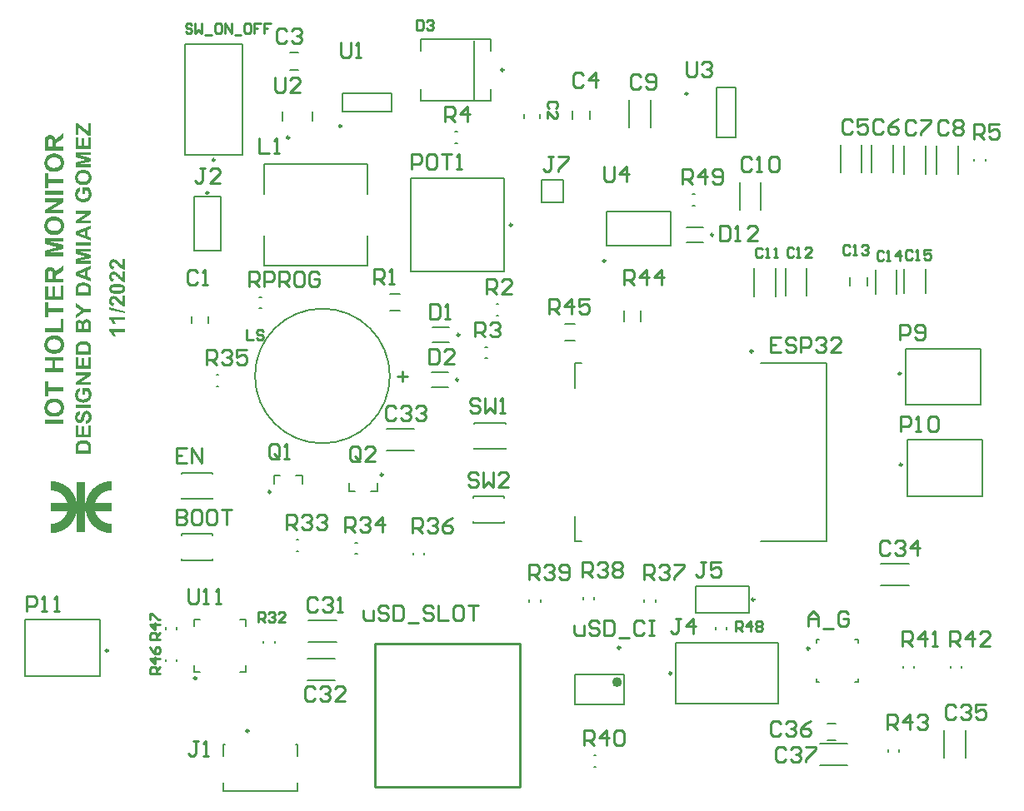
<source format=gbr>
%TF.GenerationSoftware,Altium Limited,Altium Designer,19.0.15 (446)*%
G04 Layer_Color=65535*
%FSLAX45Y45*%
%MOMM*%
%TF.FileFunction,Legend,Top*%
%TF.Part,Single*%
G01*
G75*
%TA.AperFunction,NonConductor*%
%ADD85C,0.25000*%
%ADD86C,0.20000*%
%ADD87C,0.50000*%
%ADD88C,0.25400*%
G36*
X1504883Y3359146D02*
X1503418D01*
X1501953D01*
X1500488D01*
X1499023D01*
X1497558D01*
X1496093D01*
X1494627D01*
X1493162D01*
X1491697D01*
X1490232D01*
X1488767D01*
X1487302D01*
X1485837D01*
X1484372D01*
X1482906D01*
X1481441D01*
X1479976D01*
X1478511D01*
X1477046D01*
X1475581D01*
X1474116D01*
X1472651D01*
X1471186D01*
X1469720D01*
X1468255D01*
X1466790D01*
X1465325D01*
X1463860D01*
X1462395D01*
X1460930D01*
X1459465D01*
X1458000D01*
X1456535D01*
X1455069D01*
X1453604D01*
X1452139D01*
X1450674D01*
X1449209D01*
X1447744D01*
X1446279D01*
X1444813D01*
X1443348D01*
X1441883D01*
X1440418D01*
X1438953D01*
X1437488D01*
X1436023D01*
X1434558D01*
X1433093D01*
X1431627D01*
X1430162D01*
X1428697D01*
X1427232D01*
X1425767D01*
X1424302D01*
X1422837D01*
X1421372D01*
X1419906D01*
X1418441D01*
X1416976D01*
X1415511D01*
X1414046D01*
X1412581D01*
X1411116D01*
X1409651D01*
X1408186D01*
X1406721D01*
X1405256D01*
X1403790D01*
X1402325D01*
X1400860D01*
X1399395D01*
X1397930D01*
X1396465D01*
X1394999D01*
X1393534D01*
X1392069D01*
X1390604D01*
X1389139D01*
X1387674D01*
X1386209D01*
X1384744D01*
X1383279D01*
X1381814D01*
X1380349D01*
X1378883D01*
X1377418D01*
X1375953D01*
X1374488D01*
X1373023D01*
X1371558D01*
X1370093D01*
X1368628D01*
X1367162D01*
X1365697D01*
X1364232D01*
X1362767D01*
X1361302D01*
X1359837D01*
X1358372D01*
X1356907D01*
X1355442D01*
X1353976D01*
X1352511D01*
X1351046D01*
X1349581D01*
X1348116D01*
X1346651D01*
X1345186D01*
X1343720D01*
X1342255D01*
X1340790D01*
X1339325D01*
X1337860D01*
Y3357681D01*
X1336395D01*
Y3356216D01*
X1337860D01*
Y3351821D01*
X1339325D01*
Y3347426D01*
X1340790D01*
Y3343030D01*
X1342255D01*
Y3340100D01*
X1343720D01*
Y3335705D01*
X1345186D01*
Y3332774D01*
X1346651D01*
Y3329844D01*
X1348116D01*
Y3326914D01*
X1349581D01*
Y3323984D01*
X1351046D01*
Y3321054D01*
X1352511D01*
Y3318123D01*
X1353976D01*
Y3316658D01*
X1355442D01*
Y3313728D01*
X1356907D01*
Y3310798D01*
X1358372D01*
Y3309332D01*
X1359837D01*
Y3306402D01*
X1361302D01*
Y3304937D01*
X1362767D01*
Y3303472D01*
X1364232D01*
Y3300542D01*
X1365697D01*
Y3299077D01*
X1367162D01*
Y3297612D01*
X1368628D01*
Y3294681D01*
X1370093D01*
Y3293216D01*
X1371558D01*
Y3291751D01*
X1373023D01*
Y3290286D01*
X1374488D01*
Y3288821D01*
X1375953D01*
Y3287356D01*
X1377418D01*
Y3285891D01*
X1378883D01*
Y3284425D01*
X1380349D01*
Y3282960D01*
X1381814D01*
Y3281495D01*
X1383279D01*
Y3280030D01*
X1384744D01*
Y3278565D01*
X1386209D01*
Y3277100D01*
X1387674D01*
Y3275635D01*
X1389139D01*
Y3274170D01*
X1390604D01*
Y3272705D01*
X1392069D01*
Y3271240D01*
X1393534D01*
X1394999D01*
Y3269775D01*
X1396465D01*
Y3268309D01*
X1397930D01*
Y3266844D01*
X1399395D01*
X1400860D01*
Y3265379D01*
X1402325D01*
Y3263914D01*
X1403790D01*
Y3262449D01*
X1405256D01*
X1406721D01*
Y3260984D01*
X1408186D01*
Y3259519D01*
X1409651D01*
X1411116D01*
Y3258053D01*
X1412581D01*
Y3256588D01*
X1414046D01*
X1415511D01*
Y3255123D01*
X1416976D01*
X1418441D01*
Y3253658D01*
X1419906D01*
X1421372D01*
Y3252193D01*
X1422837D01*
X1424302D01*
Y3250728D01*
X1425767D01*
X1427232D01*
Y3249263D01*
X1428697D01*
X1430162D01*
Y3247798D01*
X1431627D01*
X1433093D01*
Y3246333D01*
X1434558D01*
X1436023D01*
Y3244868D01*
X1437488D01*
X1438953D01*
X1440418D01*
Y3243402D01*
X1441883D01*
X1443348D01*
X1444813D01*
Y3241937D01*
X1446279D01*
X1447744D01*
X1449209D01*
Y3240472D01*
X1450674D01*
X1452139D01*
X1453604D01*
Y3239007D01*
X1455069D01*
X1456535D01*
X1458000D01*
X1459465D01*
Y3237542D01*
X1460930D01*
X1462395D01*
X1463860D01*
X1465325D01*
Y3236077D01*
X1466790D01*
X1468255D01*
X1469720D01*
X1471186D01*
X1472651D01*
Y3234612D01*
X1474116D01*
X1475581D01*
X1477046D01*
X1478511D01*
X1479976D01*
X1481441D01*
X1482906D01*
X1484372D01*
Y3233147D01*
X1485837D01*
X1487302D01*
X1488767D01*
X1490232D01*
X1491697D01*
X1493162D01*
X1494627D01*
X1496093D01*
X1497558D01*
X1499023D01*
X1500488D01*
Y3139379D01*
X1499023D01*
X1497558D01*
X1496093D01*
X1494627D01*
Y3140844D01*
X1493162D01*
X1491697D01*
X1490232D01*
X1488767D01*
X1487302D01*
X1485837D01*
X1484372D01*
X1482906D01*
X1481441D01*
X1479976D01*
X1478511D01*
X1477046D01*
X1475581D01*
X1474116D01*
X1472651D01*
X1471186D01*
Y3142309D01*
X1469720D01*
X1468255D01*
X1466790D01*
X1465325D01*
X1463860D01*
X1462395D01*
X1460930D01*
Y3143775D01*
X1459465D01*
X1458000D01*
X1456535D01*
X1455069D01*
X1453604D01*
X1452139D01*
Y3145240D01*
X1450674D01*
X1449209D01*
X1447744D01*
X1446279D01*
X1444813D01*
Y3146705D01*
X1443348D01*
X1441883D01*
X1440418D01*
X1438953D01*
X1437488D01*
Y3148170D01*
X1436023D01*
X1434558D01*
X1433093D01*
Y3149635D01*
X1431627D01*
X1430162D01*
X1428697D01*
X1427232D01*
Y3151100D01*
X1425767D01*
X1424302D01*
X1422837D01*
Y3152565D01*
X1421372D01*
X1419906D01*
X1418441D01*
Y3154031D01*
X1416976D01*
X1415511D01*
X1414046D01*
Y3155496D01*
X1412581D01*
X1411116D01*
X1409651D01*
Y3156961D01*
X1408186D01*
X1406721D01*
X1405256D01*
Y3158426D01*
X1403790D01*
X1402325D01*
Y3159891D01*
X1400860D01*
X1399395D01*
X1397930D01*
Y3161356D01*
X1396465D01*
X1394999D01*
Y3162821D01*
X1393534D01*
X1392069D01*
Y3164286D01*
X1390604D01*
X1389139D01*
Y3165751D01*
X1387674D01*
X1386209D01*
Y3167216D01*
X1384744D01*
X1383279D01*
Y3168681D01*
X1381814D01*
X1380349D01*
Y3170147D01*
X1378883D01*
X1377418D01*
Y3171612D01*
X1375953D01*
X1374488D01*
Y3173077D01*
X1373023D01*
X1371558D01*
Y3174542D01*
X1370093D01*
X1368628D01*
Y3176007D01*
X1367162D01*
Y3177472D01*
X1365697D01*
X1364232D01*
Y3178937D01*
X1362767D01*
X1361302D01*
Y3180402D01*
X1359837D01*
Y3181868D01*
X1358372D01*
X1356907D01*
Y3183333D01*
X1355442D01*
Y3184798D01*
X1353976D01*
X1352511D01*
Y3186263D01*
X1351046D01*
Y3187728D01*
X1349581D01*
X1348116D01*
Y3189193D01*
X1346651D01*
Y3190658D01*
X1345186D01*
Y3192123D01*
X1343720D01*
X1342255D01*
Y3193588D01*
X1340790D01*
Y3195054D01*
X1339325D01*
Y3196519D01*
X1337860D01*
X1336395D01*
Y3197984D01*
X1334930D01*
Y3199449D01*
X1333465D01*
Y3200914D01*
X1332000D01*
Y3202379D01*
X1330535D01*
Y3203844D01*
X1329069D01*
X1327604D01*
Y3205309D01*
X1326139D01*
Y3206774D01*
X1324674D01*
Y3208239D01*
X1323209D01*
Y3209705D01*
X1321744D01*
Y3211170D01*
X1320279D01*
Y3212635D01*
X1318814D01*
Y3214100D01*
X1317348D01*
Y3215565D01*
X1315883D01*
Y3217030D01*
X1314418D01*
Y3218495D01*
X1312953D01*
Y3219961D01*
X1311488D01*
Y3221426D01*
X1310023D01*
Y3222891D01*
X1308558D01*
Y3224356D01*
X1307093D01*
Y3225821D01*
X1305628D01*
Y3227286D01*
X1304162D01*
Y3228751D01*
X1302697D01*
Y3230216D01*
X1301232D01*
Y3233147D01*
X1299767D01*
Y3234612D01*
X1298302D01*
Y3236077D01*
X1296837D01*
Y3237542D01*
X1295372D01*
Y3239007D01*
X1293907D01*
Y3241937D01*
X1292442D01*
Y3243402D01*
X1290977D01*
Y3244868D01*
X1289511D01*
Y3247798D01*
X1288046D01*
Y3249263D01*
X1286581D01*
Y3250728D01*
X1285116D01*
Y3253658D01*
X1283651D01*
Y3255123D01*
X1282186D01*
Y3258053D01*
X1280721D01*
Y3259519D01*
X1279256D01*
Y3262449D01*
X1277790D01*
Y3263914D01*
X1276325D01*
Y3266844D01*
X1274860D01*
Y3269775D01*
X1273395D01*
Y3271240D01*
X1271930D01*
Y3274170D01*
X1270465D01*
Y3277100D01*
X1269000D01*
Y3280030D01*
X1267535D01*
Y3282960D01*
X1266070D01*
Y3285891D01*
X1264605D01*
Y3288821D01*
X1263139D01*
Y3291751D01*
X1261674D01*
Y3294681D01*
X1260209D01*
Y3297612D01*
X1258744D01*
Y3302007D01*
X1257279D01*
Y3304937D01*
X1255814D01*
Y3309332D01*
X1254349D01*
Y3312263D01*
X1252883D01*
Y3316658D01*
X1251418D01*
Y3321054D01*
X1249953D01*
Y3325449D01*
X1248488D01*
Y3329844D01*
X1247023D01*
Y3335705D01*
X1245558D01*
Y3341565D01*
X1244093D01*
Y3347426D01*
X1242628D01*
Y3354751D01*
X1241163D01*
Y3359146D01*
X1239698D01*
X1238232D01*
X1236767D01*
Y3151100D01*
X1235302D01*
X1233837D01*
X1232372D01*
X1230907D01*
X1229442D01*
X1227976D01*
X1226511D01*
X1225046D01*
X1223581D01*
X1222116D01*
X1220651D01*
X1219186D01*
X1217721D01*
X1216256D01*
X1214791D01*
X1213325D01*
X1211860D01*
X1210395D01*
X1208930D01*
X1207465D01*
X1206000D01*
X1204535D01*
X1203070D01*
X1201604D01*
X1200139D01*
X1198674D01*
X1197209D01*
X1195744D01*
X1194279D01*
X1192814D01*
X1191349D01*
X1189884D01*
X1188419D01*
X1186953D01*
X1185488D01*
X1184023D01*
X1182558D01*
X1181093D01*
X1179628D01*
X1178163D01*
X1176698D01*
X1175233D01*
X1173767D01*
X1172302D01*
X1170837D01*
X1169372D01*
X1167907D01*
X1166442D01*
X1164977D01*
X1163512D01*
X1162046D01*
X1160581D01*
X1159116D01*
X1157651D01*
X1156186D01*
X1154721D01*
X1153256D01*
X1151791D01*
X1150325D01*
X1148860D01*
X1147395D01*
X1145930D01*
X1144465D01*
Y3152565D01*
X1145930D01*
Y3340100D01*
X1144465D01*
X1143000D01*
Y3334239D01*
X1141535D01*
Y3328379D01*
X1140070D01*
Y3323984D01*
X1138605D01*
Y3319588D01*
X1137139D01*
Y3315193D01*
X1135674D01*
Y3310798D01*
X1134209D01*
Y3307867D01*
X1132744D01*
Y3303472D01*
X1131279D01*
Y3300542D01*
X1129814D01*
Y3296147D01*
X1128349D01*
Y3293216D01*
X1126884D01*
Y3290286D01*
X1125419D01*
Y3287356D01*
X1123953D01*
Y3284425D01*
X1122488D01*
Y3281495D01*
X1121023D01*
Y3278565D01*
X1119558D01*
Y3275635D01*
X1118093D01*
Y3274170D01*
X1116628D01*
Y3271240D01*
X1115163D01*
Y3268309D01*
X1113698D01*
Y3265379D01*
X1112232D01*
Y3263914D01*
X1110767D01*
Y3260984D01*
X1109302D01*
Y3259519D01*
X1107837D01*
Y3256588D01*
X1106372D01*
Y3255123D01*
X1104907D01*
Y3252193D01*
X1103442D01*
Y3250728D01*
X1101977D01*
Y3249263D01*
X1100512D01*
Y3246333D01*
X1099047D01*
Y3244868D01*
X1097581D01*
Y3243402D01*
X1096116D01*
Y3240472D01*
X1094651D01*
Y3239007D01*
X1093186D01*
Y3237542D01*
X1091721D01*
Y3236077D01*
X1090256D01*
Y3233147D01*
X1088791D01*
Y3231682D01*
X1087326D01*
Y3230216D01*
X1085860D01*
Y3228751D01*
X1084395D01*
Y3227286D01*
X1082930D01*
Y3225821D01*
X1081465D01*
Y3224356D01*
X1080000D01*
Y3222891D01*
X1078535D01*
Y3219961D01*
X1077070D01*
Y3218495D01*
X1075605D01*
Y3217030D01*
X1074140D01*
Y3215565D01*
X1072675D01*
Y3214100D01*
X1071209D01*
X1069744D01*
Y3212635D01*
X1068279D01*
Y3211170D01*
X1066814D01*
Y3209705D01*
X1065349D01*
Y3208239D01*
X1063884D01*
Y3206774D01*
X1062419D01*
Y3205309D01*
X1060954D01*
Y3203844D01*
X1059489D01*
Y3202379D01*
X1058023D01*
Y3200914D01*
X1056558D01*
X1055093D01*
Y3199449D01*
X1053628D01*
Y3197984D01*
X1052163D01*
Y3196519D01*
X1050698D01*
Y3195054D01*
X1049233D01*
X1047768D01*
Y3193588D01*
X1046302D01*
Y3192123D01*
X1044837D01*
Y3190658D01*
X1043372D01*
X1041907D01*
Y3189193D01*
X1040442D01*
Y3187728D01*
X1038977D01*
Y3186263D01*
X1037512D01*
X1036046D01*
Y3184798D01*
X1034581D01*
Y3183333D01*
X1033116D01*
X1031651D01*
Y3181868D01*
X1030186D01*
Y3180402D01*
X1028721D01*
X1027256D01*
Y3178937D01*
X1025791D01*
X1024326D01*
Y3177472D01*
X1022861D01*
Y3176007D01*
X1021395D01*
X1019930D01*
Y3174542D01*
X1018465D01*
X1017000D01*
Y3173077D01*
X1015535D01*
X1014070D01*
Y3171612D01*
X1012605D01*
Y3170147D01*
X1011140D01*
X1009675D01*
Y3168681D01*
X1008209D01*
X1006744D01*
Y3167216D01*
X1005279D01*
X1003814D01*
Y3165751D01*
X1002349D01*
X1000884D01*
Y3164286D01*
X999419D01*
X997954D01*
X996488D01*
Y3162821D01*
X995023D01*
X993558D01*
Y3161356D01*
X992093D01*
X990628D01*
Y3159891D01*
X989163D01*
X987698D01*
Y3158426D01*
X986233D01*
X984768D01*
X983303D01*
Y3156961D01*
X981838D01*
X980372D01*
X978907D01*
Y3155496D01*
X977442D01*
X975977D01*
Y3154031D01*
X974512D01*
X973047D01*
X971581D01*
Y3152565D01*
X970116D01*
X968651D01*
X967186D01*
Y3151100D01*
X965721D01*
X964256D01*
X962791D01*
X961326D01*
Y3149635D01*
X959861D01*
X958396D01*
X956931D01*
X955465D01*
Y3148170D01*
X954000D01*
X952535D01*
X951070D01*
Y3146705D01*
X949605D01*
X948140D01*
X946675D01*
X945209D01*
X943744D01*
Y3145240D01*
X942279D01*
X940814D01*
X939349D01*
X937884D01*
X936419D01*
Y3143775D01*
X934954D01*
X933489D01*
X932024D01*
X930558D01*
X929093D01*
X927628D01*
Y3142309D01*
X926163D01*
X924698D01*
X923233D01*
X921768D01*
X920302D01*
X918837D01*
X917372D01*
Y3140844D01*
X915907D01*
X914442D01*
X912977D01*
X911512D01*
X910047D01*
X908582D01*
X907117D01*
X905651D01*
X904186D01*
X902721D01*
X901256D01*
X899791D01*
X898326D01*
Y3142309D01*
X896861D01*
Y3140844D01*
X895396D01*
X893931D01*
X892465D01*
X891000D01*
Y3139379D01*
X889535D01*
Y3233147D01*
X891000D01*
X892465D01*
X893931D01*
X895396D01*
X896861D01*
X898326D01*
X899791D01*
X901256D01*
X902721D01*
X904186D01*
X905651D01*
Y3234612D01*
X907117D01*
X908582D01*
X910047D01*
X911512D01*
X912977D01*
X914442D01*
X915907D01*
X917372D01*
Y3236077D01*
X918837D01*
X920302D01*
X921768D01*
X923233D01*
X924698D01*
Y3237542D01*
X926163D01*
X927628D01*
X929093D01*
X930558D01*
Y3239007D01*
X932024D01*
X933489D01*
X934954D01*
X936419D01*
Y3240472D01*
X937884D01*
X939349D01*
X940814D01*
Y3241937D01*
X942279D01*
X943744D01*
X945209D01*
Y3243402D01*
X946675D01*
X948140D01*
X949605D01*
Y3244868D01*
X951070D01*
X952535D01*
Y3246333D01*
X954000D01*
X955465D01*
Y3247798D01*
X956931D01*
X958396D01*
X959861D01*
Y3249263D01*
X961326D01*
X962791D01*
Y3250728D01*
X964256D01*
X965721D01*
Y3252193D01*
X967186D01*
X968651D01*
Y3253658D01*
X970116D01*
Y3255123D01*
X971581D01*
X973047D01*
Y3256588D01*
X974512D01*
X975977D01*
Y3258053D01*
X977442D01*
X978907D01*
Y3259519D01*
X980372D01*
Y3260984D01*
X981838D01*
X983303D01*
Y3262449D01*
X984768D01*
Y3263914D01*
X986233D01*
X987698D01*
Y3265379D01*
X989163D01*
Y3266844D01*
X990628D01*
Y3268309D01*
X992093D01*
X993558D01*
Y3269775D01*
X995023D01*
Y3271240D01*
X996488D01*
Y3272705D01*
X997954D01*
Y3274170D01*
X999419D01*
Y3275635D01*
X1000884D01*
X1002349D01*
Y3277100D01*
X1003814D01*
Y3278565D01*
X1005279D01*
Y3280030D01*
X1006744D01*
Y3281495D01*
X1008209D01*
Y3282960D01*
X1009675D01*
Y3284425D01*
X1011140D01*
Y3285891D01*
X1012605D01*
Y3287356D01*
X1014070D01*
Y3288821D01*
X1015535D01*
Y3291751D01*
X1017000D01*
Y3293216D01*
X1018465D01*
Y3294681D01*
X1019930D01*
Y3296147D01*
X1021395D01*
Y3297612D01*
X1022861D01*
Y3300542D01*
X1024326D01*
Y3302007D01*
X1025791D01*
Y3303472D01*
X1027256D01*
Y3306402D01*
X1028721D01*
Y3307867D01*
X1030186D01*
Y3310798D01*
X1031651D01*
Y3312263D01*
X1033116D01*
Y3315193D01*
X1034581D01*
Y3318123D01*
X1036046D01*
Y3319588D01*
X1037512D01*
Y3322519D01*
X1038977D01*
Y3325449D01*
X1040442D01*
Y3328379D01*
X1041907D01*
Y3331309D01*
X1043372D01*
Y3334239D01*
X1044837D01*
Y3338635D01*
X1046302D01*
Y3341565D01*
X1047768D01*
Y3345960D01*
X1049233D01*
Y3350356D01*
X1050698D01*
Y3354751D01*
X1052163D01*
Y3359146D01*
X1050698D01*
X1049233D01*
X1047768D01*
X1046302D01*
X1044837D01*
X1043372D01*
X1041907D01*
X1040442D01*
X1038977D01*
X1037512D01*
X1036046D01*
X1034581D01*
X1033116D01*
X1031651D01*
X1030186D01*
X1028721D01*
X1027256D01*
X1025791D01*
X1024326D01*
X1022861D01*
X1021395D01*
X1019930D01*
X1018465D01*
X1017000D01*
X1015535D01*
X1014070D01*
X1012605D01*
X1011140D01*
X1009675D01*
X1008209D01*
X1006744D01*
X1005279D01*
X1003814D01*
X1002349D01*
X1000884D01*
X999419D01*
X997954D01*
X996488D01*
X995023D01*
X993558D01*
X992093D01*
X990628D01*
X989163D01*
X987698D01*
X986233D01*
X984768D01*
X983303D01*
X981838D01*
X980372D01*
X978907D01*
X977442D01*
X975977D01*
X974512D01*
X973047D01*
X971581D01*
X970116D01*
X968651D01*
X967186D01*
X965721D01*
X964256D01*
X962791D01*
X961326D01*
X959861D01*
X958396D01*
X956931D01*
X955465D01*
X954000D01*
X952535D01*
X951070D01*
X949605D01*
X948140D01*
X946675D01*
X945209D01*
X943744D01*
X942279D01*
X940814D01*
X939349D01*
X937884D01*
X936419D01*
X934954D01*
X933489D01*
X932024D01*
X930558D01*
X929093D01*
X927628D01*
X926163D01*
X924698D01*
X923233D01*
X921768D01*
X920302D01*
X918837D01*
X917372D01*
X915907D01*
X914442D01*
X912977D01*
X911512D01*
X910047D01*
X908582D01*
X907117D01*
X905651D01*
X904186D01*
X902721D01*
X901256D01*
X899791D01*
X898326D01*
X896861D01*
X895396D01*
X893931D01*
X892465D01*
X891000D01*
X889535D01*
X888070D01*
X886605D01*
Y3447053D01*
X888070D01*
X889535D01*
X891000D01*
X892465D01*
X893931D01*
X895396D01*
X896861D01*
X898326D01*
X899791D01*
X901256D01*
X902721D01*
X904186D01*
X905651D01*
X907117D01*
X908582D01*
X910047D01*
X911512D01*
X912977D01*
X914442D01*
X915907D01*
X917372D01*
X918837D01*
X920302D01*
X921768D01*
X923233D01*
X924698D01*
X926163D01*
X927628D01*
X929093D01*
X930558D01*
X932024D01*
X933489D01*
X934954D01*
X936419D01*
X937884D01*
X939349D01*
X940814D01*
X942279D01*
X943744D01*
X945209D01*
X946675D01*
X948140D01*
X949605D01*
X951070D01*
X952535D01*
X954000D01*
X955465D01*
X956931D01*
X958396D01*
X959861D01*
X961326D01*
X962791D01*
X964256D01*
X965721D01*
X967186D01*
X968651D01*
X970116D01*
X971581D01*
X973047D01*
X974512D01*
X975977D01*
X977442D01*
X978907D01*
X980372D01*
X981838D01*
X983303D01*
X984768D01*
X986233D01*
X987698D01*
X989163D01*
X990628D01*
X992093D01*
X993558D01*
X995023D01*
X996488D01*
X997954D01*
X999419D01*
X1000884D01*
X1002349D01*
X1003814D01*
X1005279D01*
X1006744D01*
X1008209D01*
X1009675D01*
X1011140D01*
X1012605D01*
X1014070D01*
X1015535D01*
X1017000D01*
X1018465D01*
X1019930D01*
X1021395D01*
X1022861D01*
X1024326D01*
X1025791D01*
X1027256D01*
X1028721D01*
X1030186D01*
X1031651D01*
X1033116D01*
X1034581D01*
X1036046D01*
X1037512D01*
X1038977D01*
X1040442D01*
X1041907D01*
X1043372D01*
X1044837D01*
X1046302D01*
X1047768D01*
X1049233D01*
X1050698D01*
X1052163D01*
Y3451449D01*
X1050698D01*
Y3455844D01*
X1049233D01*
Y3460239D01*
X1047768D01*
Y3464635D01*
X1046302D01*
Y3467565D01*
X1044837D01*
Y3471960D01*
X1043372D01*
Y3474890D01*
X1041907D01*
Y3477821D01*
X1040442D01*
Y3480751D01*
X1038977D01*
Y3483681D01*
X1037512D01*
Y3486611D01*
X1036046D01*
Y3488076D01*
X1034581D01*
Y3491007D01*
X1033116D01*
Y3493937D01*
X1031651D01*
Y3495402D01*
X1030186D01*
Y3498332D01*
X1028721D01*
Y3499797D01*
X1027256D01*
Y3502728D01*
X1025791D01*
Y3504193D01*
X1024326D01*
Y3505658D01*
X1022861D01*
Y3508588D01*
X1021395D01*
Y3510053D01*
X1019930D01*
Y3511518D01*
X1018465D01*
Y3512983D01*
X1017000D01*
Y3514448D01*
X1015535D01*
Y3517379D01*
X1014070D01*
Y3518844D01*
X1012605D01*
Y3520309D01*
X1011140D01*
Y3521774D01*
X1009675D01*
Y3523239D01*
X1008209D01*
Y3524704D01*
X1006744D01*
Y3526169D01*
X1005279D01*
Y3527635D01*
X1003814D01*
Y3529100D01*
X1002349D01*
X1000884D01*
Y3530565D01*
X999419D01*
Y3532030D01*
X997954D01*
Y3533495D01*
X996488D01*
Y3534960D01*
X995023D01*
Y3536425D01*
X993558D01*
X992093D01*
Y3537890D01*
X990628D01*
Y3539355D01*
X989163D01*
Y3540821D01*
X987698D01*
X986233D01*
Y3542286D01*
X984768D01*
Y3543751D01*
X983303D01*
Y3545216D01*
X981838D01*
X980372D01*
Y3546681D01*
X978907D01*
X977442D01*
Y3548146D01*
X975977D01*
Y3549611D01*
X974512D01*
X973047D01*
Y3551076D01*
X971581D01*
X970116D01*
Y3552542D01*
X968651D01*
Y3554007D01*
X967186D01*
X965721D01*
Y3555472D01*
X964256D01*
X962791D01*
Y3556937D01*
X961326D01*
X959861D01*
X958396D01*
Y3558402D01*
X956931D01*
X955465D01*
Y3559867D01*
X954000D01*
X952535D01*
Y3561332D01*
X951070D01*
X949605D01*
X948140D01*
Y3562797D01*
X946675D01*
X945209D01*
Y3564262D01*
X943744D01*
X942279D01*
X940814D01*
Y3565727D01*
X939349D01*
X937884D01*
X936419D01*
X934954D01*
Y3567193D01*
X933489D01*
X932024D01*
X930558D01*
Y3568658D01*
X929093D01*
X927628D01*
X926163D01*
X924698D01*
X923233D01*
Y3570123D01*
X921768D01*
X920302D01*
X918837D01*
X917372D01*
X915907D01*
Y3571588D01*
X914442D01*
X912977D01*
X911512D01*
X910047D01*
X908582D01*
X907117D01*
X905651D01*
X904186D01*
Y3573053D01*
X902721D01*
X901256D01*
X899791D01*
X898326D01*
X896861D01*
X895396D01*
X893931D01*
X892465D01*
X891000D01*
X889535D01*
Y3666820D01*
X891000D01*
X892465D01*
X893931D01*
Y3665355D01*
X895396D01*
X896861D01*
X898326D01*
X899791D01*
X901256D01*
X902721D01*
X904186D01*
X905651D01*
X907117D01*
X908582D01*
X910047D01*
X911512D01*
X912977D01*
X914442D01*
X915907D01*
X917372D01*
X918837D01*
Y3663890D01*
X920302D01*
X921768D01*
X923233D01*
X924698D01*
X926163D01*
X927628D01*
X929093D01*
Y3662425D01*
X930558D01*
X932024D01*
X933489D01*
X934954D01*
X936419D01*
Y3660960D01*
X937884D01*
X939349D01*
X940814D01*
X942279D01*
X943744D01*
X945209D01*
Y3659495D01*
X946675D01*
X948140D01*
X949605D01*
X951070D01*
Y3658030D01*
X952535D01*
X954000D01*
X955465D01*
X956931D01*
Y3656565D01*
X958396D01*
X959861D01*
X961326D01*
Y3655099D01*
X962791D01*
X964256D01*
X965721D01*
X967186D01*
Y3653634D01*
X968651D01*
X970116D01*
X971581D01*
Y3652169D01*
X973047D01*
X974512D01*
X975977D01*
Y3650704D01*
X977442D01*
X978907D01*
Y3649239D01*
X980372D01*
X981838D01*
X983303D01*
Y3647774D01*
X984768D01*
X986233D01*
X987698D01*
Y3646309D01*
X989163D01*
X990628D01*
Y3644844D01*
X992093D01*
X993558D01*
Y3643379D01*
X995023D01*
X996488D01*
X997954D01*
Y3641913D01*
X999419D01*
X1000884D01*
Y3640448D01*
X1002349D01*
X1003814D01*
Y3638983D01*
X1005279D01*
X1006744D01*
Y3637518D01*
X1008209D01*
X1009675D01*
Y3636053D01*
X1011140D01*
X1012605D01*
Y3634588D01*
X1014070D01*
X1015535D01*
Y3633123D01*
X1017000D01*
Y3631658D01*
X1018465D01*
X1019930D01*
Y3630193D01*
X1021395D01*
X1022861D01*
Y3628728D01*
X1024326D01*
Y3627262D01*
X1025791D01*
X1027256D01*
Y3625797D01*
X1028721D01*
X1030186D01*
Y3624332D01*
X1031651D01*
Y3622867D01*
X1033116D01*
X1034581D01*
Y3621402D01*
X1036046D01*
Y3619937D01*
X1037512D01*
X1038977D01*
Y3618472D01*
X1040442D01*
Y3617006D01*
X1041907D01*
Y3615541D01*
X1043372D01*
X1044837D01*
Y3614076D01*
X1046302D01*
Y3612611D01*
X1047768D01*
Y3611146D01*
X1049233D01*
X1050698D01*
Y3609681D01*
X1052163D01*
Y3608216D01*
X1053628D01*
Y3606751D01*
X1055093D01*
Y3605286D01*
X1056558D01*
X1058023D01*
Y3603820D01*
X1059489D01*
Y3602355D01*
X1060954D01*
Y3600890D01*
X1062419D01*
Y3599425D01*
X1063884D01*
Y3597960D01*
X1065349D01*
Y3596495D01*
X1066814D01*
Y3595030D01*
X1068279D01*
Y3593565D01*
X1069744D01*
X1071209D01*
Y3592099D01*
X1072675D01*
Y3590634D01*
X1074140D01*
Y3589169D01*
X1075605D01*
Y3587704D01*
X1077070D01*
Y3586239D01*
X1078535D01*
Y3584774D01*
X1080000D01*
Y3581844D01*
X1081465D01*
Y3580379D01*
X1082930D01*
Y3578914D01*
X1084395D01*
Y3577449D01*
X1085860D01*
Y3575983D01*
X1087326D01*
Y3574518D01*
X1088791D01*
Y3573053D01*
X1090256D01*
Y3571588D01*
X1091721D01*
Y3568658D01*
X1093186D01*
Y3567193D01*
X1094651D01*
Y3565727D01*
X1096116D01*
Y3564262D01*
X1097581D01*
Y3561332D01*
X1099047D01*
Y3559867D01*
X1100512D01*
Y3558402D01*
X1101977D01*
Y3555472D01*
X1103442D01*
Y3554007D01*
X1104907D01*
Y3551076D01*
X1106372D01*
Y3549611D01*
X1107837D01*
Y3546681D01*
X1109302D01*
Y3545216D01*
X1110767D01*
Y3542286D01*
X1112232D01*
Y3540821D01*
X1113698D01*
Y3537890D01*
X1115163D01*
Y3534960D01*
X1116628D01*
Y3533495D01*
X1118093D01*
Y3530565D01*
X1119558D01*
Y3527635D01*
X1121023D01*
Y3524704D01*
X1122488D01*
Y3521774D01*
X1123953D01*
Y3518844D01*
X1125419D01*
Y3515914D01*
X1126884D01*
Y3512983D01*
X1128349D01*
Y3510053D01*
X1129814D01*
Y3505658D01*
X1131279D01*
Y3502728D01*
X1132744D01*
Y3499797D01*
X1134209D01*
Y3495402D01*
X1135674D01*
Y3491007D01*
X1137139D01*
Y3486611D01*
X1138605D01*
Y3482216D01*
X1140070D01*
Y3477821D01*
X1141535D01*
Y3471960D01*
X1143000D01*
Y3466100D01*
X1144465D01*
X1145930D01*
Y3653634D01*
X1144465D01*
Y3655099D01*
X1145930D01*
X1147395D01*
X1148860D01*
X1150325D01*
X1151791D01*
X1153256D01*
X1154721D01*
X1156186D01*
X1157651D01*
X1159116D01*
X1160581D01*
X1162046D01*
X1163512D01*
X1164977D01*
X1166442D01*
X1167907D01*
X1169372D01*
X1170837D01*
X1172302D01*
X1173767D01*
X1175233D01*
X1176698D01*
X1178163D01*
X1179628D01*
X1181093D01*
X1182558D01*
X1184023D01*
X1185488D01*
X1186953D01*
X1188419D01*
X1189884D01*
X1191349D01*
X1192814D01*
X1194279D01*
X1195744D01*
X1197209D01*
X1198674D01*
X1200139D01*
X1201604D01*
X1203070D01*
X1204535D01*
X1206000D01*
X1207465D01*
X1208930D01*
X1210395D01*
X1211860D01*
X1213325D01*
X1214791D01*
X1216256D01*
X1217721D01*
X1219186D01*
X1220651D01*
X1222116D01*
X1223581D01*
X1225046D01*
X1226511D01*
X1227976D01*
X1229442D01*
X1230907D01*
X1232372D01*
X1233837D01*
X1235302D01*
X1236767D01*
Y3447053D01*
X1238232D01*
X1239698D01*
X1241163D01*
Y3451449D01*
X1242628D01*
Y3457309D01*
X1244093D01*
Y3464635D01*
X1245558D01*
Y3470495D01*
X1247023D01*
Y3474890D01*
X1248488D01*
Y3480751D01*
X1249953D01*
Y3485146D01*
X1251418D01*
Y3489541D01*
X1252883D01*
Y3493937D01*
X1254349D01*
Y3496867D01*
X1255814D01*
Y3501262D01*
X1257279D01*
Y3504193D01*
X1258744D01*
Y3508588D01*
X1260209D01*
Y3511518D01*
X1261674D01*
Y3514448D01*
X1263139D01*
Y3517379D01*
X1264605D01*
Y3520309D01*
X1266070D01*
Y3523239D01*
X1267535D01*
Y3526169D01*
X1269000D01*
Y3529100D01*
X1270465D01*
Y3532030D01*
X1271930D01*
Y3534960D01*
X1273395D01*
Y3536425D01*
X1274860D01*
Y3539355D01*
X1276325D01*
Y3542286D01*
X1277790D01*
Y3543751D01*
X1279256D01*
Y3546681D01*
X1280721D01*
Y3548146D01*
X1282186D01*
Y3551076D01*
X1283651D01*
Y3552542D01*
X1285116D01*
Y3555472D01*
X1286581D01*
Y3556937D01*
X1288046D01*
Y3558402D01*
X1289511D01*
Y3561332D01*
X1290977D01*
Y3562797D01*
X1292442D01*
Y3564262D01*
X1293907D01*
Y3567193D01*
X1295372D01*
Y3568658D01*
X1296837D01*
Y3570123D01*
X1298302D01*
Y3571588D01*
X1299767D01*
Y3573053D01*
X1301232D01*
Y3575983D01*
X1302697D01*
Y3577449D01*
X1304162D01*
Y3578914D01*
X1305628D01*
Y3580379D01*
X1307093D01*
Y3581844D01*
X1308558D01*
Y3583309D01*
X1310023D01*
Y3584774D01*
X1311488D01*
Y3586239D01*
X1312953D01*
Y3587704D01*
X1314418D01*
Y3589169D01*
X1315883D01*
Y3590634D01*
X1317348D01*
Y3592099D01*
X1318814D01*
Y3593565D01*
X1320279D01*
Y3595030D01*
X1321744D01*
Y3596495D01*
X1323209D01*
Y3597960D01*
X1324674D01*
Y3599425D01*
X1326139D01*
Y3600890D01*
X1327604D01*
Y3602355D01*
X1329069D01*
X1330535D01*
Y3603820D01*
X1332000D01*
Y3605286D01*
X1333465D01*
Y3606751D01*
X1334930D01*
Y3608216D01*
X1336395D01*
Y3609681D01*
X1337860D01*
X1339325D01*
Y3611146D01*
X1340790D01*
Y3612611D01*
X1342255D01*
Y3614076D01*
X1343720D01*
X1345186D01*
Y3615541D01*
X1346651D01*
Y3617006D01*
X1348116D01*
Y3618472D01*
X1349581D01*
X1351046D01*
Y3619937D01*
X1352511D01*
Y3621402D01*
X1353976D01*
X1355442D01*
Y3622867D01*
X1356907D01*
Y3624332D01*
X1358372D01*
X1359837D01*
Y3625797D01*
X1361302D01*
Y3627262D01*
X1362767D01*
X1364232D01*
Y3628728D01*
X1365697D01*
X1367162D01*
Y3630193D01*
X1368628D01*
Y3631658D01*
X1370093D01*
X1371558D01*
Y3633123D01*
X1373023D01*
X1374488D01*
Y3634588D01*
X1375953D01*
X1377418D01*
Y3636053D01*
X1378883D01*
X1380349D01*
Y3637518D01*
X1381814D01*
X1383279D01*
Y3638983D01*
X1384744D01*
X1386209D01*
Y3640448D01*
X1387674D01*
X1389139D01*
Y3641913D01*
X1390604D01*
X1392069D01*
Y3643379D01*
X1393534D01*
X1394999D01*
Y3644844D01*
X1396465D01*
X1397930D01*
Y3646309D01*
X1399395D01*
X1400860D01*
X1402325D01*
Y3647774D01*
X1403790D01*
X1405256D01*
Y3649239D01*
X1406721D01*
X1408186D01*
X1409651D01*
Y3650704D01*
X1411116D01*
X1412581D01*
X1414046D01*
Y3652169D01*
X1415511D01*
X1416976D01*
X1418441D01*
Y3653634D01*
X1419906D01*
X1421372D01*
X1422837D01*
Y3655099D01*
X1424302D01*
X1425767D01*
X1427232D01*
Y3656565D01*
X1428697D01*
X1430162D01*
X1431627D01*
X1433093D01*
Y3658030D01*
X1434558D01*
X1436023D01*
X1437488D01*
Y3659495D01*
X1438953D01*
X1440418D01*
X1441883D01*
X1443348D01*
X1444813D01*
Y3660960D01*
X1446279D01*
X1447744D01*
X1449209D01*
X1450674D01*
X1452139D01*
Y3662425D01*
X1453604D01*
X1455069D01*
X1456535D01*
X1458000D01*
X1459465D01*
X1460930D01*
Y3663890D01*
X1462395D01*
X1463860D01*
X1465325D01*
X1466790D01*
X1468255D01*
X1469720D01*
X1471186D01*
Y3665355D01*
X1472651D01*
X1474116D01*
X1475581D01*
X1477046D01*
X1478511D01*
X1479976D01*
X1481441D01*
X1482906D01*
X1484372D01*
X1485837D01*
X1487302D01*
X1488767D01*
X1490232D01*
X1491697D01*
X1493162D01*
X1494627D01*
Y3666820D01*
X1496093D01*
X1497558D01*
X1499023D01*
X1500488D01*
Y3573053D01*
X1499023D01*
X1497558D01*
X1496093D01*
X1494627D01*
X1493162D01*
X1491697D01*
X1490232D01*
X1488767D01*
X1487302D01*
X1485837D01*
X1484372D01*
Y3571588D01*
X1482906D01*
X1481441D01*
X1479976D01*
X1478511D01*
X1477046D01*
X1475581D01*
X1474116D01*
X1472651D01*
Y3570123D01*
X1471186D01*
X1469720D01*
X1468255D01*
X1466790D01*
X1465325D01*
Y3568658D01*
X1463860D01*
X1462395D01*
X1460930D01*
X1459465D01*
Y3567193D01*
X1458000D01*
X1456535D01*
X1455069D01*
X1453604D01*
Y3565727D01*
X1452139D01*
X1450674D01*
X1449209D01*
Y3564262D01*
X1447744D01*
X1446279D01*
X1444813D01*
Y3562797D01*
X1443348D01*
X1441883D01*
X1440418D01*
Y3561332D01*
X1438953D01*
X1437488D01*
X1436023D01*
Y3559867D01*
X1434558D01*
X1433093D01*
Y3558402D01*
X1431627D01*
X1430162D01*
Y3556937D01*
X1428697D01*
X1427232D01*
Y3555472D01*
X1425767D01*
X1424302D01*
Y3554007D01*
X1422837D01*
X1421372D01*
Y3552542D01*
X1419906D01*
X1418441D01*
Y3551076D01*
X1416976D01*
X1415511D01*
Y3549611D01*
X1414046D01*
X1412581D01*
Y3548146D01*
X1411116D01*
Y3546681D01*
X1409651D01*
X1408186D01*
Y3545216D01*
X1406721D01*
Y3543751D01*
X1405256D01*
X1403790D01*
Y3542286D01*
X1402325D01*
Y3540821D01*
X1400860D01*
X1399395D01*
Y3539355D01*
X1397930D01*
Y3537890D01*
X1396465D01*
Y3536425D01*
X1394999D01*
Y3534960D01*
X1393534D01*
X1392069D01*
Y3533495D01*
X1390604D01*
Y3532030D01*
X1389139D01*
Y3530565D01*
X1387674D01*
Y3529100D01*
X1386209D01*
Y3527635D01*
X1384744D01*
Y3526169D01*
X1383279D01*
Y3524704D01*
X1381814D01*
Y3523239D01*
X1380349D01*
Y3521774D01*
X1378883D01*
Y3520309D01*
X1377418D01*
Y3518844D01*
X1375953D01*
Y3517379D01*
X1374488D01*
Y3515914D01*
X1373023D01*
Y3514448D01*
X1371558D01*
Y3512983D01*
X1370093D01*
Y3511518D01*
X1368628D01*
Y3508588D01*
X1367162D01*
Y3507123D01*
X1365697D01*
Y3505658D01*
X1364232D01*
Y3504193D01*
X1362767D01*
Y3501262D01*
X1361302D01*
Y3499797D01*
X1359837D01*
Y3496867D01*
X1358372D01*
Y3495402D01*
X1356907D01*
Y3492472D01*
X1355442D01*
Y3489541D01*
X1353976D01*
Y3488076D01*
X1352511D01*
Y3485146D01*
X1351046D01*
Y3482216D01*
X1349581D01*
Y3479286D01*
X1348116D01*
Y3476356D01*
X1346651D01*
Y3473425D01*
X1345186D01*
Y3470495D01*
X1343720D01*
Y3467565D01*
X1342255D01*
Y3463170D01*
X1340790D01*
Y3458774D01*
X1339325D01*
Y3454379D01*
X1337860D01*
Y3449983D01*
X1336395D01*
Y3448518D01*
X1337860D01*
Y3447053D01*
X1339325D01*
X1340790D01*
X1342255D01*
X1343720D01*
X1345186D01*
X1346651D01*
X1348116D01*
X1349581D01*
X1351046D01*
X1352511D01*
X1353976D01*
X1355442D01*
X1356907D01*
X1358372D01*
X1359837D01*
X1361302D01*
X1362767D01*
X1364232D01*
X1365697D01*
X1367162D01*
X1368628D01*
X1370093D01*
X1371558D01*
X1373023D01*
X1374488D01*
X1375953D01*
X1377418D01*
X1378883D01*
X1380349D01*
X1381814D01*
X1383279D01*
X1384744D01*
X1386209D01*
X1387674D01*
X1389139D01*
X1390604D01*
X1392069D01*
X1393534D01*
X1394999D01*
X1396465D01*
X1397930D01*
X1399395D01*
X1400860D01*
X1402325D01*
X1403790D01*
X1405256D01*
X1406721D01*
X1408186D01*
X1409651D01*
X1411116D01*
X1412581D01*
X1414046D01*
X1415511D01*
X1416976D01*
X1418441D01*
X1419906D01*
X1421372D01*
X1422837D01*
X1424302D01*
X1425767D01*
X1427232D01*
X1428697D01*
X1430162D01*
X1431627D01*
X1433093D01*
X1434558D01*
X1436023D01*
X1437488D01*
X1438953D01*
X1440418D01*
X1441883D01*
X1443348D01*
X1444813D01*
X1446279D01*
X1447744D01*
X1449209D01*
X1450674D01*
X1452139D01*
X1453604D01*
X1455069D01*
X1456535D01*
X1458000D01*
X1459465D01*
X1460930D01*
X1462395D01*
X1463860D01*
X1465325D01*
X1466790D01*
X1468255D01*
X1469720D01*
X1471186D01*
X1472651D01*
X1474116D01*
X1475581D01*
X1477046D01*
X1478511D01*
X1479976D01*
X1481441D01*
X1482906D01*
X1484372D01*
X1485837D01*
X1487302D01*
X1488767D01*
X1490232D01*
X1491697D01*
X1493162D01*
X1494627D01*
X1496093D01*
X1497558D01*
X1499023D01*
X1500488D01*
X1501953D01*
X1503418D01*
X1504883D01*
X1506348D01*
Y3359146D01*
X1504883D01*
D02*
G37*
G36*
X1638300Y5816162D02*
X1638069D01*
X1637606D01*
X1636680Y5816394D01*
X1635523Y5816625D01*
X1634135Y5816857D01*
X1632515Y5817088D01*
X1628350Y5818014D01*
X1623722Y5819402D01*
X1618632Y5821253D01*
X1613078Y5823567D01*
X1607756Y5826575D01*
X1607525D01*
X1607062Y5827038D01*
X1606136Y5827501D01*
X1605211Y5828426D01*
X1603591Y5829352D01*
X1601971Y5830740D01*
X1599889Y5832360D01*
X1597575Y5834211D01*
X1594798Y5836294D01*
X1592021Y5838839D01*
X1588782Y5841616D01*
X1585311Y5844855D01*
X1581840Y5848326D01*
X1577906Y5852260D01*
X1573741Y5856425D01*
X1569345Y5861053D01*
X1569113Y5861284D01*
X1568419Y5861978D01*
X1567493Y5862904D01*
X1566105Y5864292D01*
X1564717Y5866143D01*
X1562866Y5867995D01*
X1558700Y5872160D01*
X1554304Y5876325D01*
X1549907Y5880490D01*
X1548056Y5882341D01*
X1545974Y5884192D01*
X1544354Y5885581D01*
X1542966Y5886506D01*
X1542503Y5886738D01*
X1541346Y5887432D01*
X1539495Y5888589D01*
X1536949Y5889746D01*
X1534173Y5890903D01*
X1530933Y5892060D01*
X1527694Y5892754D01*
X1524223Y5892985D01*
X1523991D01*
X1523760D01*
X1522603D01*
X1520520Y5892754D01*
X1518207Y5892291D01*
X1515661Y5891597D01*
X1513116Y5890671D01*
X1510571Y5889283D01*
X1508257Y5887432D01*
X1508025Y5887200D01*
X1507331Y5886506D01*
X1506405Y5885118D01*
X1505480Y5883498D01*
X1504554Y5881184D01*
X1503629Y5878639D01*
X1502935Y5875631D01*
X1502703Y5872160D01*
Y5870540D01*
X1502935Y5868689D01*
X1503397Y5866606D01*
X1504091Y5864061D01*
X1505248Y5861516D01*
X1506637Y5858970D01*
X1508488Y5856656D01*
X1508719Y5856425D01*
X1509645Y5855731D01*
X1511033Y5854805D01*
X1513116Y5853880D01*
X1515661Y5852723D01*
X1519132Y5851797D01*
X1523066Y5850871D01*
X1527694Y5850409D01*
X1524686Y5819865D01*
X1524454D01*
X1523529Y5820096D01*
X1522372D01*
X1520520Y5820559D01*
X1518438Y5820790D01*
X1516124Y5821484D01*
X1513579Y5822179D01*
X1510571Y5822873D01*
X1504786Y5825187D01*
X1498769Y5827963D01*
X1495761Y5829815D01*
X1492985Y5831897D01*
X1490671Y5834211D01*
X1488357Y5836756D01*
X1488125Y5836988D01*
X1487894Y5837451D01*
X1487431Y5838145D01*
X1486506Y5839302D01*
X1485811Y5840690D01*
X1484886Y5842541D01*
X1483729Y5844392D01*
X1482803Y5846706D01*
X1481646Y5849252D01*
X1480721Y5852028D01*
X1478870Y5858045D01*
X1477713Y5865218D01*
X1477481Y5868920D01*
X1477250Y5872854D01*
Y5875168D01*
X1477481Y5876788D01*
X1477713Y5878870D01*
X1477944Y5881184D01*
X1478407Y5883729D01*
X1478870Y5886506D01*
X1480489Y5892522D01*
X1482803Y5898539D01*
X1484192Y5901778D01*
X1485811Y5904555D01*
X1487894Y5907563D01*
X1490208Y5910108D01*
X1490439Y5910340D01*
X1490671Y5910803D01*
X1491596Y5911265D01*
X1492522Y5912191D01*
X1493679Y5913348D01*
X1495299Y5914505D01*
X1496918Y5915662D01*
X1499001Y5917050D01*
X1503629Y5919364D01*
X1508951Y5921678D01*
X1511959Y5922604D01*
X1515198Y5923066D01*
X1518669Y5923529D01*
X1522140Y5923761D01*
X1522603D01*
X1523991D01*
X1526074Y5923529D01*
X1528619Y5923298D01*
X1531859Y5922835D01*
X1535330Y5922141D01*
X1539032Y5921215D01*
X1542734Y5919827D01*
X1543197Y5919595D01*
X1544354Y5919133D01*
X1546437Y5918207D01*
X1548982Y5916819D01*
X1551990Y5915199D01*
X1555461Y5913116D01*
X1559163Y5910571D01*
X1563097Y5907563D01*
X1563328Y5907332D01*
X1564485Y5906406D01*
X1566105Y5905018D01*
X1568419Y5902935D01*
X1571196Y5900158D01*
X1574898Y5896687D01*
X1578832Y5892522D01*
X1583691Y5887432D01*
X1583922Y5887200D01*
X1584154Y5886738D01*
X1584848Y5886043D01*
X1585774Y5885118D01*
X1588088Y5882572D01*
X1590864Y5879564D01*
X1593872Y5876556D01*
X1596880Y5873548D01*
X1599426Y5870771D01*
X1600583Y5869846D01*
X1601508Y5868920D01*
X1601740Y5868689D01*
X1602203Y5868226D01*
X1603128Y5867532D01*
X1604285Y5866606D01*
X1606830Y5864524D01*
X1609839Y5862673D01*
Y5923761D01*
X1638300D01*
Y5816162D01*
D02*
G37*
G36*
Y5691672D02*
X1638069D01*
X1637606D01*
X1636680Y5691904D01*
X1635523Y5692135D01*
X1634135Y5692367D01*
X1632515Y5692598D01*
X1628350Y5693524D01*
X1623722Y5694912D01*
X1618632Y5696763D01*
X1613078Y5699077D01*
X1607756Y5702085D01*
X1607525D01*
X1607062Y5702548D01*
X1606136Y5703011D01*
X1605211Y5703936D01*
X1603591Y5704862D01*
X1601971Y5706250D01*
X1599889Y5707870D01*
X1597575Y5709721D01*
X1594798Y5711804D01*
X1592021Y5714349D01*
X1588782Y5717126D01*
X1585311Y5720365D01*
X1581840Y5723836D01*
X1577906Y5727770D01*
X1573741Y5731935D01*
X1569345Y5736563D01*
X1569113Y5736794D01*
X1568419Y5737488D01*
X1567493Y5738414D01*
X1566105Y5739802D01*
X1564717Y5741653D01*
X1562866Y5743505D01*
X1558700Y5747670D01*
X1554304Y5751835D01*
X1549907Y5756000D01*
X1548056Y5757851D01*
X1545974Y5759702D01*
X1544354Y5761091D01*
X1542966Y5762016D01*
X1542503Y5762248D01*
X1541346Y5762942D01*
X1539495Y5764099D01*
X1536949Y5765256D01*
X1534173Y5766413D01*
X1530933Y5767570D01*
X1527694Y5768264D01*
X1524223Y5768495D01*
X1523991D01*
X1523760D01*
X1522603D01*
X1520520Y5768264D01*
X1518207Y5767801D01*
X1515661Y5767107D01*
X1513116Y5766181D01*
X1510571Y5764793D01*
X1508257Y5762942D01*
X1508025Y5762710D01*
X1507331Y5762016D01*
X1506405Y5760628D01*
X1505480Y5759008D01*
X1504554Y5756694D01*
X1503629Y5754149D01*
X1502935Y5751141D01*
X1502703Y5747670D01*
Y5746050D01*
X1502935Y5744199D01*
X1503397Y5742116D01*
X1504091Y5739571D01*
X1505248Y5737026D01*
X1506637Y5734480D01*
X1508488Y5732166D01*
X1508719Y5731935D01*
X1509645Y5731241D01*
X1511033Y5730315D01*
X1513116Y5729390D01*
X1515661Y5728233D01*
X1519132Y5727307D01*
X1523066Y5726381D01*
X1527694Y5725919D01*
X1524686Y5695375D01*
X1524454D01*
X1523529Y5695606D01*
X1522372D01*
X1520520Y5696069D01*
X1518438Y5696300D01*
X1516124Y5696994D01*
X1513579Y5697689D01*
X1510571Y5698383D01*
X1504786Y5700697D01*
X1498769Y5703473D01*
X1495761Y5705325D01*
X1492985Y5707407D01*
X1490671Y5709721D01*
X1488357Y5712266D01*
X1488125Y5712498D01*
X1487894Y5712961D01*
X1487431Y5713655D01*
X1486506Y5714812D01*
X1485811Y5716200D01*
X1484886Y5718051D01*
X1483729Y5719902D01*
X1482803Y5722216D01*
X1481646Y5724762D01*
X1480721Y5727538D01*
X1478870Y5733555D01*
X1477713Y5740728D01*
X1477481Y5744430D01*
X1477250Y5748364D01*
Y5750678D01*
X1477481Y5752298D01*
X1477713Y5754380D01*
X1477944Y5756694D01*
X1478407Y5759239D01*
X1478870Y5762016D01*
X1480489Y5768032D01*
X1482803Y5774049D01*
X1484192Y5777288D01*
X1485811Y5780065D01*
X1487894Y5783073D01*
X1490208Y5785618D01*
X1490439Y5785850D01*
X1490671Y5786313D01*
X1491596Y5786775D01*
X1492522Y5787701D01*
X1493679Y5788858D01*
X1495299Y5790015D01*
X1496918Y5791172D01*
X1499001Y5792560D01*
X1503629Y5794874D01*
X1508951Y5797188D01*
X1511959Y5798114D01*
X1515198Y5798576D01*
X1518669Y5799039D01*
X1522140Y5799271D01*
X1522603D01*
X1523991D01*
X1526074Y5799039D01*
X1528619Y5798808D01*
X1531859Y5798345D01*
X1535330Y5797651D01*
X1539032Y5796725D01*
X1542734Y5795337D01*
X1543197Y5795106D01*
X1544354Y5794643D01*
X1546437Y5793717D01*
X1548982Y5792329D01*
X1551990Y5790709D01*
X1555461Y5788626D01*
X1559163Y5786081D01*
X1563097Y5783073D01*
X1563328Y5782842D01*
X1564485Y5781916D01*
X1566105Y5780528D01*
X1568419Y5778445D01*
X1571196Y5775668D01*
X1574898Y5772197D01*
X1578832Y5768032D01*
X1583691Y5762942D01*
X1583922Y5762710D01*
X1584154Y5762248D01*
X1584848Y5761553D01*
X1585774Y5760628D01*
X1588088Y5758082D01*
X1590864Y5755074D01*
X1593872Y5752066D01*
X1596880Y5749058D01*
X1599426Y5746281D01*
X1600583Y5745356D01*
X1601508Y5744430D01*
X1601740Y5744199D01*
X1602203Y5743736D01*
X1603128Y5743042D01*
X1604285Y5742116D01*
X1606830Y5740034D01*
X1609839Y5738183D01*
Y5799271D01*
X1638300D01*
Y5691672D01*
D02*
G37*
G36*
X1566799Y5674781D02*
X1570502Y5674549D01*
X1574898Y5674086D01*
X1579526Y5673624D01*
X1584617Y5673161D01*
X1589939Y5672235D01*
X1595492Y5671078D01*
X1600814Y5669921D01*
X1606136Y5668302D01*
X1611458Y5666682D01*
X1616318Y5664368D01*
X1620945Y5662054D01*
X1624879Y5659277D01*
X1625111Y5659046D01*
X1625573Y5658583D01*
X1626499Y5657889D01*
X1627424Y5656963D01*
X1628581Y5655575D01*
X1629970Y5653955D01*
X1631590Y5651873D01*
X1632978Y5649790D01*
X1634598Y5647245D01*
X1636217Y5644699D01*
X1637606Y5641691D01*
X1638763Y5638452D01*
X1639688Y5634981D01*
X1640614Y5631047D01*
X1641077Y5627113D01*
X1641308Y5622948D01*
Y5622023D01*
X1641077Y5620634D01*
Y5619015D01*
X1640845Y5617164D01*
X1640383Y5614850D01*
X1639920Y5612304D01*
X1638994Y5609528D01*
X1638069Y5606519D01*
X1636912Y5603511D01*
X1635523Y5600272D01*
X1633672Y5597264D01*
X1631821Y5594024D01*
X1629276Y5591016D01*
X1626730Y5588008D01*
X1623491Y5585231D01*
X1623259Y5585000D01*
X1622565Y5584537D01*
X1621408Y5583843D01*
X1620020Y5583149D01*
X1617937Y5581992D01*
X1615392Y5580835D01*
X1612152Y5579446D01*
X1608682Y5578289D01*
X1604516Y5576901D01*
X1599889Y5575513D01*
X1594567Y5574356D01*
X1588782Y5573430D01*
X1582303Y5572504D01*
X1575129Y5571810D01*
X1567493Y5571348D01*
X1559163Y5571116D01*
X1558932D01*
X1558700D01*
X1558006D01*
X1557081D01*
X1554767D01*
X1551759Y5571348D01*
X1548056Y5571579D01*
X1543660Y5572042D01*
X1539032Y5572504D01*
X1533941Y5572967D01*
X1528619Y5573893D01*
X1523297Y5574818D01*
X1517744Y5576207D01*
X1512422Y5577595D01*
X1507331Y5579446D01*
X1502472Y5581529D01*
X1497844Y5583843D01*
X1493910Y5586620D01*
X1493679Y5586851D01*
X1493216Y5587314D01*
X1492290Y5588008D01*
X1491365Y5589165D01*
X1489976Y5590322D01*
X1488588Y5591942D01*
X1487200Y5594024D01*
X1485580Y5596107D01*
X1483960Y5598652D01*
X1482572Y5601197D01*
X1481183Y5604205D01*
X1479795Y5607445D01*
X1478870Y5610916D01*
X1477944Y5614850D01*
X1477481Y5618783D01*
X1477250Y5622948D01*
Y5625262D01*
X1477481Y5626882D01*
X1477713Y5628733D01*
X1478175Y5631047D01*
X1478638Y5633361D01*
X1479332Y5636138D01*
X1480258Y5639146D01*
X1481415Y5641923D01*
X1482572Y5644931D01*
X1484192Y5647939D01*
X1486274Y5650947D01*
X1488357Y5653955D01*
X1490902Y5656732D01*
X1493910Y5659277D01*
X1494142Y5659509D01*
X1494836Y5659971D01*
X1495993Y5660666D01*
X1497612Y5661823D01*
X1499926Y5662980D01*
X1502703Y5664368D01*
X1505711Y5665756D01*
X1509645Y5667145D01*
X1513810Y5668533D01*
X1518669Y5670153D01*
X1523991Y5671310D01*
X1530008Y5672467D01*
X1536487Y5673624D01*
X1543428Y5674318D01*
X1551064Y5674781D01*
X1559395Y5675012D01*
X1559626D01*
X1559857D01*
X1560552D01*
X1561477D01*
X1563791D01*
X1566799Y5674781D01*
D02*
G37*
G36*
X1638300Y5442692D02*
X1638069D01*
X1637606D01*
X1636680Y5442924D01*
X1635523Y5443155D01*
X1634135Y5443387D01*
X1632515Y5443618D01*
X1628350Y5444544D01*
X1623722Y5445932D01*
X1618632Y5447783D01*
X1613078Y5450097D01*
X1607756Y5453105D01*
X1607525D01*
X1607062Y5453568D01*
X1606136Y5454031D01*
X1605211Y5454956D01*
X1603591Y5455882D01*
X1601971Y5457270D01*
X1599889Y5458890D01*
X1597575Y5460741D01*
X1594798Y5462824D01*
X1592021Y5465369D01*
X1588782Y5468146D01*
X1585311Y5471385D01*
X1581840Y5474856D01*
X1577906Y5478790D01*
X1573741Y5482955D01*
X1569345Y5487583D01*
X1569113Y5487814D01*
X1568419Y5488508D01*
X1567493Y5489434D01*
X1566105Y5490822D01*
X1564717Y5492674D01*
X1562866Y5494525D01*
X1558700Y5498690D01*
X1554304Y5502855D01*
X1549907Y5507020D01*
X1548056Y5508871D01*
X1545974Y5510722D01*
X1544354Y5512111D01*
X1542966Y5513036D01*
X1542503Y5513268D01*
X1541346Y5513962D01*
X1539495Y5515119D01*
X1536949Y5516276D01*
X1534173Y5517433D01*
X1530933Y5518590D01*
X1527694Y5519284D01*
X1524223Y5519515D01*
X1523991D01*
X1523760D01*
X1522603D01*
X1520520Y5519284D01*
X1518207Y5518821D01*
X1515661Y5518127D01*
X1513116Y5517201D01*
X1510571Y5515813D01*
X1508257Y5513962D01*
X1508025Y5513730D01*
X1507331Y5513036D01*
X1506405Y5511648D01*
X1505480Y5510028D01*
X1504554Y5507714D01*
X1503629Y5505169D01*
X1502935Y5502161D01*
X1502703Y5498690D01*
Y5497070D01*
X1502935Y5495219D01*
X1503397Y5493136D01*
X1504091Y5490591D01*
X1505248Y5488046D01*
X1506637Y5485500D01*
X1508488Y5483186D01*
X1508719Y5482955D01*
X1509645Y5482261D01*
X1511033Y5481335D01*
X1513116Y5480410D01*
X1515661Y5479253D01*
X1519132Y5478327D01*
X1523066Y5477402D01*
X1527694Y5476939D01*
X1524686Y5446395D01*
X1524454D01*
X1523529Y5446626D01*
X1522372D01*
X1520520Y5447089D01*
X1518438Y5447320D01*
X1516124Y5448015D01*
X1513579Y5448709D01*
X1510571Y5449403D01*
X1504786Y5451717D01*
X1498769Y5454494D01*
X1495761Y5456345D01*
X1492985Y5458427D01*
X1490671Y5460741D01*
X1488357Y5463287D01*
X1488125Y5463518D01*
X1487894Y5463981D01*
X1487431Y5464675D01*
X1486506Y5465832D01*
X1485811Y5467220D01*
X1484886Y5469071D01*
X1483729Y5470923D01*
X1482803Y5473236D01*
X1481646Y5475782D01*
X1480721Y5478559D01*
X1478870Y5484575D01*
X1477713Y5491748D01*
X1477481Y5495450D01*
X1477250Y5499384D01*
Y5501698D01*
X1477481Y5503318D01*
X1477713Y5505400D01*
X1477944Y5507714D01*
X1478407Y5510259D01*
X1478870Y5513036D01*
X1480489Y5519052D01*
X1482803Y5525069D01*
X1484192Y5528308D01*
X1485811Y5531085D01*
X1487894Y5534093D01*
X1490208Y5536638D01*
X1490439Y5536870D01*
X1490671Y5537333D01*
X1491596Y5537795D01*
X1492522Y5538721D01*
X1493679Y5539878D01*
X1495299Y5541035D01*
X1496918Y5542192D01*
X1499001Y5543580D01*
X1503629Y5545894D01*
X1508951Y5548208D01*
X1511959Y5549134D01*
X1515198Y5549596D01*
X1518669Y5550059D01*
X1522140Y5550291D01*
X1522603D01*
X1523991D01*
X1526074Y5550059D01*
X1528619Y5549828D01*
X1531859Y5549365D01*
X1535330Y5548671D01*
X1539032Y5547745D01*
X1542734Y5546357D01*
X1543197Y5546126D01*
X1544354Y5545663D01*
X1546437Y5544737D01*
X1548982Y5543349D01*
X1551990Y5541729D01*
X1555461Y5539647D01*
X1559163Y5537101D01*
X1563097Y5534093D01*
X1563328Y5533862D01*
X1564485Y5532936D01*
X1566105Y5531548D01*
X1568419Y5529465D01*
X1571196Y5526688D01*
X1574898Y5523218D01*
X1578832Y5519052D01*
X1583691Y5513962D01*
X1583922Y5513730D01*
X1584154Y5513268D01*
X1584848Y5512573D01*
X1585774Y5511648D01*
X1588088Y5509103D01*
X1590864Y5506094D01*
X1593872Y5503086D01*
X1596880Y5500078D01*
X1599426Y5497301D01*
X1600583Y5496376D01*
X1601508Y5495450D01*
X1601740Y5495219D01*
X1602203Y5494756D01*
X1603128Y5494062D01*
X1604285Y5493136D01*
X1606830Y5491054D01*
X1609839Y5489203D01*
Y5550291D01*
X1638300D01*
Y5442692D01*
D02*
G37*
G36*
X1641077Y5397339D02*
Y5374663D01*
X1475399Y5414231D01*
Y5437370D01*
X1641077Y5397339D01*
D02*
G37*
G36*
X1638300Y5307558D02*
X1522372D01*
X1522603Y5307327D01*
X1523066Y5306864D01*
X1523760Y5305939D01*
X1524917Y5304550D01*
X1526305Y5302930D01*
X1527694Y5301079D01*
X1529313Y5298765D01*
X1531165Y5296220D01*
X1533016Y5293443D01*
X1534867Y5290435D01*
X1536949Y5287196D01*
X1538801Y5283725D01*
X1542271Y5276320D01*
X1545511Y5267990D01*
X1517744D01*
Y5268221D01*
X1517512Y5268453D01*
X1517281Y5269147D01*
X1517050Y5270073D01*
X1515893Y5272386D01*
X1514504Y5275626D01*
X1512653Y5279560D01*
X1510108Y5283956D01*
X1506868Y5288815D01*
X1503166Y5293906D01*
X1502935Y5294137D01*
X1502703Y5294600D01*
X1502009Y5295294D01*
X1501083Y5296220D01*
X1498769Y5298765D01*
X1495761Y5301542D01*
X1492059Y5304782D01*
X1487431Y5308021D01*
X1482572Y5311029D01*
X1477250Y5313343D01*
Y5338334D01*
X1638300D01*
Y5307558D01*
D02*
G37*
G36*
Y5183068D02*
X1522372D01*
X1522603Y5182837D01*
X1523066Y5182374D01*
X1523760Y5181449D01*
X1524917Y5180060D01*
X1526305Y5178440D01*
X1527694Y5176589D01*
X1529313Y5174275D01*
X1531165Y5171730D01*
X1533016Y5168953D01*
X1534867Y5165945D01*
X1536949Y5162706D01*
X1538801Y5159235D01*
X1542271Y5151830D01*
X1545511Y5143500D01*
X1517744D01*
Y5143731D01*
X1517512Y5143963D01*
X1517281Y5144657D01*
X1517050Y5145583D01*
X1515893Y5147896D01*
X1514504Y5151136D01*
X1512653Y5155070D01*
X1510108Y5159466D01*
X1506868Y5164325D01*
X1503166Y5169416D01*
X1502935Y5169648D01*
X1502703Y5170110D01*
X1502009Y5170804D01*
X1501083Y5171730D01*
X1498769Y5174275D01*
X1495761Y5177052D01*
X1492059Y5180292D01*
X1487431Y5183531D01*
X1482572Y5186539D01*
X1477250Y5188853D01*
Y5213844D01*
X1638300D01*
Y5183068D01*
D02*
G37*
G36*
X1295400Y7180192D02*
X1266244D01*
X1162348Y7264650D01*
Y7189910D01*
X1135275D01*
Y7306996D01*
X1160497D01*
X1268327Y7219297D01*
Y7310466D01*
X1295400D01*
Y7180192D01*
D02*
G37*
G36*
Y7045058D02*
X1135275D01*
Y7163763D01*
X1162348D01*
Y7077453D01*
X1197751D01*
Y7157746D01*
X1224825D01*
Y7077453D01*
X1268327D01*
Y7166771D01*
X1295400D01*
Y7045058D01*
D02*
G37*
G36*
Y6982350D02*
X1169521Y6982118D01*
X1295400Y6950649D01*
Y6919411D01*
X1169521Y6887941D01*
X1295400D01*
Y6858091D01*
X1135275D01*
Y6906453D01*
X1244724Y6935145D01*
X1135275Y6963607D01*
Y7012200D01*
X1295400D01*
Y6982350D01*
D02*
G37*
G36*
X1219271Y6832869D02*
X1222048D01*
X1225288Y6832406D01*
X1228990Y6831944D01*
X1233386Y6831249D01*
X1237783Y6830555D01*
X1242642Y6829398D01*
X1247733Y6828010D01*
X1252824Y6826159D01*
X1257914Y6824076D01*
X1262773Y6821762D01*
X1267633Y6818754D01*
X1272261Y6815515D01*
X1276657Y6811812D01*
X1276888Y6811581D01*
X1277583Y6810887D01*
X1278740Y6809730D01*
X1280128Y6807879D01*
X1281748Y6805796D01*
X1283599Y6803251D01*
X1285450Y6800243D01*
X1287533Y6797003D01*
X1289615Y6793069D01*
X1291466Y6788904D01*
X1293317Y6784276D01*
X1294937Y6779186D01*
X1296326Y6773864D01*
X1297483Y6768079D01*
X1298177Y6762063D01*
X1298408Y6755584D01*
Y6753964D01*
X1298177Y6752113D01*
X1297945Y6749799D01*
X1297714Y6746791D01*
X1297251Y6743320D01*
X1296557Y6739386D01*
X1295631Y6735221D01*
X1294474Y6730593D01*
X1293086Y6726197D01*
X1291235Y6721337D01*
X1289152Y6716709D01*
X1286838Y6711850D01*
X1283830Y6707454D01*
X1280591Y6703057D01*
X1276657Y6698892D01*
X1276426Y6698661D01*
X1275732Y6697967D01*
X1274343Y6697041D01*
X1272723Y6695653D01*
X1270409Y6694033D01*
X1267633Y6692182D01*
X1264625Y6690331D01*
X1260922Y6688479D01*
X1256989Y6686397D01*
X1252361Y6684546D01*
X1247501Y6682695D01*
X1242179Y6681075D01*
X1236395Y6679686D01*
X1230147Y6678761D01*
X1223436Y6678067D01*
X1216495Y6677835D01*
X1216263D01*
X1215338D01*
X1214181D01*
X1212330Y6678067D01*
X1210247D01*
X1207933Y6678298D01*
X1205156Y6678529D01*
X1202148Y6678761D01*
X1195669Y6679686D01*
X1188727Y6680843D01*
X1181786Y6682695D01*
X1175307Y6685008D01*
X1175075D01*
X1174844Y6685240D01*
X1174150Y6685703D01*
X1173224Y6685934D01*
X1170910Y6687322D01*
X1167902Y6688942D01*
X1164431Y6691025D01*
X1160960Y6693570D01*
X1157026Y6696578D01*
X1153324Y6699818D01*
X1153093Y6700049D01*
X1152861Y6700280D01*
X1151704Y6701437D01*
X1149853Y6703520D01*
X1147771Y6706065D01*
X1145457Y6709073D01*
X1142911Y6712544D01*
X1140597Y6716478D01*
X1138746Y6720643D01*
Y6720875D01*
X1138515Y6721337D01*
X1138052Y6722263D01*
X1137821Y6723420D01*
X1137127Y6724808D01*
X1136664Y6726428D01*
X1136201Y6728511D01*
X1135507Y6730593D01*
X1134350Y6735684D01*
X1133193Y6741469D01*
X1132499Y6748179D01*
X1132267Y6755121D01*
Y6756741D01*
X1132499Y6758592D01*
Y6760906D01*
X1132961Y6763914D01*
X1133424Y6767385D01*
X1134118Y6771318D01*
X1135044Y6775484D01*
X1136201Y6779880D01*
X1137589Y6784508D01*
X1139440Y6789136D01*
X1141523Y6793995D01*
X1144068Y6798623D01*
X1147076Y6803251D01*
X1150547Y6807647D01*
X1154481Y6811812D01*
X1154712Y6812044D01*
X1155407Y6812738D01*
X1156795Y6813895D01*
X1158415Y6815052D01*
X1160729Y6816672D01*
X1163505Y6818523D01*
X1166745Y6820374D01*
X1170447Y6822457D01*
X1174381Y6824539D01*
X1179009Y6826390D01*
X1184099Y6828241D01*
X1189422Y6829861D01*
X1195438Y6831249D01*
X1201685Y6832175D01*
X1208396Y6832869D01*
X1215569Y6833101D01*
X1216032D01*
X1217189D01*
X1219271Y6832869D01*
D02*
G37*
G36*
X1274343Y6654002D02*
X1274806Y6653307D01*
X1275500Y6652613D01*
X1276426Y6651456D01*
X1277351Y6650299D01*
X1279665Y6647060D01*
X1282211Y6642663D01*
X1285219Y6637573D01*
X1288227Y6631788D01*
X1291004Y6624846D01*
Y6624615D01*
X1291235Y6623920D01*
X1291698Y6622995D01*
X1292160Y6621607D01*
X1292623Y6619755D01*
X1293317Y6617673D01*
X1294012Y6615359D01*
X1294706Y6612814D01*
X1296094Y6607029D01*
X1297251Y6600318D01*
X1298177Y6593376D01*
X1298408Y6585972D01*
Y6583427D01*
X1298177Y6581807D01*
Y6579493D01*
X1297945Y6576947D01*
X1297483Y6574171D01*
X1297020Y6570931D01*
X1295863Y6564221D01*
X1294012Y6556816D01*
X1291466Y6549180D01*
X1289847Y6545709D01*
X1287995Y6542007D01*
X1287764Y6541776D01*
X1287533Y6541313D01*
X1286838Y6540156D01*
X1285913Y6538999D01*
X1284987Y6537379D01*
X1283599Y6535759D01*
X1281979Y6533677D01*
X1280128Y6531594D01*
X1275963Y6526966D01*
X1270641Y6522338D01*
X1264625Y6517942D01*
X1257683Y6514008D01*
X1257451D01*
X1256757Y6513546D01*
X1255600Y6513083D01*
X1254212Y6512620D01*
X1252361Y6511926D01*
X1250278Y6511000D01*
X1247733Y6510306D01*
X1244956Y6509380D01*
X1241948Y6508455D01*
X1238477Y6507761D01*
X1231304Y6506141D01*
X1223436Y6505215D01*
X1214875Y6504753D01*
X1214643D01*
X1213718D01*
X1212330D01*
X1210710Y6504984D01*
X1208396D01*
X1205851Y6505215D01*
X1203074Y6505678D01*
X1199834Y6506141D01*
X1193124Y6507298D01*
X1185488Y6509149D01*
X1177852Y6511694D01*
X1174150Y6513314D01*
X1170447Y6515165D01*
X1170216Y6515397D01*
X1169522Y6515628D01*
X1168596Y6516322D01*
X1167208Y6517016D01*
X1165588Y6518173D01*
X1163737Y6519562D01*
X1161654Y6521182D01*
X1159340Y6522801D01*
X1157026Y6524884D01*
X1154481Y6527198D01*
X1151936Y6529743D01*
X1149390Y6532520D01*
X1147076Y6535528D01*
X1144531Y6538536D01*
X1140366Y6545709D01*
Y6545941D01*
X1139903Y6546403D01*
X1139672Y6547329D01*
X1138978Y6548486D01*
X1138515Y6550106D01*
X1137821Y6551726D01*
X1137127Y6554039D01*
X1136201Y6556353D01*
X1135507Y6558899D01*
X1134813Y6561907D01*
X1134118Y6565146D01*
X1133424Y6568386D01*
X1132499Y6575791D01*
X1132267Y6584121D01*
Y6586897D01*
X1132499Y6588980D01*
X1132730Y6591525D01*
X1132961Y6594533D01*
X1133193Y6597773D01*
X1133887Y6601244D01*
X1135275Y6608648D01*
X1137589Y6616284D01*
X1138978Y6620218D01*
X1140597Y6623920D01*
X1142449Y6627391D01*
X1144763Y6630631D01*
X1144994Y6630862D01*
X1145225Y6631325D01*
X1146151Y6632251D01*
X1147076Y6633408D01*
X1148233Y6634796D01*
X1149853Y6636184D01*
X1151704Y6637804D01*
X1153787Y6639655D01*
X1156101Y6641506D01*
X1158646Y6643358D01*
X1161423Y6645209D01*
X1164662Y6646828D01*
X1167902Y6648680D01*
X1171373Y6650068D01*
X1175307Y6651456D01*
X1179240Y6652382D01*
X1185256Y6620218D01*
X1185025D01*
X1184794Y6619987D01*
X1183405Y6619524D01*
X1181323Y6618598D01*
X1178546Y6617210D01*
X1175538Y6615590D01*
X1172530Y6613276D01*
X1169522Y6610500D01*
X1166745Y6607260D01*
X1166514Y6606797D01*
X1165588Y6605640D01*
X1164431Y6603558D01*
X1163274Y6601012D01*
X1161886Y6597542D01*
X1160960Y6593608D01*
X1160035Y6589211D01*
X1159803Y6584121D01*
Y6582038D01*
X1160035Y6580650D01*
X1160266Y6578799D01*
X1160497Y6576716D01*
X1160960Y6574402D01*
X1161423Y6571857D01*
X1163043Y6566535D01*
X1164200Y6563758D01*
X1165588Y6560981D01*
X1167208Y6558205D01*
X1168827Y6555428D01*
X1171141Y6552882D01*
X1173455Y6550337D01*
X1173687Y6550106D01*
X1174150Y6549874D01*
X1174844Y6549180D01*
X1176001Y6548486D01*
X1177389Y6547560D01*
X1179009Y6546403D01*
X1181091Y6545246D01*
X1183405Y6544321D01*
X1186182Y6543164D01*
X1189190Y6542007D01*
X1192430Y6540850D01*
X1195901Y6539924D01*
X1199834Y6539230D01*
X1204231Y6538536D01*
X1208627Y6538305D01*
X1213487Y6538073D01*
X1213718D01*
X1214643D01*
X1216263D01*
X1218114Y6538305D01*
X1220660Y6538536D01*
X1223205Y6538767D01*
X1226445Y6539230D01*
X1229684Y6539693D01*
X1236626Y6541081D01*
X1243799Y6543395D01*
X1247270Y6544784D01*
X1250510Y6546403D01*
X1253749Y6548486D01*
X1256526Y6550569D01*
X1256757Y6550800D01*
X1257220Y6551263D01*
X1257914Y6551957D01*
X1258840Y6552882D01*
X1259765Y6554271D01*
X1261154Y6555659D01*
X1262311Y6557510D01*
X1263699Y6559593D01*
X1265087Y6561907D01*
X1266244Y6564221D01*
X1268558Y6570006D01*
X1269484Y6573245D01*
X1270178Y6576485D01*
X1270641Y6580187D01*
X1270872Y6583889D01*
Y6585740D01*
X1270641Y6587592D01*
X1270409Y6590368D01*
X1269947Y6593376D01*
X1269252Y6596847D01*
X1268327Y6600550D01*
X1266939Y6604252D01*
Y6604483D01*
X1266707Y6604715D01*
X1266244Y6605872D01*
X1265319Y6607954D01*
X1264162Y6610268D01*
X1262773Y6613045D01*
X1261154Y6616053D01*
X1259303Y6619061D01*
X1257220Y6621838D01*
X1236626D01*
Y6584815D01*
X1209553D01*
Y6654464D01*
X1273880D01*
X1274343Y6654002D01*
D02*
G37*
G36*
X1295400Y6381651D02*
X1189884Y6316629D01*
X1295400D01*
Y6286779D01*
X1135275D01*
Y6318018D01*
X1243105Y6384196D01*
X1135275D01*
Y6414046D01*
X1295400D01*
Y6381651D01*
D02*
G37*
G36*
Y6234484D02*
X1259071Y6220601D01*
Y6156273D01*
X1295400Y6143084D01*
Y6108837D01*
X1135275Y6170851D01*
Y6205097D01*
X1295400Y6269425D01*
Y6234484D01*
D02*
G37*
G36*
Y6061864D02*
X1135275D01*
Y6094260D01*
X1295400D01*
Y6061864D01*
D02*
G37*
G36*
Y6000314D02*
X1169522Y6000082D01*
X1295400Y5968613D01*
Y5937374D01*
X1169522Y5905905D01*
X1295400D01*
Y5876055D01*
X1135275D01*
Y5924416D01*
X1244725Y5953109D01*
X1135275Y5981571D01*
Y6030163D01*
X1295400D01*
Y6000314D01*
D02*
G37*
G36*
Y5824223D02*
X1259071Y5810339D01*
Y5746012D01*
X1295400Y5732822D01*
Y5698576D01*
X1135275Y5760589D01*
Y5794836D01*
X1295400Y5859163D01*
Y5824223D01*
D02*
G37*
G36*
X1222048Y5687238D02*
X1223899D01*
X1226213Y5687006D01*
X1228759Y5686775D01*
X1234081Y5686312D01*
X1239634Y5685386D01*
X1245419Y5683998D01*
X1250972Y5682378D01*
X1251204D01*
X1251667Y5682147D01*
X1252592Y5681684D01*
X1253980Y5681221D01*
X1255369Y5680759D01*
X1256989Y5679833D01*
X1261154Y5677982D01*
X1265550Y5675668D01*
X1270409Y5672660D01*
X1275037Y5669189D01*
X1279434Y5665255D01*
X1279897Y5664792D01*
X1280822Y5663635D01*
X1282211Y5661784D01*
X1284062Y5659239D01*
X1286144Y5655999D01*
X1288227Y5652297D01*
X1290309Y5647669D01*
X1292160Y5642579D01*
Y5642347D01*
X1292392Y5642116D01*
Y5641422D01*
X1292623Y5640727D01*
X1293086Y5638182D01*
X1293780Y5634943D01*
X1294474Y5631009D01*
X1294937Y5626150D01*
X1295169Y5620365D01*
X1295400Y5614117D01*
Y5553492D01*
X1135275D01*
Y5617357D01*
X1135507Y5619208D01*
X1135738Y5623604D01*
X1135970Y5628463D01*
X1136664Y5633554D01*
X1137358Y5638413D01*
X1138515Y5642810D01*
Y5643041D01*
X1138746Y5643504D01*
X1138978Y5644198D01*
X1139209Y5645124D01*
X1140366Y5647901D01*
X1141986Y5651140D01*
X1144068Y5654842D01*
X1146614Y5659007D01*
X1149622Y5662941D01*
X1153324Y5666875D01*
Y5667106D01*
X1153787Y5667338D01*
X1155175Y5668495D01*
X1157489Y5670346D01*
X1160497Y5672428D01*
X1164200Y5674974D01*
X1168596Y5677519D01*
X1173687Y5680064D01*
X1179240Y5682147D01*
X1179472D01*
X1179934Y5682378D01*
X1180860Y5682610D01*
X1182017Y5683072D01*
X1183405Y5683304D01*
X1185256Y5683767D01*
X1187339Y5684229D01*
X1189653Y5684924D01*
X1192198Y5685386D01*
X1195206Y5685849D01*
X1198215Y5686312D01*
X1201685Y5686543D01*
X1208859Y5687238D01*
X1216957Y5687469D01*
X1217189D01*
X1217883D01*
X1218809D01*
X1220197D01*
X1222048Y5687238D01*
D02*
G37*
G36*
X1228296Y5416275D02*
X1295400D01*
Y5383880D01*
X1228064D01*
X1135275Y5325337D01*
Y5363055D01*
X1198677Y5400772D01*
X1135275Y5437563D01*
Y5474818D01*
X1228296Y5416275D01*
D02*
G37*
G36*
X1253055Y5314230D02*
X1255832Y5313768D01*
X1259071Y5313305D01*
X1262773Y5312379D01*
X1266476Y5310991D01*
X1270409Y5309371D01*
X1270872Y5309140D01*
X1272029Y5308446D01*
X1273880Y5307289D01*
X1276194Y5305669D01*
X1278971Y5303818D01*
X1281516Y5301272D01*
X1284293Y5298727D01*
X1286838Y5295488D01*
X1287070Y5295025D01*
X1287764Y5293868D01*
X1288921Y5292017D01*
X1290078Y5289471D01*
X1291466Y5286232D01*
X1292623Y5282529D01*
X1293780Y5278364D01*
X1294474Y5273736D01*
Y5272811D01*
X1294706Y5271885D01*
Y5269571D01*
X1294937Y5267952D01*
Y5263555D01*
X1295169Y5260778D01*
Y5253837D01*
X1295400Y5249903D01*
Y5180485D01*
X1135275D01*
Y5250828D01*
X1135507Y5254994D01*
X1135738Y5259621D01*
X1135970Y5264249D01*
X1136432Y5268646D01*
X1136895Y5272579D01*
Y5273042D01*
X1137127Y5274199D01*
X1137589Y5275819D01*
X1138283Y5278133D01*
X1139209Y5280678D01*
X1140366Y5283455D01*
X1141754Y5286463D01*
X1143606Y5289240D01*
X1143837Y5289471D01*
X1144531Y5290397D01*
X1145688Y5291785D01*
X1147076Y5293636D01*
X1149159Y5295488D01*
X1151473Y5297570D01*
X1154018Y5299653D01*
X1157026Y5301504D01*
X1157489Y5301735D01*
X1158415Y5302198D01*
X1160266Y5303124D01*
X1162580Y5304049D01*
X1165357Y5304975D01*
X1168365Y5305900D01*
X1172067Y5306363D01*
X1175769Y5306594D01*
X1176001D01*
X1176232D01*
X1177620D01*
X1179703Y5306363D01*
X1182480Y5305900D01*
X1185719Y5304975D01*
X1189190Y5304049D01*
X1192661Y5302429D01*
X1196363Y5300347D01*
X1196826Y5300115D01*
X1197983Y5299190D01*
X1199603Y5297801D01*
X1201685Y5296182D01*
X1203768Y5293868D01*
X1206313Y5291091D01*
X1208396Y5287852D01*
X1210478Y5284149D01*
Y5284381D01*
X1210710Y5284843D01*
X1210941Y5285538D01*
X1211173Y5286463D01*
X1212330Y5289240D01*
X1213949Y5292479D01*
X1215800Y5295950D01*
X1218346Y5299884D01*
X1221354Y5303355D01*
X1225056Y5306594D01*
X1225519Y5306826D01*
X1226907Y5307751D01*
X1228990Y5309140D01*
X1231767Y5310528D01*
X1235469Y5311916D01*
X1239403Y5313305D01*
X1244031Y5314230D01*
X1249121Y5314462D01*
X1249353D01*
X1249584D01*
X1250972D01*
X1253055Y5314230D01*
D02*
G37*
G36*
X1222048Y5090472D02*
X1223899D01*
X1226213Y5090241D01*
X1228759Y5090010D01*
X1234081Y5089547D01*
X1239634Y5088621D01*
X1245419Y5087233D01*
X1250972Y5085613D01*
X1251204D01*
X1251667Y5085382D01*
X1252592Y5084919D01*
X1253980Y5084456D01*
X1255369Y5083993D01*
X1256989Y5083068D01*
X1261154Y5081217D01*
X1265550Y5078903D01*
X1270409Y5075895D01*
X1275037Y5072424D01*
X1279434Y5068490D01*
X1279897Y5068027D01*
X1280822Y5066870D01*
X1282211Y5065019D01*
X1284062Y5062474D01*
X1286144Y5059234D01*
X1288227Y5055532D01*
X1290309Y5050904D01*
X1292160Y5045813D01*
Y5045582D01*
X1292392Y5045351D01*
Y5044656D01*
X1292623Y5043962D01*
X1293086Y5041417D01*
X1293780Y5038177D01*
X1294474Y5034244D01*
X1294937Y5029384D01*
X1295169Y5023600D01*
X1295400Y5017352D01*
Y4956727D01*
X1135275D01*
Y5020591D01*
X1135507Y5022443D01*
X1135738Y5026839D01*
X1135970Y5031698D01*
X1136664Y5036789D01*
X1137358Y5041648D01*
X1138515Y5046045D01*
Y5046276D01*
X1138746Y5046739D01*
X1138978Y5047433D01*
X1139209Y5048359D01*
X1140366Y5051135D01*
X1141986Y5054375D01*
X1144068Y5058077D01*
X1146614Y5062242D01*
X1149622Y5066176D01*
X1153324Y5070110D01*
Y5070341D01*
X1153787Y5070573D01*
X1155175Y5071730D01*
X1157489Y5073581D01*
X1160497Y5075663D01*
X1164200Y5078209D01*
X1168596Y5080754D01*
X1173687Y5083299D01*
X1179240Y5085382D01*
X1179472D01*
X1179934Y5085613D01*
X1180860Y5085845D01*
X1182017Y5086307D01*
X1183405Y5086539D01*
X1185256Y5087002D01*
X1187339Y5087464D01*
X1189653Y5088158D01*
X1192198Y5088621D01*
X1195206Y5089084D01*
X1198215Y5089547D01*
X1201685Y5089778D01*
X1208859Y5090472D01*
X1216957Y5090704D01*
X1217189D01*
X1217883D01*
X1218809D01*
X1220197D01*
X1222048Y5090472D01*
D02*
G37*
G36*
X1295400Y4807478D02*
X1135275D01*
Y4926183D01*
X1162348D01*
Y4839873D01*
X1197752D01*
Y4920166D01*
X1224825D01*
Y4839873D01*
X1268327D01*
Y4929191D01*
X1295400D01*
Y4807478D01*
D02*
G37*
G36*
Y4740836D02*
X1189884Y4675814D01*
X1295400D01*
Y4645965D01*
X1135275D01*
Y4677203D01*
X1243105Y4743381D01*
X1135275D01*
Y4773231D01*
X1295400D01*
Y4740836D01*
D02*
G37*
G36*
X1274343Y4615421D02*
X1274806Y4614726D01*
X1275500Y4614032D01*
X1276426Y4612875D01*
X1277351Y4611718D01*
X1279665Y4608479D01*
X1282211Y4604082D01*
X1285219Y4598992D01*
X1288227Y4593207D01*
X1291004Y4586265D01*
Y4586033D01*
X1291235Y4585339D01*
X1291698Y4584414D01*
X1292160Y4583025D01*
X1292623Y4581174D01*
X1293317Y4579092D01*
X1294012Y4576778D01*
X1294706Y4574232D01*
X1296094Y4568448D01*
X1297251Y4561737D01*
X1298177Y4554795D01*
X1298408Y4547391D01*
Y4544845D01*
X1298177Y4543226D01*
Y4540912D01*
X1297945Y4538366D01*
X1297483Y4535590D01*
X1297020Y4532350D01*
X1295863Y4525640D01*
X1294012Y4518235D01*
X1291466Y4510599D01*
X1289847Y4507128D01*
X1287995Y4503426D01*
X1287764Y4503194D01*
X1287533Y4502732D01*
X1286838Y4501575D01*
X1285913Y4500418D01*
X1284987Y4498798D01*
X1283599Y4497178D01*
X1281979Y4495096D01*
X1280128Y4493013D01*
X1275963Y4488385D01*
X1270641Y4483757D01*
X1264625Y4479361D01*
X1257683Y4475427D01*
X1257451D01*
X1256757Y4474964D01*
X1255600Y4474502D01*
X1254212Y4474039D01*
X1252361Y4473345D01*
X1250278Y4472419D01*
X1247733Y4471725D01*
X1244956Y4470799D01*
X1241948Y4469874D01*
X1238477Y4469180D01*
X1231304Y4467560D01*
X1223436Y4466634D01*
X1214875Y4466171D01*
X1214643D01*
X1213718D01*
X1212330D01*
X1210710Y4466403D01*
X1208396D01*
X1205851Y4466634D01*
X1203074Y4467097D01*
X1199834Y4467560D01*
X1193124Y4468717D01*
X1185488Y4470568D01*
X1177852Y4473113D01*
X1174150Y4474733D01*
X1170447Y4476584D01*
X1170216Y4476816D01*
X1169522Y4477047D01*
X1168596Y4477741D01*
X1167208Y4478435D01*
X1165588Y4479592D01*
X1163737Y4480981D01*
X1161654Y4482600D01*
X1159340Y4484220D01*
X1157026Y4486303D01*
X1154481Y4488617D01*
X1151936Y4491162D01*
X1149390Y4493939D01*
X1147076Y4496947D01*
X1144531Y4499955D01*
X1140366Y4507128D01*
Y4507360D01*
X1139903Y4507822D01*
X1139672Y4508748D01*
X1138978Y4509905D01*
X1138515Y4511525D01*
X1137821Y4513144D01*
X1137127Y4515458D01*
X1136201Y4517772D01*
X1135507Y4520318D01*
X1134813Y4523326D01*
X1134118Y4526565D01*
X1133424Y4529805D01*
X1132499Y4537209D01*
X1132267Y4545540D01*
Y4548316D01*
X1132499Y4550399D01*
X1132730Y4552944D01*
X1132961Y4555952D01*
X1133193Y4559192D01*
X1133887Y4562663D01*
X1135275Y4570067D01*
X1137589Y4577703D01*
X1138978Y4581637D01*
X1140597Y4585339D01*
X1142449Y4588810D01*
X1144763Y4592050D01*
X1144994Y4592281D01*
X1145225Y4592744D01*
X1146151Y4593670D01*
X1147076Y4594826D01*
X1148233Y4596215D01*
X1149853Y4597603D01*
X1151704Y4599223D01*
X1153787Y4601074D01*
X1156101Y4602925D01*
X1158646Y4604776D01*
X1161423Y4606628D01*
X1164662Y4608247D01*
X1167902Y4610098D01*
X1171373Y4611487D01*
X1175307Y4612875D01*
X1179240Y4613801D01*
X1185256Y4581637D01*
X1185025D01*
X1184794Y4581406D01*
X1183405Y4580943D01*
X1181323Y4580017D01*
X1178546Y4578629D01*
X1175538Y4577009D01*
X1172530Y4574695D01*
X1169522Y4571918D01*
X1166745Y4568679D01*
X1166514Y4568216D01*
X1165588Y4567059D01*
X1164431Y4564977D01*
X1163274Y4562431D01*
X1161886Y4558960D01*
X1160960Y4555027D01*
X1160035Y4550630D01*
X1159803Y4545540D01*
Y4543457D01*
X1160035Y4542069D01*
X1160266Y4540217D01*
X1160497Y4538135D01*
X1160960Y4535821D01*
X1161423Y4533276D01*
X1163043Y4527954D01*
X1164200Y4525177D01*
X1165588Y4522400D01*
X1167208Y4519623D01*
X1168827Y4516847D01*
X1171141Y4514301D01*
X1173455Y4511756D01*
X1173687Y4511525D01*
X1174150Y4511293D01*
X1174844Y4510599D01*
X1176001Y4509905D01*
X1177389Y4508979D01*
X1179009Y4507822D01*
X1181091Y4506665D01*
X1183405Y4505740D01*
X1186182Y4504583D01*
X1189190Y4503426D01*
X1192430Y4502269D01*
X1195901Y4501343D01*
X1199834Y4500649D01*
X1204231Y4499955D01*
X1208627Y4499724D01*
X1213487Y4499492D01*
X1213718D01*
X1214643D01*
X1216263D01*
X1218114Y4499724D01*
X1220660Y4499955D01*
X1223205Y4500186D01*
X1226445Y4500649D01*
X1229684Y4501112D01*
X1236626Y4502500D01*
X1243799Y4504814D01*
X1247270Y4506203D01*
X1250510Y4507822D01*
X1253749Y4509905D01*
X1256526Y4511987D01*
X1256757Y4512219D01*
X1257220Y4512682D01*
X1257914Y4513376D01*
X1258840Y4514301D01*
X1259765Y4515690D01*
X1261154Y4517078D01*
X1262311Y4518929D01*
X1263699Y4521012D01*
X1265087Y4523326D01*
X1266244Y4525640D01*
X1268558Y4531425D01*
X1269484Y4534664D01*
X1270178Y4537904D01*
X1270641Y4541606D01*
X1270872Y4545308D01*
Y4547159D01*
X1270641Y4549010D01*
X1270409Y4551787D01*
X1269947Y4554795D01*
X1269252Y4558266D01*
X1268327Y4561969D01*
X1266939Y4565671D01*
Y4565902D01*
X1266707Y4566134D01*
X1266244Y4567291D01*
X1265319Y4569373D01*
X1264162Y4571687D01*
X1262773Y4574464D01*
X1261154Y4577472D01*
X1259303Y4580480D01*
X1257220Y4583257D01*
X1236626D01*
Y4546234D01*
X1209553D01*
Y4615883D01*
X1273880D01*
X1274343Y4615421D01*
D02*
G37*
G36*
X1295400Y4408554D02*
X1135275D01*
Y4440949D01*
X1295400D01*
Y4408554D01*
D02*
G37*
G36*
X1252361Y4381944D02*
X1253980Y4381713D01*
X1257220Y4381250D01*
X1261385Y4380324D01*
X1265782Y4378936D01*
X1270178Y4376853D01*
X1274806Y4374308D01*
X1275037D01*
X1275269Y4373845D01*
X1276657Y4372920D01*
X1278971Y4371068D01*
X1281516Y4368755D01*
X1284524Y4365746D01*
X1287301Y4361813D01*
X1290078Y4357648D01*
X1292623Y4352557D01*
Y4352326D01*
X1292855Y4351863D01*
X1293086Y4351169D01*
X1293549Y4350012D01*
X1294012Y4348623D01*
X1294474Y4347003D01*
X1294937Y4345152D01*
X1295400Y4343070D01*
X1296094Y4340524D01*
X1296557Y4337979D01*
X1297483Y4331963D01*
X1298177Y4325252D01*
X1298408Y4317848D01*
Y4314840D01*
X1298177Y4312757D01*
X1297945Y4310212D01*
X1297714Y4307435D01*
X1297251Y4304196D01*
X1296557Y4300725D01*
X1294937Y4293089D01*
X1293780Y4289155D01*
X1292623Y4285453D01*
X1291004Y4281519D01*
X1289152Y4277817D01*
X1287070Y4274346D01*
X1284524Y4271106D01*
X1284293Y4270875D01*
X1283830Y4270412D01*
X1283136Y4269487D01*
X1281979Y4268561D01*
X1280359Y4267173D01*
X1278508Y4265784D01*
X1276426Y4264164D01*
X1274112Y4262545D01*
X1271335Y4260925D01*
X1268327Y4259305D01*
X1264856Y4257685D01*
X1261154Y4256066D01*
X1257220Y4254909D01*
X1252824Y4253520D01*
X1248196Y4252595D01*
X1243336Y4251901D01*
X1240328Y4283370D01*
X1240560D01*
X1241022Y4283602D01*
X1241948D01*
X1242874Y4283833D01*
X1245650Y4284759D01*
X1249121Y4285915D01*
X1253055Y4287304D01*
X1256989Y4289386D01*
X1260460Y4291700D01*
X1263699Y4294708D01*
X1263930Y4295171D01*
X1264856Y4296328D01*
X1266013Y4298179D01*
X1267401Y4300956D01*
X1268790Y4304427D01*
X1269947Y4308361D01*
X1270872Y4312989D01*
X1271104Y4318311D01*
Y4320856D01*
X1270641Y4323633D01*
X1270178Y4327104D01*
X1269484Y4330806D01*
X1268327Y4334740D01*
X1266707Y4338442D01*
X1264625Y4341681D01*
X1264393Y4342144D01*
X1263468Y4343070D01*
X1262079Y4344227D01*
X1260228Y4345847D01*
X1257914Y4347235D01*
X1255137Y4348623D01*
X1252361Y4349549D01*
X1249121Y4349780D01*
X1248890D01*
X1248196D01*
X1247039Y4349549D01*
X1245650Y4349317D01*
X1244262Y4348855D01*
X1242642Y4348392D01*
X1241022Y4347466D01*
X1239403Y4346309D01*
X1239171Y4346078D01*
X1238708Y4345615D01*
X1238014Y4344921D01*
X1237089Y4343764D01*
X1235932Y4342144D01*
X1234775Y4340062D01*
X1233618Y4337748D01*
X1232461Y4334740D01*
Y4334508D01*
X1231998Y4333583D01*
X1231535Y4331963D01*
X1231072Y4330806D01*
X1230841Y4329418D01*
X1230378Y4327798D01*
X1229684Y4325947D01*
X1229221Y4323864D01*
X1228527Y4321550D01*
X1227833Y4318773D01*
X1227139Y4315765D01*
X1226213Y4312526D01*
X1225288Y4308823D01*
Y4308592D01*
X1225056Y4307667D01*
X1224593Y4306278D01*
X1224131Y4304658D01*
X1223436Y4302576D01*
X1222742Y4300031D01*
X1221817Y4297485D01*
X1220891Y4294477D01*
X1218577Y4288461D01*
X1215800Y4282676D01*
X1214412Y4279668D01*
X1212792Y4277123D01*
X1211173Y4274577D01*
X1209553Y4272495D01*
X1209321Y4272263D01*
X1208859Y4271800D01*
X1208164Y4271106D01*
X1207239Y4270181D01*
X1205851Y4269024D01*
X1204231Y4267867D01*
X1202611Y4266478D01*
X1200528Y4265321D01*
X1195669Y4262545D01*
X1190116Y4260231D01*
X1187108Y4259305D01*
X1184099Y4258611D01*
X1180629Y4258148D01*
X1177158Y4257917D01*
X1176926D01*
X1176695D01*
X1176001D01*
X1175075D01*
X1172761Y4258380D01*
X1169753Y4258842D01*
X1166282Y4259537D01*
X1162348Y4260694D01*
X1158183Y4262313D01*
X1154250Y4264627D01*
X1154018D01*
X1153787Y4264859D01*
X1152399Y4266016D01*
X1150547Y4267404D01*
X1148233Y4269718D01*
X1145688Y4272495D01*
X1142911Y4275966D01*
X1140366Y4279899D01*
X1138052Y4284527D01*
Y4284759D01*
X1137821Y4285221D01*
X1137589Y4285915D01*
X1137127Y4286841D01*
X1136664Y4288229D01*
X1136201Y4289618D01*
X1135738Y4291469D01*
X1135044Y4293551D01*
X1134118Y4298179D01*
X1133193Y4303501D01*
X1132499Y4309518D01*
X1132267Y4316228D01*
Y4319005D01*
X1132499Y4321087D01*
X1132730Y4323633D01*
X1132961Y4326641D01*
X1133424Y4329649D01*
X1133887Y4333120D01*
X1135507Y4340524D01*
X1136664Y4344227D01*
X1137821Y4347929D01*
X1139440Y4351631D01*
X1141292Y4355102D01*
X1143374Y4358342D01*
X1145688Y4361350D01*
X1145919Y4361581D01*
X1146382Y4362044D01*
X1147076Y4362738D01*
X1148002Y4363664D01*
X1149390Y4364821D01*
X1151010Y4366209D01*
X1152861Y4367598D01*
X1154944Y4369217D01*
X1157489Y4370606D01*
X1160035Y4371994D01*
X1163043Y4373382D01*
X1166282Y4374539D01*
X1169522Y4375696D01*
X1173224Y4376622D01*
X1176926Y4377316D01*
X1181091Y4377548D01*
X1182248Y4345152D01*
X1182017D01*
X1181786D01*
X1180166Y4344690D01*
X1178083Y4344227D01*
X1175538Y4343301D01*
X1172530Y4342144D01*
X1169753Y4340524D01*
X1166976Y4338442D01*
X1164662Y4336128D01*
X1164431Y4335897D01*
X1163737Y4334971D01*
X1162811Y4333351D01*
X1161886Y4331037D01*
X1160960Y4328261D01*
X1160035Y4324790D01*
X1159340Y4320625D01*
X1159109Y4315765D01*
Y4313451D01*
X1159340Y4310906D01*
X1159803Y4307898D01*
X1160497Y4304427D01*
X1161654Y4300725D01*
X1163043Y4297254D01*
X1165125Y4294014D01*
X1165357Y4293783D01*
X1165819Y4293320D01*
X1166514Y4292395D01*
X1167671Y4291469D01*
X1169059Y4290543D01*
X1170910Y4289618D01*
X1172761Y4289155D01*
X1175075Y4288924D01*
X1175307D01*
X1176001D01*
X1177158Y4289155D01*
X1178315Y4289618D01*
X1179934Y4290081D01*
X1181554Y4290775D01*
X1183174Y4291932D01*
X1184794Y4293551D01*
X1185025Y4293783D01*
X1185719Y4294940D01*
X1186182Y4295634D01*
X1186645Y4296791D01*
X1187339Y4297948D01*
X1188033Y4299568D01*
X1188727Y4301419D01*
X1189653Y4303501D01*
X1190579Y4306047D01*
X1191504Y4308592D01*
X1192430Y4311832D01*
X1193355Y4315303D01*
X1194281Y4319005D01*
X1195438Y4323170D01*
Y4323401D01*
X1195669Y4324327D01*
X1195901Y4325484D01*
X1196363Y4327104D01*
X1196826Y4328955D01*
X1197520Y4331269D01*
X1198215Y4333814D01*
X1198909Y4336359D01*
X1200760Y4341913D01*
X1202611Y4347698D01*
X1204694Y4353251D01*
X1205851Y4355565D01*
X1207007Y4357879D01*
Y4358110D01*
X1207239Y4358342D01*
X1208164Y4359730D01*
X1209553Y4361813D01*
X1211404Y4364358D01*
X1213718Y4367135D01*
X1216495Y4370143D01*
X1219734Y4373151D01*
X1223436Y4375696D01*
X1223899Y4375928D01*
X1225288Y4376622D01*
X1227370Y4377779D01*
X1230378Y4378936D01*
X1234081Y4380093D01*
X1238477Y4381250D01*
X1243336Y4381944D01*
X1248890Y4382175D01*
X1249121D01*
X1249584D01*
X1250278D01*
X1251204D01*
X1252361Y4381944D01*
D02*
G37*
G36*
X1295400Y4111213D02*
X1135275D01*
Y4229918D01*
X1162348D01*
Y4143608D01*
X1197752D01*
Y4223902D01*
X1224825D01*
Y4143608D01*
X1268327D01*
Y4232926D01*
X1295400D01*
Y4111213D01*
D02*
G37*
G36*
X1222048Y4083446D02*
X1223899D01*
X1226213Y4083214D01*
X1228759Y4082983D01*
X1234081Y4082520D01*
X1239634Y4081595D01*
X1245419Y4080206D01*
X1250972Y4078586D01*
X1251204D01*
X1251667Y4078355D01*
X1252592Y4077892D01*
X1253980Y4077429D01*
X1255369Y4076967D01*
X1256989Y4076041D01*
X1261154Y4074190D01*
X1265550Y4071876D01*
X1270409Y4068868D01*
X1275037Y4065397D01*
X1279434Y4061463D01*
X1279897Y4061001D01*
X1280822Y4059844D01*
X1282211Y4057992D01*
X1284062Y4055447D01*
X1286144Y4052208D01*
X1288227Y4048505D01*
X1290309Y4043877D01*
X1292160Y4038787D01*
Y4038555D01*
X1292392Y4038324D01*
Y4037630D01*
X1292623Y4036936D01*
X1293086Y4034390D01*
X1293780Y4031151D01*
X1294474Y4027217D01*
X1294937Y4022358D01*
X1295169Y4016573D01*
X1295400Y4010325D01*
Y3949700D01*
X1135275D01*
Y4013565D01*
X1135507Y4015416D01*
X1135738Y4019812D01*
X1135970Y4024672D01*
X1136664Y4029762D01*
X1137358Y4034622D01*
X1138515Y4039018D01*
Y4039249D01*
X1138746Y4039712D01*
X1138978Y4040406D01*
X1139209Y4041332D01*
X1140366Y4044109D01*
X1141986Y4047348D01*
X1144068Y4051051D01*
X1146614Y4055216D01*
X1149622Y4059149D01*
X1153324Y4063083D01*
Y4063314D01*
X1153787Y4063546D01*
X1155175Y4064703D01*
X1157489Y4066554D01*
X1160497Y4068637D01*
X1164200Y4071182D01*
X1168596Y4073727D01*
X1173687Y4076273D01*
X1179240Y4078355D01*
X1179472D01*
X1179934Y4078586D01*
X1180860Y4078818D01*
X1182017Y4079281D01*
X1183405Y4079512D01*
X1185256Y4079975D01*
X1187339Y4080438D01*
X1189653Y4081132D01*
X1192198Y4081595D01*
X1195206Y4082057D01*
X1198215Y4082520D01*
X1201685Y4082752D01*
X1208859Y4083446D01*
X1216957Y4083677D01*
X1217189D01*
X1217883D01*
X1218809D01*
X1220197D01*
X1222048Y4083446D01*
D02*
G37*
G36*
X1016000Y7156205D02*
X974357Y7128443D01*
X974079Y7128165D01*
X973246Y7127888D01*
X972136Y7127055D01*
X970748Y7125944D01*
X969082Y7124834D01*
X966861Y7123446D01*
X962419Y7120392D01*
X957422Y7116783D01*
X952980Y7113451D01*
X948815Y7110398D01*
X947427Y7109009D01*
X946039Y7107899D01*
X945762Y7107621D01*
X945206Y7107066D01*
X944096Y7105956D01*
X942708Y7104567D01*
X941597Y7102624D01*
X940209Y7100681D01*
X939099Y7098460D01*
X937988Y7096239D01*
Y7095961D01*
X937711Y7095128D01*
X937155Y7093740D01*
X936878Y7091519D01*
X936322Y7088743D01*
X936045Y7085412D01*
X935767Y7081525D01*
Y7069032D01*
X1016000D01*
Y7030165D01*
X823886D01*
Y7116783D01*
X824163Y7119281D01*
Y7122335D01*
X824441Y7125389D01*
Y7128998D01*
X825274Y7136216D01*
X826107Y7143712D01*
X827495Y7150653D01*
X828328Y7153707D01*
X829160Y7156483D01*
Y7156760D01*
X829438Y7157038D01*
X830271Y7158704D01*
X831659Y7161202D01*
X833324Y7164534D01*
X836101Y7168143D01*
X839155Y7171752D01*
X843041Y7175361D01*
X847761Y7178693D01*
X848038D01*
X848316Y7178970D01*
X849149Y7179525D01*
X849982Y7180081D01*
X852758Y7181469D01*
X856367Y7183134D01*
X860809Y7184523D01*
X865806Y7185911D01*
X871636Y7187021D01*
X877744Y7187299D01*
X878022D01*
X878577D01*
X879965D01*
X881353Y7187021D01*
X883296D01*
X885240Y7186744D01*
X890237Y7185633D01*
X896067Y7184245D01*
X901897Y7182024D01*
X908005Y7178693D01*
X910781Y7176749D01*
X913557Y7174528D01*
X913835Y7174251D01*
X914112Y7173973D01*
X914945Y7173140D01*
X915778Y7172030D01*
X916889Y7170919D01*
X918277Y7169253D01*
X919665Y7167310D01*
X921053Y7165089D01*
X922719Y7162590D01*
X924107Y7159537D01*
X925495Y7156483D01*
X926883Y7153151D01*
X928271Y7149265D01*
X929382Y7145378D01*
X930492Y7141214D01*
X931325Y7136494D01*
Y7136772D01*
X931603Y7137049D01*
X932713Y7138715D01*
X934102Y7140936D01*
X936045Y7143712D01*
X938543Y7147044D01*
X941042Y7150375D01*
X944096Y7153984D01*
X947427Y7157038D01*
X947705Y7157316D01*
X949093Y7158704D01*
X951314Y7160369D01*
X954645Y7162868D01*
X958810Y7166200D01*
X961586Y7167865D01*
X964362Y7169809D01*
X967416Y7172030D01*
X970747Y7174251D01*
X974634Y7176749D01*
X978521Y7179248D01*
X1016000Y7202846D01*
X1016000Y7156205D01*
D02*
G37*
G36*
X924662Y6999349D02*
X927994D01*
X931881Y6998793D01*
X936322Y6998238D01*
X941597Y6997405D01*
X946872Y6996572D01*
X952702Y6995184D01*
X958810Y6993519D01*
X964918Y6991298D01*
X971025Y6988799D01*
X976855Y6986023D01*
X982685Y6982414D01*
X988238Y6978527D01*
X993513Y6974085D01*
X993790Y6973807D01*
X994623Y6972975D01*
X996011Y6971587D01*
X997677Y6969366D01*
X999620Y6966867D01*
X1001841Y6963813D01*
X1004062Y6960204D01*
X1006561Y6956317D01*
X1009059Y6951598D01*
X1011280Y6946601D01*
X1013501Y6941048D01*
X1015445Y6934940D01*
X1017110Y6928555D01*
X1018499Y6921615D01*
X1019331Y6914396D01*
X1019609Y6906623D01*
Y6904680D01*
X1019331Y6902459D01*
X1019054Y6899682D01*
X1018776Y6896073D01*
X1018221Y6891909D01*
X1017388Y6887189D01*
X1016278Y6882192D01*
X1014890Y6876640D01*
X1013224Y6871365D01*
X1011003Y6865535D01*
X1008504Y6859982D01*
X1005728Y6854152D01*
X1002119Y6848878D01*
X998232Y6843603D01*
X993513Y6838606D01*
X993235Y6838328D01*
X992402Y6837495D01*
X990736Y6836385D01*
X988793Y6834719D01*
X986017Y6832776D01*
X982685Y6830555D01*
X979076Y6828334D01*
X974634Y6826113D01*
X969915Y6823614D01*
X964362Y6821393D01*
X958532Y6819172D01*
X952147Y6817229D01*
X945206Y6815563D01*
X937711Y6814452D01*
X929660Y6813620D01*
X921331Y6813342D01*
X921053D01*
X919943D01*
X918555D01*
X916334Y6813620D01*
X913835D01*
X911059Y6813897D01*
X907727Y6814175D01*
X904118Y6814452D01*
X896345Y6815563D01*
X888016Y6816951D01*
X879688Y6819172D01*
X871914Y6821948D01*
X871637D01*
X871359Y6822226D01*
X870526Y6822781D01*
X869416Y6823059D01*
X866639Y6824724D01*
X863030Y6826668D01*
X858866Y6829166D01*
X854702Y6832220D01*
X849982Y6835829D01*
X845540Y6839716D01*
X845262Y6839994D01*
X844985Y6840271D01*
X843597Y6841659D01*
X841376Y6844158D01*
X838877Y6847212D01*
X836101Y6850821D01*
X833047Y6854985D01*
X830271Y6859705D01*
X828050Y6864702D01*
Y6864980D01*
X827772Y6865535D01*
X827217Y6866645D01*
X826939Y6868034D01*
X826107Y6869699D01*
X825551Y6871643D01*
X824996Y6874141D01*
X824163Y6876640D01*
X822775Y6882747D01*
X821387Y6889688D01*
X820554Y6897739D01*
X820276Y6906068D01*
Y6908011D01*
X820554Y6910232D01*
Y6913008D01*
X821109Y6916617D01*
X821665Y6920782D01*
X822497Y6925501D01*
X823608Y6930498D01*
X824996Y6935773D01*
X826662Y6941326D01*
X828883Y6946878D01*
X831381Y6952708D01*
X834435Y6958261D01*
X838044Y6963813D01*
X842209Y6969088D01*
X846928Y6974085D01*
X847206Y6974363D01*
X848039Y6975196D01*
X849704Y6976584D01*
X851648Y6977972D01*
X854424Y6979915D01*
X857755Y6982136D01*
X861642Y6984357D01*
X866084Y6986856D01*
X870804Y6989354D01*
X876356Y6991575D01*
X882464Y6993796D01*
X888849Y6995740D01*
X896067Y6997405D01*
X903563Y6998516D01*
X911614Y6999349D01*
X920220Y6999626D01*
X920776D01*
X922164D01*
X924662Y6999349D01*
D02*
G37*
G36*
X856367Y6739495D02*
X1016000D01*
Y6700627D01*
X856367D01*
Y6643715D01*
X823886D01*
Y6796129D01*
X856367D01*
Y6739495D01*
D02*
G37*
G36*
X1016000Y6581250D02*
X823886D01*
Y6620117D01*
X1016000D01*
Y6581250D01*
D02*
G37*
G36*
Y6502683D02*
X889404Y6424671D01*
X1016000D01*
Y6388858D01*
X823886D01*
Y6426337D01*
X953257Y6505737D01*
X823886D01*
Y6541550D01*
X1016000D01*
Y6502683D01*
D02*
G37*
G36*
X924662Y6358042D02*
X927994D01*
X931881Y6357487D01*
X936322Y6356931D01*
X941597Y6356099D01*
X946872Y6355266D01*
X952702Y6353878D01*
X958810Y6352212D01*
X964918Y6349991D01*
X971025Y6347492D01*
X976855Y6344716D01*
X982685Y6341107D01*
X988238Y6337220D01*
X993513Y6332778D01*
X993790Y6332501D01*
X994623Y6331668D01*
X996011Y6330280D01*
X997677Y6328059D01*
X999620Y6325560D01*
X1001841Y6322506D01*
X1004062Y6318897D01*
X1006561Y6315010D01*
X1009059Y6310291D01*
X1011280Y6305294D01*
X1013501Y6299741D01*
X1015445Y6293634D01*
X1017110Y6287248D01*
X1018499Y6280308D01*
X1019331Y6273090D01*
X1019609Y6265316D01*
Y6263373D01*
X1019331Y6261152D01*
X1019054Y6258376D01*
X1018776Y6254767D01*
X1018221Y6250602D01*
X1017388Y6245883D01*
X1016278Y6240885D01*
X1014890Y6235333D01*
X1013224Y6230058D01*
X1011003Y6224228D01*
X1008504Y6218676D01*
X1005728Y6212846D01*
X1002119Y6207571D01*
X998232Y6202296D01*
X993513Y6197299D01*
X993235Y6197021D01*
X992402Y6196188D01*
X990736Y6195078D01*
X988793Y6193412D01*
X986017Y6191469D01*
X982685Y6189248D01*
X979076Y6187027D01*
X974634Y6184806D01*
X969915Y6182307D01*
X964362Y6180086D01*
X958532Y6177865D01*
X952147Y6175922D01*
X945206Y6174256D01*
X937711Y6173146D01*
X929660Y6172313D01*
X921331Y6172035D01*
X921053D01*
X919943D01*
X918555D01*
X916334Y6172313D01*
X913835D01*
X911059Y6172590D01*
X907727Y6172868D01*
X904118Y6173146D01*
X896345Y6174256D01*
X888016Y6175644D01*
X879688Y6177865D01*
X871914Y6180641D01*
X871637D01*
X871359Y6180919D01*
X870526Y6181474D01*
X869416Y6181752D01*
X866639Y6183418D01*
X863030Y6185361D01*
X858866Y6187860D01*
X854702Y6190913D01*
X849982Y6194523D01*
X845540Y6198409D01*
X845262Y6198687D01*
X844985Y6198964D01*
X843597Y6200353D01*
X841376Y6202851D01*
X838877Y6205905D01*
X836101Y6209514D01*
X833047Y6213678D01*
X830271Y6218398D01*
X828050Y6223395D01*
Y6223673D01*
X827772Y6224228D01*
X827217Y6225339D01*
X826939Y6226727D01*
X826107Y6228392D01*
X825551Y6230336D01*
X824996Y6232834D01*
X824163Y6235333D01*
X822775Y6241441D01*
X821387Y6248381D01*
X820554Y6256432D01*
X820276Y6264761D01*
Y6266704D01*
X820554Y6268925D01*
Y6271701D01*
X821109Y6275311D01*
X821665Y6279475D01*
X822497Y6284194D01*
X823608Y6289192D01*
X824996Y6294466D01*
X826662Y6300019D01*
X828883Y6305571D01*
X831381Y6311401D01*
X834435Y6316954D01*
X838044Y6322506D01*
X842209Y6327781D01*
X846928Y6332778D01*
X847206Y6333056D01*
X848039Y6333889D01*
X849704Y6335277D01*
X851648Y6336665D01*
X854424Y6338608D01*
X857755Y6340829D01*
X861642Y6343050D01*
X866084Y6345549D01*
X870804Y6348048D01*
X876356Y6350268D01*
X882464Y6352489D01*
X888849Y6354433D01*
X896067Y6356099D01*
X903563Y6357209D01*
X911614Y6358042D01*
X920220Y6358320D01*
X920776D01*
X922164D01*
X924662Y6358042D01*
D02*
G37*
G36*
X1016000Y6104851D02*
X864974Y6104573D01*
X1016000Y6066816D01*
Y6029337D01*
X864974Y5991581D01*
X1016000D01*
Y5955768D01*
X823886D01*
Y6013791D01*
X955201Y6048216D01*
X823886Y6082363D01*
Y6140664D01*
X1016000D01*
Y6104851D01*
D02*
G37*
G36*
Y5813903D02*
X974357Y5786141D01*
X974079Y5785863D01*
X973246Y5785585D01*
X972136Y5784752D01*
X970748Y5783642D01*
X969082Y5782531D01*
X966861Y5781143D01*
X962419Y5778090D01*
X957422Y5774480D01*
X952980Y5771149D01*
X948815Y5768095D01*
X947427Y5766707D01*
X946039Y5765597D01*
X945762Y5765319D01*
X945206Y5764764D01*
X944096Y5763653D01*
X942708Y5762265D01*
X941597Y5760322D01*
X940209Y5758378D01*
X939099Y5756157D01*
X937988Y5753936D01*
Y5753659D01*
X937711Y5752826D01*
X937155Y5751438D01*
X936878Y5749217D01*
X936322Y5746441D01*
X936045Y5743109D01*
X935767Y5739222D01*
Y5726729D01*
X1016000D01*
Y5687862D01*
X823886D01*
Y5774480D01*
X824163Y5776979D01*
Y5780033D01*
X824441Y5783087D01*
Y5786696D01*
X825274Y5793914D01*
X826107Y5801410D01*
X827495Y5808350D01*
X828328Y5811404D01*
X829160Y5814180D01*
Y5814458D01*
X829438Y5814736D01*
X830271Y5816401D01*
X831659Y5818900D01*
X833325Y5822231D01*
X836101Y5825841D01*
X839155Y5829450D01*
X843041Y5833059D01*
X847761Y5836390D01*
X848039D01*
X848316Y5836668D01*
X849149Y5837223D01*
X849982Y5837778D01*
X852758Y5839166D01*
X856367Y5840832D01*
X860809Y5842220D01*
X865806Y5843608D01*
X871637Y5844719D01*
X877744Y5844996D01*
X878022D01*
X878577D01*
X879965D01*
X881353Y5844719D01*
X883297D01*
X885240Y5844441D01*
X890237Y5843331D01*
X896067Y5841943D01*
X901897Y5839722D01*
X908005Y5836390D01*
X910781Y5834447D01*
X913557Y5832226D01*
X913835Y5831948D01*
X914113Y5831671D01*
X914946Y5830838D01*
X915778Y5829727D01*
X916889Y5828617D01*
X918277Y5826951D01*
X919665Y5825008D01*
X921053Y5822787D01*
X922719Y5820288D01*
X924107Y5817234D01*
X925495Y5814180D01*
X926883Y5810849D01*
X928271Y5806962D01*
X929382Y5803076D01*
X930492Y5798911D01*
X931325Y5794192D01*
Y5794469D01*
X931603Y5794747D01*
X932713Y5796413D01*
X934102Y5798634D01*
X936045Y5801410D01*
X938543Y5804741D01*
X941042Y5808073D01*
X944096Y5811682D01*
X947427Y5814736D01*
X947705Y5815013D01*
X949093Y5816401D01*
X951314Y5818067D01*
X954646Y5820566D01*
X958810Y5823897D01*
X961586Y5825563D01*
X964362Y5827506D01*
X967416Y5829727D01*
X970748Y5831948D01*
X974634Y5834447D01*
X978521Y5836945D01*
X1016000Y5860543D01*
Y5813903D01*
D02*
G37*
G36*
Y5508796D02*
X823886D01*
Y5651216D01*
X856367D01*
Y5547663D01*
X898844D01*
Y5643998D01*
X931325D01*
Y5547663D01*
X983518D01*
Y5654825D01*
X1016000D01*
Y5508796D01*
D02*
G37*
G36*
X856367Y5426898D02*
X1016000D01*
Y5388031D01*
X856367D01*
Y5331118D01*
X823886D01*
Y5483533D01*
X856367D01*
Y5426898D01*
D02*
G37*
G36*
X1016000Y5181480D02*
X825274D01*
Y5220347D01*
X983518D01*
Y5316959D01*
X1016000D01*
Y5181480D01*
D02*
G37*
G36*
X924662Y5149831D02*
X927994D01*
X931881Y5149276D01*
X936322Y5148720D01*
X941597Y5147888D01*
X946872Y5147055D01*
X952702Y5145667D01*
X958810Y5144001D01*
X964918Y5141780D01*
X971025Y5139281D01*
X976855Y5136505D01*
X982685Y5132896D01*
X988238Y5129009D01*
X993513Y5124567D01*
X993790Y5124290D01*
X994623Y5123457D01*
X996011Y5122069D01*
X997677Y5119848D01*
X999620Y5117349D01*
X1001841Y5114295D01*
X1004062Y5110686D01*
X1006561Y5106800D01*
X1009059Y5102080D01*
X1011280Y5097083D01*
X1013501Y5091530D01*
X1015445Y5085423D01*
X1017110Y5079037D01*
X1018499Y5072097D01*
X1019331Y5064879D01*
X1019609Y5057105D01*
Y5055162D01*
X1019331Y5052941D01*
X1019054Y5050165D01*
X1018776Y5046556D01*
X1018221Y5042391D01*
X1017388Y5037672D01*
X1016278Y5032674D01*
X1014890Y5027122D01*
X1013224Y5021847D01*
X1011003Y5016017D01*
X1008504Y5010465D01*
X1005728Y5004635D01*
X1002119Y4999360D01*
X998232Y4994085D01*
X993513Y4989088D01*
X993235Y4988810D01*
X992402Y4987977D01*
X990736Y4986867D01*
X988793Y4985201D01*
X986017Y4983258D01*
X982685Y4981037D01*
X979076Y4978816D01*
X974634Y4976595D01*
X969915Y4974096D01*
X964362Y4971875D01*
X958532Y4969654D01*
X952147Y4967711D01*
X945206Y4966045D01*
X937711Y4964935D01*
X929660Y4964102D01*
X921331Y4963824D01*
X921053D01*
X919943D01*
X918555D01*
X916334Y4964102D01*
X913835D01*
X911059Y4964379D01*
X907727Y4964657D01*
X904118Y4964935D01*
X896345Y4966045D01*
X888016Y4967433D01*
X879688Y4969654D01*
X871914Y4972430D01*
X871637D01*
X871359Y4972708D01*
X870526Y4973263D01*
X869416Y4973541D01*
X866639Y4975207D01*
X863030Y4977150D01*
X858866Y4979649D01*
X854702Y4982703D01*
X849982Y4986312D01*
X845540Y4990198D01*
X845262Y4990476D01*
X844985Y4990754D01*
X843597Y4992142D01*
X841376Y4994640D01*
X838877Y4997694D01*
X836101Y5001303D01*
X833047Y5005468D01*
X830271Y5010187D01*
X828050Y5015184D01*
Y5015462D01*
X827772Y5016017D01*
X827217Y5017128D01*
X826939Y5018516D01*
X826107Y5020181D01*
X825551Y5022125D01*
X824996Y5024623D01*
X824163Y5027122D01*
X822775Y5033230D01*
X821387Y5040170D01*
X820554Y5048221D01*
X820276Y5056550D01*
Y5058493D01*
X820554Y5060714D01*
Y5063491D01*
X821109Y5067100D01*
X821665Y5071264D01*
X822497Y5075983D01*
X823608Y5080981D01*
X824996Y5086256D01*
X826662Y5091808D01*
X828883Y5097360D01*
X831381Y5103190D01*
X834435Y5108743D01*
X838044Y5114295D01*
X842209Y5119570D01*
X846928Y5124567D01*
X847206Y5124845D01*
X848039Y5125678D01*
X849704Y5127066D01*
X851648Y5128454D01*
X854424Y5130397D01*
X857755Y5132618D01*
X861642Y5134839D01*
X866084Y5137338D01*
X870804Y5139837D01*
X876356Y5142058D01*
X882464Y5144279D01*
X888849Y5146222D01*
X896067Y5147888D01*
X903563Y5148998D01*
X911614Y5149831D01*
X920220Y5150109D01*
X920776D01*
X922164D01*
X924662Y5149831D01*
D02*
G37*
G36*
X1016000Y4892753D02*
X931881D01*
Y4816962D01*
X1016000D01*
Y4778095D01*
X823886D01*
Y4816962D01*
X899399D01*
Y4892753D01*
X823886D01*
Y4931620D01*
X1016000D01*
Y4892753D01*
D02*
G37*
G36*
X856367Y4621516D02*
X1016000D01*
Y4582649D01*
X856367D01*
Y4525737D01*
X823886D01*
Y4678151D01*
X856367D01*
Y4621516D01*
D02*
G37*
G36*
X924662Y4508524D02*
X927994D01*
X931881Y4507969D01*
X936322Y4507414D01*
X941597Y4506581D01*
X946872Y4505748D01*
X952702Y4504360D01*
X958810Y4502694D01*
X964918Y4500473D01*
X971025Y4497974D01*
X976855Y4495198D01*
X982685Y4491589D01*
X988238Y4487702D01*
X993513Y4483261D01*
X993790Y4482983D01*
X994623Y4482150D01*
X996011Y4480762D01*
X997677Y4478541D01*
X999620Y4476042D01*
X1001841Y4472989D01*
X1004062Y4469379D01*
X1006561Y4465493D01*
X1009059Y4460773D01*
X1011280Y4455776D01*
X1013501Y4450224D01*
X1015445Y4444116D01*
X1017110Y4437731D01*
X1018499Y4430790D01*
X1019331Y4423572D01*
X1019609Y4415798D01*
Y4413855D01*
X1019331Y4411634D01*
X1019054Y4408858D01*
X1018776Y4405249D01*
X1018221Y4401084D01*
X1017388Y4396365D01*
X1016278Y4391368D01*
X1014890Y4385815D01*
X1013224Y4380540D01*
X1011003Y4374710D01*
X1008504Y4369158D01*
X1005728Y4363328D01*
X1002119Y4358053D01*
X998232Y4352778D01*
X993513Y4347781D01*
X993235Y4347503D01*
X992402Y4346671D01*
X990736Y4345560D01*
X988793Y4343894D01*
X986017Y4341951D01*
X982685Y4339730D01*
X979076Y4337509D01*
X974634Y4335288D01*
X969915Y4332789D01*
X964362Y4330568D01*
X958532Y4328347D01*
X952147Y4326404D01*
X945206Y4324738D01*
X937711Y4323628D01*
X929660Y4322795D01*
X921331Y4322517D01*
X921053D01*
X919943D01*
X918555D01*
X916334Y4322795D01*
X913835D01*
X911059Y4323073D01*
X907727Y4323350D01*
X904118Y4323628D01*
X896345Y4324738D01*
X888016Y4326126D01*
X879688Y4328347D01*
X871914Y4331124D01*
X871637D01*
X871359Y4331401D01*
X870526Y4331957D01*
X869416Y4332234D01*
X866639Y4333900D01*
X863030Y4335843D01*
X858866Y4338342D01*
X854702Y4341396D01*
X849982Y4345005D01*
X845540Y4348891D01*
X845262Y4349169D01*
X844985Y4349447D01*
X843597Y4350835D01*
X841376Y4353333D01*
X838877Y4356387D01*
X836101Y4359996D01*
X833047Y4364161D01*
X830271Y4368880D01*
X828050Y4373877D01*
Y4374155D01*
X827772Y4374710D01*
X827217Y4375821D01*
X826939Y4377209D01*
X826107Y4378875D01*
X825551Y4380818D01*
X824996Y4383317D01*
X824163Y4385815D01*
X822775Y4391923D01*
X821387Y4398863D01*
X820554Y4406914D01*
X820276Y4415243D01*
Y4417186D01*
X820554Y4419407D01*
Y4422184D01*
X821109Y4425793D01*
X821665Y4429957D01*
X822497Y4434677D01*
X823608Y4439674D01*
X824996Y4444949D01*
X826662Y4450501D01*
X828883Y4456054D01*
X831381Y4461884D01*
X834435Y4467436D01*
X838044Y4472989D01*
X842209Y4478263D01*
X846928Y4483261D01*
X847206Y4483538D01*
X848039Y4484371D01*
X849704Y4485759D01*
X851648Y4487147D01*
X854424Y4489091D01*
X857755Y4491312D01*
X861642Y4493533D01*
X866084Y4496031D01*
X870804Y4498530D01*
X876356Y4500751D01*
X882464Y4502972D01*
X888849Y4504915D01*
X896067Y4506581D01*
X903563Y4507691D01*
X911614Y4508524D01*
X920220Y4508802D01*
X920776D01*
X922164D01*
X924662Y4508524D01*
D02*
G37*
G36*
X1016000Y4254500D02*
X823886D01*
Y4293367D01*
X1016000D01*
Y4254500D01*
D02*
G37*
%LPC*%
G36*
X1564485Y5642617D02*
X1559395D01*
X1559163D01*
X1558238D01*
X1556618D01*
X1554767D01*
X1552453D01*
X1549907Y5642385D01*
X1546899D01*
X1543891Y5642154D01*
X1537412Y5641923D01*
X1531165Y5641460D01*
X1528156Y5640997D01*
X1525148Y5640534D01*
X1522603Y5640072D01*
X1520520Y5639609D01*
X1520289D01*
X1520058Y5639377D01*
X1518901Y5639146D01*
X1517050Y5638452D01*
X1514736Y5637758D01*
X1512422Y5636601D01*
X1510108Y5635444D01*
X1508025Y5634055D01*
X1506405Y5632667D01*
X1506174Y5632436D01*
X1505711Y5631973D01*
X1505248Y5631047D01*
X1504554Y5629890D01*
X1503860Y5628502D01*
X1503166Y5626882D01*
X1502935Y5625031D01*
X1502703Y5622948D01*
Y5622023D01*
X1502935Y5620866D01*
X1503166Y5619709D01*
X1503629Y5618089D01*
X1504323Y5616469D01*
X1505248Y5614618D01*
X1506405Y5612998D01*
X1506637Y5612767D01*
X1507100Y5612304D01*
X1508025Y5611610D01*
X1509182Y5610684D01*
X1511033Y5609528D01*
X1513116Y5608602D01*
X1515893Y5607445D01*
X1519132Y5606519D01*
X1519363D01*
X1519595Y5606288D01*
X1520520D01*
X1521446Y5606057D01*
X1522834Y5605825D01*
X1524454Y5605594D01*
X1526305Y5605362D01*
X1528619Y5605131D01*
X1531396Y5604668D01*
X1534173Y5604437D01*
X1537644Y5604205D01*
X1541115Y5603974D01*
X1545280Y5603743D01*
X1549445D01*
X1554304Y5603511D01*
X1559395D01*
X1559626D01*
X1560552D01*
X1562171D01*
X1564023D01*
X1566336D01*
X1568882Y5603743D01*
X1571890D01*
X1574898Y5603974D01*
X1581377Y5604205D01*
X1587856Y5604668D01*
X1590864Y5604900D01*
X1593641Y5605362D01*
X1596186Y5605825D01*
X1598500Y5606288D01*
X1598963Y5606519D01*
X1600120Y5606751D01*
X1601971Y5607445D01*
X1604054Y5608139D01*
X1606368Y5609296D01*
X1608682Y5610453D01*
X1610764Y5611841D01*
X1612384Y5613230D01*
X1612615Y5613461D01*
X1612847Y5613924D01*
X1613541Y5614850D01*
X1614004Y5616007D01*
X1614698Y5617395D01*
X1615392Y5619015D01*
X1615623Y5620866D01*
X1615855Y5622948D01*
Y5623874D01*
X1615623Y5625031D01*
X1615392Y5626188D01*
X1614929Y5627808D01*
X1614466Y5629427D01*
X1613541Y5631047D01*
X1612384Y5632667D01*
X1612152Y5632898D01*
X1611690Y5633361D01*
X1610764Y5634287D01*
X1609376Y5635212D01*
X1607756Y5636138D01*
X1605442Y5637295D01*
X1602897Y5638452D01*
X1599657Y5639377D01*
X1599426D01*
X1599194Y5639609D01*
X1598269D01*
X1597343Y5639840D01*
X1595955Y5640072D01*
X1594335Y5640303D01*
X1592484Y5640766D01*
X1590170Y5640997D01*
X1587625Y5641228D01*
X1584617Y5641691D01*
X1581377Y5641923D01*
X1577675Y5642154D01*
X1573741Y5642385D01*
X1569345D01*
X1564485Y5642617D01*
D02*
G37*
G36*
X1214875Y6799780D02*
X1214643D01*
X1213718D01*
X1212330D01*
X1210247Y6799549D01*
X1207933Y6799317D01*
X1205388Y6799086D01*
X1202380Y6798854D01*
X1199371Y6798160D01*
X1192661Y6796772D01*
X1185719Y6794689D01*
X1182248Y6793301D01*
X1179240Y6791681D01*
X1176232Y6789599D01*
X1173455Y6787516D01*
X1173224Y6787285D01*
X1172761Y6787053D01*
X1172298Y6786359D01*
X1171373Y6785433D01*
X1170216Y6784045D01*
X1169059Y6782657D01*
X1167902Y6781037D01*
X1166514Y6778954D01*
X1165357Y6776872D01*
X1164200Y6774327D01*
X1161886Y6769004D01*
X1160960Y6765996D01*
X1160497Y6762757D01*
X1160035Y6759286D01*
X1159803Y6755584D01*
Y6753732D01*
X1160035Y6752344D01*
X1160266Y6750493D01*
X1160497Y6748642D01*
X1161423Y6744014D01*
X1163274Y6738923D01*
X1164200Y6736147D01*
X1165588Y6733370D01*
X1167208Y6730824D01*
X1169059Y6728048D01*
X1171141Y6725502D01*
X1173687Y6723188D01*
X1173918Y6722957D01*
X1174381Y6722726D01*
X1175075Y6722032D01*
X1176232Y6721337D01*
X1177852Y6720412D01*
X1179472Y6719486D01*
X1181554Y6718329D01*
X1184099Y6717172D01*
X1186876Y6716015D01*
X1189884Y6714858D01*
X1193355Y6713933D01*
X1197058Y6713007D01*
X1201223Y6712313D01*
X1205619Y6711619D01*
X1210247Y6711387D01*
X1215338Y6711156D01*
X1215569D01*
X1216495D01*
X1217883D01*
X1219734Y6711387D01*
X1222048Y6711619D01*
X1224825Y6711850D01*
X1227602Y6712313D01*
X1230841Y6712776D01*
X1237552Y6714164D01*
X1244262Y6716478D01*
X1247733Y6717866D01*
X1250972Y6719486D01*
X1253980Y6721569D01*
X1256757Y6723651D01*
X1256989Y6723883D01*
X1257451Y6724345D01*
X1258146Y6725040D01*
X1258840Y6725965D01*
X1259997Y6727122D01*
X1261154Y6728742D01*
X1262542Y6730362D01*
X1263699Y6732444D01*
X1266476Y6736841D01*
X1268558Y6742394D01*
X1269484Y6745402D01*
X1270178Y6748642D01*
X1270641Y6752113D01*
X1270872Y6755584D01*
Y6757435D01*
X1270641Y6758823D01*
X1270409Y6760443D01*
X1270178Y6762294D01*
X1269021Y6766691D01*
X1267401Y6771781D01*
X1266244Y6774327D01*
X1265087Y6777103D01*
X1263468Y6779649D01*
X1261616Y6782425D01*
X1259534Y6784971D01*
X1256989Y6787285D01*
X1256757Y6787516D01*
X1256294Y6787747D01*
X1255600Y6788442D01*
X1254443Y6789136D01*
X1252824Y6790293D01*
X1250972Y6791218D01*
X1248890Y6792375D01*
X1246344Y6793532D01*
X1243568Y6794689D01*
X1240560Y6795846D01*
X1237089Y6797003D01*
X1233155Y6797929D01*
X1229221Y6798623D01*
X1224825Y6799317D01*
X1219966Y6799549D01*
X1214875Y6799780D01*
D02*
G37*
G36*
X1231998Y6210188D02*
X1172530Y6187743D01*
X1231998Y6165992D01*
Y6210188D01*
D02*
G37*
G36*
Y5799926D02*
X1172530Y5777481D01*
X1231998Y5755730D01*
Y5799926D01*
D02*
G37*
G36*
X1215569Y5654148D02*
X1215338D01*
X1214643D01*
X1213718D01*
X1212561D01*
X1210941D01*
X1209090Y5653917D01*
X1205156Y5653685D01*
X1200528Y5653223D01*
X1195669Y5652760D01*
X1191273Y5651834D01*
X1187108Y5650677D01*
X1186876D01*
X1186645Y5650446D01*
X1185488Y5649983D01*
X1183637Y5649289D01*
X1181323Y5648363D01*
X1179009Y5646975D01*
X1176463Y5645355D01*
X1173918Y5643504D01*
X1171604Y5641422D01*
X1171373Y5641190D01*
X1170679Y5640496D01*
X1169753Y5639108D01*
X1168596Y5637488D01*
X1167208Y5635174D01*
X1166051Y5632629D01*
X1164894Y5629852D01*
X1163968Y5626612D01*
Y5626381D01*
X1163737Y5625224D01*
X1163505Y5623373D01*
X1163043Y5620827D01*
Y5619208D01*
X1162811Y5617125D01*
Y5615043D01*
X1162580Y5612729D01*
Y5609952D01*
X1162348Y5606944D01*
Y5585887D01*
X1268327D01*
Y5614348D01*
X1268096Y5617357D01*
Y5620596D01*
X1267633Y5623836D01*
X1267401Y5626844D01*
X1266939Y5629389D01*
Y5629852D01*
X1266476Y5630777D01*
X1266013Y5632166D01*
X1265319Y5634017D01*
X1264393Y5636099D01*
X1263236Y5638182D01*
X1261848Y5640265D01*
X1260228Y5642347D01*
X1259997Y5642579D01*
X1259303Y5643273D01*
X1258146Y5644198D01*
X1256526Y5645355D01*
X1254443Y5646512D01*
X1251898Y5648132D01*
X1248658Y5649289D01*
X1244956Y5650677D01*
X1244725D01*
X1244493Y5650909D01*
X1243799D01*
X1242874Y5651140D01*
X1241948Y5651603D01*
X1240560Y5651834D01*
X1237089Y5652528D01*
X1232924Y5652991D01*
X1228064Y5653685D01*
X1222048Y5653917D01*
X1215569Y5654148D01*
D02*
G37*
G36*
X1247501Y5281141D02*
X1247270D01*
X1246344D01*
X1244956Y5280910D01*
X1243336Y5280678D01*
X1241254Y5280215D01*
X1239403Y5279521D01*
X1237320Y5278596D01*
X1235238Y5277439D01*
X1235006Y5277207D01*
X1234312Y5276745D01*
X1233386Y5276050D01*
X1232461Y5274893D01*
X1231072Y5273505D01*
X1229915Y5271654D01*
X1228759Y5269571D01*
X1227833Y5267257D01*
Y5267026D01*
X1227370Y5265869D01*
X1227139Y5264018D01*
X1226907Y5262861D01*
X1226676Y5261241D01*
X1226445Y5259621D01*
X1226213Y5257539D01*
X1225982Y5255225D01*
Y5252448D01*
X1225750Y5249671D01*
X1225519Y5246432D01*
Y5212880D01*
X1268327D01*
Y5248515D01*
X1268096Y5251985D01*
Y5255688D01*
X1267864Y5259390D01*
X1267633Y5262398D01*
Y5263787D01*
X1267401Y5264712D01*
Y5264943D01*
X1267170Y5265869D01*
X1266707Y5267257D01*
X1266244Y5268877D01*
X1265319Y5270728D01*
X1264162Y5272811D01*
X1262773Y5274662D01*
X1261154Y5276513D01*
X1260922Y5276745D01*
X1260228Y5277207D01*
X1259071Y5277902D01*
X1257451Y5278827D01*
X1255600Y5279753D01*
X1253286Y5280447D01*
X1250510Y5280910D01*
X1247501Y5281141D01*
D02*
G37*
G36*
X1180166Y5275125D02*
X1179934D01*
X1179009D01*
X1177620Y5274893D01*
X1175769Y5274662D01*
X1173918Y5274199D01*
X1172067Y5273274D01*
X1169984Y5272348D01*
X1168133Y5270960D01*
X1167902Y5270728D01*
X1167439Y5270266D01*
X1166514Y5269109D01*
X1165588Y5267952D01*
X1164662Y5266100D01*
X1163737Y5264018D01*
X1163043Y5261473D01*
X1162580Y5258696D01*
Y5258464D01*
X1162348Y5257539D01*
Y5254994D01*
X1162117Y5253605D01*
Y5247589D01*
X1161886Y5245044D01*
Y5212880D01*
X1198909D01*
Y5243887D01*
X1198677Y5247820D01*
Y5254994D01*
X1198446Y5256382D01*
Y5257770D01*
X1198215Y5258696D01*
X1197983Y5260084D01*
X1197289Y5262167D01*
X1196595Y5264249D01*
X1195669Y5266332D01*
X1194512Y5268414D01*
X1192892Y5270266D01*
X1192661Y5270497D01*
X1191967Y5270960D01*
X1191041Y5271885D01*
X1189422Y5272811D01*
X1187570Y5273505D01*
X1185488Y5274431D01*
X1182943Y5274893D01*
X1180166Y5275125D01*
D02*
G37*
G36*
X1215569Y5057383D02*
X1215338D01*
X1214643D01*
X1213718D01*
X1212561D01*
X1210941D01*
X1209090Y5057152D01*
X1205156Y5056920D01*
X1200528Y5056458D01*
X1195669Y5055995D01*
X1191273Y5055069D01*
X1187108Y5053912D01*
X1186876D01*
X1186645Y5053681D01*
X1185488Y5053218D01*
X1183637Y5052524D01*
X1181323Y5051598D01*
X1179009Y5050210D01*
X1176463Y5048590D01*
X1173918Y5046739D01*
X1171604Y5044656D01*
X1171373Y5044425D01*
X1170679Y5043731D01*
X1169753Y5042342D01*
X1168596Y5040723D01*
X1167208Y5038409D01*
X1166051Y5035863D01*
X1164894Y5033087D01*
X1163968Y5029847D01*
Y5029616D01*
X1163737Y5028459D01*
X1163505Y5026608D01*
X1163043Y5024062D01*
Y5022443D01*
X1162811Y5020360D01*
Y5018277D01*
X1162580Y5015964D01*
Y5013187D01*
X1162348Y5010179D01*
Y4989122D01*
X1268327D01*
Y5017583D01*
X1268096Y5020591D01*
Y5023831D01*
X1267633Y5027070D01*
X1267401Y5030079D01*
X1266939Y5032624D01*
Y5033087D01*
X1266476Y5034012D01*
X1266013Y5035401D01*
X1265319Y5037252D01*
X1264393Y5039334D01*
X1263236Y5041417D01*
X1261848Y5043499D01*
X1260228Y5045582D01*
X1259997Y5045813D01*
X1259303Y5046508D01*
X1258146Y5047433D01*
X1256526Y5048590D01*
X1254443Y5049747D01*
X1251898Y5051367D01*
X1248658Y5052524D01*
X1244956Y5053912D01*
X1244725D01*
X1244493Y5054144D01*
X1243799D01*
X1242874Y5054375D01*
X1241948Y5054838D01*
X1240560Y5055069D01*
X1237089Y5055763D01*
X1232924Y5056226D01*
X1228064Y5056920D01*
X1222048Y5057152D01*
X1215569Y5057383D01*
D02*
G37*
G36*
Y4050356D02*
X1215338D01*
X1214643D01*
X1213718D01*
X1212561D01*
X1210941D01*
X1209090Y4050125D01*
X1205156Y4049894D01*
X1200528Y4049431D01*
X1195669Y4048968D01*
X1191273Y4048042D01*
X1187108Y4046885D01*
X1186876D01*
X1186645Y4046654D01*
X1185488Y4046191D01*
X1183637Y4045497D01*
X1181323Y4044572D01*
X1179009Y4043183D01*
X1176463Y4041563D01*
X1173918Y4039712D01*
X1171604Y4037630D01*
X1171373Y4037398D01*
X1170679Y4036704D01*
X1169753Y4035316D01*
X1168596Y4033696D01*
X1167208Y4031382D01*
X1166051Y4028837D01*
X1164894Y4026060D01*
X1163968Y4022821D01*
Y4022589D01*
X1163737Y4021432D01*
X1163505Y4019581D01*
X1163043Y4017036D01*
Y4015416D01*
X1162811Y4013333D01*
Y4011251D01*
X1162580Y4008937D01*
Y4006160D01*
X1162348Y4003152D01*
Y3982095D01*
X1268327D01*
Y4010557D01*
X1268096Y4013565D01*
Y4016804D01*
X1267633Y4020044D01*
X1267401Y4023052D01*
X1266939Y4025597D01*
Y4026060D01*
X1266476Y4026986D01*
X1266013Y4028374D01*
X1265319Y4030225D01*
X1264393Y4032308D01*
X1263236Y4034390D01*
X1261848Y4036473D01*
X1260228Y4038555D01*
X1259997Y4038787D01*
X1259303Y4039481D01*
X1258146Y4040406D01*
X1256526Y4041563D01*
X1254443Y4042720D01*
X1251898Y4044340D01*
X1248658Y4045497D01*
X1244956Y4046885D01*
X1244725D01*
X1244493Y4047117D01*
X1243799D01*
X1242874Y4047348D01*
X1241948Y4047811D01*
X1240560Y4048042D01*
X1237089Y4048737D01*
X1232924Y4049199D01*
X1228064Y4049894D01*
X1222048Y4050125D01*
X1215569Y4050356D01*
D02*
G37*
G36*
X880520Y7147321D02*
X879965D01*
X878855D01*
X877189Y7147044D01*
X874968Y7146766D01*
X872469Y7145933D01*
X869971Y7145100D01*
X867195Y7143712D01*
X864974Y7142046D01*
X864696Y7141769D01*
X863863Y7141214D01*
X863030Y7139825D01*
X861642Y7138160D01*
X860254Y7136216D01*
X859144Y7133718D01*
X858033Y7130664D01*
X857200Y7127332D01*
Y7127055D01*
X856923Y7126222D01*
Y7124556D01*
X856645Y7122058D01*
Y7115950D01*
X856367Y7113451D01*
Y7069032D01*
X905229D01*
Y7106788D01*
X904951Y7112341D01*
X904674Y7118171D01*
X904396Y7124001D01*
X904118Y7126500D01*
X903841Y7128721D01*
X903285Y7130942D01*
X903008Y7132330D01*
Y7132607D01*
X902453Y7133440D01*
X901897Y7134828D01*
X901064Y7136216D01*
X898566Y7139825D01*
X896900Y7141491D01*
X894957Y7143157D01*
X894679Y7143435D01*
X893846Y7143712D01*
X892736Y7144545D01*
X891070Y7145378D01*
X888849Y7145933D01*
X886351Y7146766D01*
X883574Y7147044D01*
X880520Y7147321D01*
D02*
G37*
G36*
X919388Y6959649D02*
X919110D01*
X917999D01*
X916334D01*
X913835Y6959371D01*
X911059Y6959094D01*
X908005Y6958816D01*
X904396Y6958538D01*
X900787Y6957705D01*
X892736Y6956040D01*
X884407Y6953541D01*
X880243Y6951875D01*
X876634Y6949932D01*
X873025Y6947433D01*
X869693Y6944935D01*
X869416Y6944657D01*
X868860Y6944380D01*
X868305Y6943547D01*
X867195Y6942436D01*
X865806Y6940770D01*
X864418Y6939105D01*
X863030Y6937161D01*
X861365Y6934663D01*
X859976Y6932164D01*
X858588Y6929110D01*
X855812Y6922725D01*
X854702Y6919116D01*
X854146Y6915229D01*
X853591Y6911065D01*
X853314Y6906623D01*
Y6904402D01*
X853591Y6902736D01*
X853869Y6900515D01*
X854146Y6898294D01*
X855257Y6892742D01*
X857478Y6886634D01*
X858588Y6883303D01*
X860254Y6879971D01*
X862197Y6876917D01*
X864418Y6873586D01*
X866917Y6870532D01*
X869971Y6867756D01*
X870248Y6867478D01*
X870804Y6867201D01*
X871637Y6866368D01*
X873025Y6865535D01*
X874968Y6864424D01*
X876911Y6863314D01*
X879410Y6861926D01*
X882464Y6860538D01*
X885795Y6859150D01*
X889404Y6857761D01*
X893569Y6856651D01*
X898011Y6855541D01*
X903008Y6854708D01*
X908283Y6853875D01*
X913835Y6853597D01*
X919943Y6853320D01*
X920220D01*
X921331D01*
X922997D01*
X925218Y6853597D01*
X927994Y6853875D01*
X931325Y6854152D01*
X934657Y6854708D01*
X938543Y6855263D01*
X946594Y6856929D01*
X954646Y6859705D01*
X958810Y6861371D01*
X962697Y6863314D01*
X966306Y6865813D01*
X969637Y6868311D01*
X969915Y6868589D01*
X970470Y6869144D01*
X971303Y6869977D01*
X972136Y6871087D01*
X973524Y6872475D01*
X974912Y6874419D01*
X976578Y6876362D01*
X977966Y6878861D01*
X981297Y6884136D01*
X983796Y6890799D01*
X984906Y6894408D01*
X985739Y6898294D01*
X986294Y6902459D01*
X986572Y6906623D01*
Y6908844D01*
X986294Y6910510D01*
X986017Y6912453D01*
X985739Y6914674D01*
X984351Y6919949D01*
X982408Y6926057D01*
X981020Y6929110D01*
X979632Y6932442D01*
X977688Y6935496D01*
X975467Y6938827D01*
X972969Y6941881D01*
X969915Y6944657D01*
X969637Y6944935D01*
X969082Y6945212D01*
X968249Y6946045D01*
X966861Y6946878D01*
X964918Y6948266D01*
X962697Y6949377D01*
X960198Y6950765D01*
X957144Y6952153D01*
X953813Y6953541D01*
X950204Y6954929D01*
X946039Y6956317D01*
X941320Y6957428D01*
X936600Y6958261D01*
X931325Y6959094D01*
X925495Y6959371D01*
X919388Y6959649D01*
D02*
G37*
G36*
Y6318342D02*
X919110D01*
X917999D01*
X916334D01*
X913835Y6318064D01*
X911059Y6317787D01*
X908005Y6317509D01*
X904396Y6317231D01*
X900787Y6316399D01*
X892736Y6314733D01*
X884407Y6312234D01*
X880243Y6310569D01*
X876634Y6308625D01*
X873025Y6306127D01*
X869693Y6303628D01*
X869416Y6303350D01*
X868860Y6303073D01*
X868305Y6302240D01*
X867195Y6301129D01*
X865806Y6299464D01*
X864418Y6297798D01*
X863030Y6295855D01*
X861365Y6293356D01*
X859976Y6290857D01*
X858588Y6287804D01*
X855812Y6281418D01*
X854702Y6277809D01*
X854146Y6273922D01*
X853591Y6269758D01*
X853314Y6265316D01*
Y6263095D01*
X853591Y6261429D01*
X853869Y6259208D01*
X854146Y6256987D01*
X855257Y6251435D01*
X857478Y6245327D01*
X858588Y6241996D01*
X860254Y6238664D01*
X862197Y6235611D01*
X864418Y6232279D01*
X866917Y6229225D01*
X869971Y6226449D01*
X870248Y6226171D01*
X870804Y6225894D01*
X871637Y6225061D01*
X873025Y6224228D01*
X874968Y6223118D01*
X876911Y6222007D01*
X879410Y6220619D01*
X882464Y6219231D01*
X885795Y6217843D01*
X889404Y6216455D01*
X893569Y6215344D01*
X898011Y6214234D01*
X903008Y6213401D01*
X908283Y6212568D01*
X913835Y6212290D01*
X919943Y6212013D01*
X920220D01*
X921331D01*
X922997D01*
X925218Y6212290D01*
X927994Y6212568D01*
X931325Y6212846D01*
X934657Y6213401D01*
X938543Y6213956D01*
X946594Y6215622D01*
X954646Y6218398D01*
X958810Y6220064D01*
X962697Y6222007D01*
X966306Y6224506D01*
X969637Y6227004D01*
X969915Y6227282D01*
X970470Y6227837D01*
X971303Y6228670D01*
X972136Y6229781D01*
X973524Y6231169D01*
X974912Y6233112D01*
X976578Y6235055D01*
X977966Y6237554D01*
X981297Y6242829D01*
X983796Y6249492D01*
X984906Y6253101D01*
X985739Y6256987D01*
X986294Y6261152D01*
X986572Y6265316D01*
Y6267537D01*
X986294Y6269203D01*
X986017Y6271146D01*
X985739Y6273367D01*
X984351Y6278642D01*
X982408Y6284750D01*
X981020Y6287804D01*
X979632Y6291135D01*
X977688Y6294189D01*
X975467Y6297520D01*
X972969Y6300574D01*
X969915Y6303350D01*
X969637Y6303628D01*
X969082Y6303906D01*
X968249Y6304738D01*
X966861Y6305571D01*
X964918Y6306959D01*
X962697Y6308070D01*
X960198Y6309458D01*
X957144Y6310846D01*
X953813Y6312234D01*
X950204Y6313622D01*
X946039Y6315010D01*
X941320Y6316121D01*
X936600Y6316954D01*
X931325Y6317787D01*
X925495Y6318064D01*
X919388Y6318342D01*
D02*
G37*
G36*
X880520Y5805019D02*
X879965D01*
X878855D01*
X877189Y5804741D01*
X874968Y5804464D01*
X872469Y5803631D01*
X869971Y5802798D01*
X867195Y5801410D01*
X864974Y5799744D01*
X864696Y5799466D01*
X863863Y5798911D01*
X863030Y5797523D01*
X861642Y5795857D01*
X860254Y5793914D01*
X859144Y5791415D01*
X858033Y5788362D01*
X857200Y5785030D01*
Y5784752D01*
X856923Y5783920D01*
Y5782254D01*
X856645Y5779755D01*
Y5773648D01*
X856367Y5771149D01*
Y5726729D01*
X905229D01*
Y5764486D01*
X904951Y5770038D01*
X904674Y5775869D01*
X904396Y5781699D01*
X904118Y5784197D01*
X903841Y5786418D01*
X903285Y5788639D01*
X903008Y5790027D01*
Y5790305D01*
X902453Y5791138D01*
X901897Y5792526D01*
X901064Y5793914D01*
X898566Y5797523D01*
X896900Y5799189D01*
X894957Y5800855D01*
X894679Y5801132D01*
X893846Y5801410D01*
X892736Y5802243D01*
X891070Y5803076D01*
X888849Y5803631D01*
X886351Y5804464D01*
X883574Y5804741D01*
X880520Y5805019D01*
D02*
G37*
G36*
X919388Y5110131D02*
X919110D01*
X917999D01*
X916334D01*
X913835Y5109853D01*
X911059Y5109576D01*
X908005Y5109298D01*
X904396Y5109021D01*
X900787Y5108188D01*
X892736Y5106522D01*
X884407Y5104023D01*
X880243Y5102358D01*
X876634Y5100414D01*
X873025Y5097916D01*
X869693Y5095417D01*
X869416Y5095139D01*
X868860Y5094862D01*
X868305Y5094029D01*
X867195Y5092918D01*
X865806Y5091253D01*
X864418Y5089587D01*
X863030Y5087644D01*
X861365Y5085145D01*
X859976Y5082646D01*
X858588Y5079593D01*
X855812Y5073207D01*
X854702Y5069598D01*
X854146Y5065711D01*
X853591Y5061547D01*
X853314Y5057105D01*
Y5054884D01*
X853591Y5053218D01*
X853869Y5050998D01*
X854146Y5048777D01*
X855257Y5043224D01*
X857478Y5037116D01*
X858588Y5033785D01*
X860254Y5030453D01*
X862197Y5027400D01*
X864418Y5024068D01*
X866917Y5021014D01*
X869971Y5018238D01*
X870248Y5017961D01*
X870804Y5017683D01*
X871637Y5016850D01*
X873025Y5016017D01*
X874968Y5014907D01*
X876911Y5013796D01*
X879410Y5012408D01*
X882464Y5011020D01*
X885795Y5009632D01*
X889404Y5008244D01*
X893569Y5007133D01*
X898011Y5006023D01*
X903008Y5005190D01*
X908283Y5004357D01*
X913835Y5004079D01*
X919943Y5003802D01*
X920220D01*
X921331D01*
X922997D01*
X925218Y5004079D01*
X927994Y5004357D01*
X931325Y5004635D01*
X934657Y5005190D01*
X938543Y5005745D01*
X946594Y5007411D01*
X954646Y5010187D01*
X958810Y5011853D01*
X962697Y5013796D01*
X966306Y5016295D01*
X969637Y5018793D01*
X969915Y5019071D01*
X970470Y5019626D01*
X971303Y5020459D01*
X972136Y5021570D01*
X973524Y5022958D01*
X974912Y5024901D01*
X976578Y5026844D01*
X977966Y5029343D01*
X981297Y5034618D01*
X983796Y5041281D01*
X984906Y5044890D01*
X985739Y5048777D01*
X986294Y5052941D01*
X986572Y5057105D01*
Y5059326D01*
X986294Y5060992D01*
X986017Y5062935D01*
X985739Y5065156D01*
X984351Y5070431D01*
X982408Y5076539D01*
X981020Y5079593D01*
X979632Y5082924D01*
X977688Y5085978D01*
X975467Y5089309D01*
X972969Y5092363D01*
X969915Y5095139D01*
X969637Y5095417D01*
X969082Y5095695D01*
X968249Y5096528D01*
X966861Y5097360D01*
X964918Y5098749D01*
X962697Y5099859D01*
X960198Y5101247D01*
X957144Y5102635D01*
X953813Y5104023D01*
X950204Y5105411D01*
X946039Y5106800D01*
X941320Y5107910D01*
X936600Y5108743D01*
X931325Y5109576D01*
X925495Y5109853D01*
X919388Y5110131D01*
D02*
G37*
G36*
Y4468824D02*
X919110D01*
X917999D01*
X916334D01*
X913835Y4468547D01*
X911059Y4468269D01*
X908005Y4467991D01*
X904396Y4467714D01*
X900787Y4466881D01*
X892736Y4465215D01*
X884407Y4462716D01*
X880243Y4461051D01*
X876634Y4459107D01*
X873025Y4456609D01*
X869693Y4454110D01*
X869416Y4453833D01*
X868860Y4453555D01*
X868305Y4452722D01*
X867195Y4451612D01*
X865806Y4449946D01*
X864418Y4448280D01*
X863030Y4446337D01*
X861365Y4443838D01*
X859976Y4441340D01*
X858588Y4438286D01*
X855812Y4431900D01*
X854702Y4428291D01*
X854146Y4424405D01*
X853591Y4420240D01*
X853314Y4415798D01*
Y4413577D01*
X853591Y4411912D01*
X853869Y4409691D01*
X854146Y4407470D01*
X855257Y4401917D01*
X857478Y4395810D01*
X858588Y4392478D01*
X860254Y4389147D01*
X862197Y4386093D01*
X864418Y4382761D01*
X866917Y4379708D01*
X869971Y4376931D01*
X870248Y4376654D01*
X870804Y4376376D01*
X871637Y4375543D01*
X873025Y4374710D01*
X874968Y4373600D01*
X876911Y4372489D01*
X879410Y4371101D01*
X882464Y4369713D01*
X885795Y4368325D01*
X889404Y4366937D01*
X893569Y4365826D01*
X898011Y4364716D01*
X903008Y4363883D01*
X908283Y4363050D01*
X913835Y4362773D01*
X919943Y4362495D01*
X920220D01*
X921331D01*
X922997D01*
X925218Y4362773D01*
X927994Y4363050D01*
X931325Y4363328D01*
X934657Y4363883D01*
X938543Y4364438D01*
X946594Y4366104D01*
X954646Y4368880D01*
X958810Y4370546D01*
X962697Y4372489D01*
X966306Y4374988D01*
X969637Y4377487D01*
X969915Y4377764D01*
X970470Y4378319D01*
X971303Y4379152D01*
X972136Y4380263D01*
X973524Y4381651D01*
X974912Y4383594D01*
X976578Y4385538D01*
X977966Y4388036D01*
X981297Y4393311D01*
X983796Y4399974D01*
X984906Y4403583D01*
X985739Y4407470D01*
X986294Y4411634D01*
X986572Y4415798D01*
Y4418019D01*
X986294Y4419685D01*
X986017Y4421628D01*
X985739Y4423849D01*
X984351Y4429124D01*
X982408Y4435232D01*
X981020Y4438286D01*
X979632Y4441617D01*
X977688Y4444671D01*
X975467Y4448003D01*
X972969Y4451056D01*
X969915Y4453833D01*
X969637Y4454110D01*
X969082Y4454388D01*
X968249Y4455221D01*
X966861Y4456054D01*
X964918Y4457442D01*
X962697Y4458552D01*
X960198Y4459940D01*
X957144Y4461328D01*
X953813Y4462716D01*
X950204Y4464105D01*
X946039Y4465493D01*
X941320Y4466603D01*
X936600Y4467436D01*
X931325Y4468269D01*
X925495Y4468547D01*
X919388Y4468824D01*
D02*
G37*
%LPD*%
D85*
X7617000Y6172200D02*
G03*
X7617000Y6172200I-12500J0D01*
G01*
X3308400Y7161200D02*
G03*
X3308400Y7161200I-12500J0D01*
G01*
X2896400Y1127400D02*
G03*
X2896400Y1127400I-12500J0D01*
G01*
X8018700Y4989000D02*
G03*
X8018700Y4989000I-12500J0D01*
G01*
X9523300Y4762500D02*
G03*
X9523300Y4762500I-12700J0D01*
G01*
X1466800Y1942600D02*
G03*
X1466800Y1942600I-12700J0D01*
G01*
X5571700Y6273800D02*
G03*
X5571700Y6273800I-12500J0D01*
G01*
X2366000Y1663900D02*
G03*
X2366000Y1663900I-12500J0D01*
G01*
X3120399Y3557600D02*
G03*
X3120399Y3557600I-12500J0D01*
G01*
X4261199Y3732200D02*
G03*
X4261199Y3732200I-12500J0D01*
G01*
X6671800Y1974400D02*
G03*
X6671800Y1974400I-12500J0D01*
G01*
X8594800Y1966500D02*
G03*
X8594800Y1966500I-12500J0D01*
G01*
X9536000Y3835400D02*
G03*
X9536000Y3835400I-12700J0D01*
G01*
X7191700Y1712500D02*
G03*
X7191700Y1712500I-12500J0D01*
G01*
X8033900Y2463800D02*
G03*
X8033900Y2463800I-12500J0D01*
G01*
X3839100Y7279036D02*
G03*
X3839100Y7279036I-12500J0D01*
G01*
X2489000Y6599000D02*
G03*
X2489000Y6599000I-12500J0D01*
G01*
X5038900Y5156200D02*
G03*
X5038900Y5156200I-12500J0D01*
G01*
X5026200Y4699000D02*
G03*
X5026200Y4699000I-12500J0D01*
G01*
X7357000Y7607300D02*
G03*
X7357000Y7607300I-12500J0D01*
G01*
X5486300Y7848600D02*
G03*
X5486300Y7848600I-12500J0D01*
G01*
X2553299Y6933840D02*
G03*
X2553299Y6933840I-12500J0D01*
G01*
X6520500Y5906200D02*
G03*
X6520500Y5906200I-12500J0D01*
G01*
D86*
X4329900Y4737100D02*
G03*
X4329900Y4737100I-685000J0D01*
G01*
X7344500Y6252200D02*
X7514500D01*
X7344500Y6092200D02*
X7514500D01*
X3491593Y1860631D02*
X3772807D01*
X3491593Y1644569D02*
X3772807D01*
X7753700Y2161700D02*
Y2181700D01*
X7638700Y2161700D02*
Y2181700D01*
X5698500Y7353700D02*
Y7403700D01*
X5858500Y7353700D02*
Y7403700D01*
X3235900Y7336200D02*
Y7421200D01*
X3545900Y7336200D02*
Y7421200D01*
X3044300Y2022000D02*
Y2042000D01*
X3159300Y2022000D02*
Y2042000D01*
X2165700Y2161700D02*
Y2181700D01*
X2050700Y2161700D02*
Y2181700D01*
Y1833900D02*
Y1853900D01*
X2165700Y1833900D02*
Y1853900D01*
X2639400Y519908D02*
X3388400D01*
X3388430Y519900D02*
Y601100D01*
Y868700D02*
Y989900D01*
X3375400Y989902D02*
X3388430D01*
X2639370Y989430D02*
X2652500D01*
X2639370Y868700D02*
Y989430D01*
X2639400Y519908D02*
Y601100D01*
X8767700Y3056500D02*
Y4866500D01*
X6207700Y3056500D02*
X6280200D01*
X8096200D02*
X8767700D01*
X6207700Y4615500D02*
Y4866500D01*
Y3056500D02*
Y3307500D01*
Y4866500D02*
X6280200D01*
X8096200D02*
X8767700D01*
X8779939Y1030100D02*
X8864661D01*
X8779939Y1205100D02*
X8864661D01*
X8698593Y997031D02*
X8979807D01*
X8698593Y780969D02*
X8979807D01*
X9180700Y5659939D02*
Y5744661D01*
X9005700Y5659939D02*
Y5744661D01*
X3006200Y5423410D02*
X3026200D01*
X3006200Y5538410D02*
X3026200D01*
X10267600Y6924200D02*
Y6944200D01*
X10382600Y6924200D02*
Y6944200D01*
X5412900Y5352700D02*
X5432900D01*
X5412900Y5467700D02*
X5432900D01*
X5298600Y4915100D02*
X5318600D01*
X5298600Y5030100D02*
X5318600D01*
X7885469Y6425293D02*
Y6706507D01*
X8101531Y6425293D02*
Y6706507D01*
X8908969Y6806293D02*
Y7087507D01*
X9125031Y6806293D02*
Y7087507D01*
X9556669Y6793593D02*
Y7074807D01*
X9772731Y6793593D02*
Y7074807D01*
X9886869Y6793593D02*
Y7074807D01*
X10102931Y6793593D02*
Y7074807D01*
X9226469Y6806293D02*
Y7087507D01*
X9442531Y6806293D02*
Y7087507D01*
X6762669Y7260493D02*
Y7541707D01*
X6978731Y7260493D02*
Y7541707D01*
X8350169Y5551843D02*
Y5833056D01*
X8566231Y5551843D02*
Y5833056D01*
X8032669Y5548993D02*
Y5830207D01*
X8248731Y5548993D02*
Y5830207D01*
X4993800Y7105300D02*
X5013800D01*
X4993800Y7220300D02*
X5013800D01*
X2568100Y4747900D02*
X2588100D01*
X2568100Y4632900D02*
X2588100D01*
X4299112Y3981369D02*
X4580325D01*
X4299112Y4197431D02*
X4580325D01*
X3382899Y3070100D02*
X3402899D01*
X3382899Y2955100D02*
X3402899D01*
X3504293Y2035869D02*
X3785507D01*
X3504293Y2251931D02*
X3785507D01*
X3977800Y3042000D02*
X3997800D01*
X3977800Y2927000D02*
X3997800D01*
X4567200Y2917400D02*
Y2937400D01*
X4682200Y2917400D02*
Y2937400D01*
X7029800Y2441100D02*
Y2461100D01*
X6914800Y2441100D02*
Y2461100D01*
X9545600Y1768000D02*
Y1788000D01*
X9660600Y1768000D02*
Y1788000D01*
X6407500Y2466500D02*
Y2486500D01*
X6292500Y2466500D02*
Y2486500D01*
X10026300Y1768000D02*
Y1788000D01*
X10141300Y1768000D02*
Y1788000D01*
X5861400Y2441100D02*
Y2461100D01*
X5746400Y2441100D02*
Y2461100D01*
X6403500Y880300D02*
X6423500D01*
X6403500Y765300D02*
X6423500D01*
X9391300Y917100D02*
Y937100D01*
X9506300Y917100D02*
Y937100D01*
X9320893Y2825831D02*
X9602107D01*
X9320893Y2609769D02*
X9602107D01*
X9961869Y856175D02*
Y1137388D01*
X10177931Y856175D02*
Y1137388D01*
X7406800Y6585300D02*
X7426800D01*
X7406800Y6470300D02*
X7426800D01*
X9772200Y5581693D02*
Y5822907D01*
X9557200Y5581693D02*
Y5822907D01*
X9480100Y5572475D02*
Y5813688D01*
X9265100Y5572475D02*
Y5813688D01*
X10337800Y4444500D02*
Y5016500D01*
X9575800D02*
X10337800D01*
X9575800Y4444500D02*
Y5016500D01*
Y4444500D02*
X10337800D01*
X626900Y2260600D02*
X1388900D01*
Y1688600D02*
Y2260600D01*
X626900Y1688600D02*
X1388900D01*
X626900D02*
Y2260600D01*
X4541200Y5795800D02*
X5494200D01*
X4541200Y6748800D02*
X5494200D01*
X4541200Y5795800D02*
Y6748800D01*
X5494200Y5795800D02*
Y6748800D01*
X5872300Y6501700D02*
Y6731700D01*
Y6501700D02*
X6092300D01*
Y6731700D01*
X5872300D02*
X6092300D01*
X2210799Y3742000D02*
Y3754500D01*
Y3484500D02*
Y3497000D01*
Y3484500D02*
X2530799D01*
Y3742000D02*
Y3754500D01*
Y3484500D02*
Y3497000D01*
X2210799Y3754500D02*
X2530799D01*
X2868500Y1728900D02*
Y1793900D01*
X2803500Y1728900D02*
X2868500D01*
Y2193900D02*
Y2258900D01*
X2803500D02*
X2868500D01*
X2338500D02*
X2403500D01*
X2338500Y2193900D02*
Y2258900D01*
Y1728900D02*
Y1793900D01*
Y1728900D02*
X2403500D01*
X3151899Y3641100D02*
Y3722600D01*
X3217899D01*
X3443899Y3641100D02*
Y3722600D01*
X3377899D02*
X3443899D01*
X4204699Y3567200D02*
Y3648700D01*
X4138699Y3567200D02*
X4204699D01*
X3912699D02*
Y3648700D01*
Y3567200D02*
X3978699D01*
X2210799Y3119700D02*
Y3132200D01*
Y2862200D02*
Y2874700D01*
Y2862200D02*
X2530799D01*
Y3119700D02*
Y3132200D01*
Y2862200D02*
Y2874700D01*
X2210799Y3132200D02*
X2530799D01*
X6214300Y1699167D02*
X6714300D01*
X6214300Y1399633D02*
Y1699167D01*
Y1399633D02*
X6714300D01*
Y1699167D01*
X9059800Y2056500D02*
X9092300D01*
Y2024000D02*
Y2056500D01*
Y1626500D02*
Y1659000D01*
X9059800Y1626500D02*
X9092300D01*
X8662300D02*
X8694800D01*
X8662300D02*
Y1659000D01*
Y2056500D02*
X8694800D01*
X8662300Y2024000D02*
Y2056500D01*
X6882000Y5294200D02*
Y5399200D01*
X6707000Y5294200D02*
Y5399200D01*
X9588500Y3517400D02*
X10350500D01*
X9588500D02*
Y4089400D01*
X10350500D01*
Y3517400D02*
Y4089400D01*
X6109600Y5094100D02*
X6214600D01*
X6109600Y5269100D02*
X6214600D01*
X5494000Y3243200D02*
Y3255700D01*
Y3500700D02*
Y3513200D01*
X5174000D02*
X5494000D01*
X5174000Y3243200D02*
Y3255700D01*
Y3500700D02*
Y3513200D01*
Y3243200D02*
X5494000D01*
X5506700Y3992500D02*
Y4005000D01*
Y4250000D02*
Y4262500D01*
X5186700D02*
X5506700D01*
X5186700Y3992500D02*
Y4005000D01*
Y4250000D02*
Y4262500D01*
Y3992500D02*
X5506700D01*
X8280200Y1407000D02*
Y2022000D01*
X7239200D02*
X8280200D01*
X7239200Y1407000D02*
Y2022000D01*
Y1407000D02*
X8280200D01*
X7981900Y2330300D02*
Y2597300D01*
X7435900D02*
X7981900D01*
X7435900Y2330300D02*
Y2597300D01*
Y2330300D02*
X7981900D01*
X4329000Y5573900D02*
X4434000D01*
X4329000Y5398900D02*
X4434000D01*
X2315300Y5273600D02*
Y5343600D01*
X2485300Y5273600D02*
Y5343600D01*
X3852100Y7429036D02*
X4352100D01*
X3852100Y7609036D02*
X4352100D01*
X3852100Y7429036D02*
Y7609036D01*
X4352100Y7429036D02*
Y7609036D01*
X2343000Y6559500D02*
X2610000D01*
X2343000Y6013500D02*
Y6559500D01*
Y6013500D02*
X2610000D01*
Y6559500D01*
X4766400Y5076200D02*
X4936400D01*
X4766400Y5236200D02*
X4936400D01*
X4753700Y4619000D02*
X4923700D01*
X4753700Y4779000D02*
X4923700D01*
X7647000Y7166800D02*
Y7666800D01*
Y7166800D02*
X7847000D01*
Y7666800D01*
X7647000D02*
X7847000D01*
X5188800Y7548600D02*
Y8148600D01*
X5359300Y7537600D02*
Y7651100D01*
Y8046100D02*
Y8159600D01*
X4648300D02*
X5359300D01*
X4648300Y7537600D02*
Y7651100D01*
Y8046100D02*
Y8159600D01*
Y7537600D02*
X5359300D01*
X3056400Y6895400D02*
X4106400D01*
X3056400Y5855400D02*
X4106400D01*
X3056400Y6590400D02*
Y6895400D01*
X4106400Y6590400D02*
Y6895400D01*
X3056400Y5855400D02*
Y6160400D01*
X4106400Y5855400D02*
Y6160400D01*
X2248699Y6983730D02*
X2832899D01*
Y8108950D01*
X2248699D02*
X2832899D01*
X2248699Y6983730D02*
Y8108950D01*
X3315903Y8025000D02*
X3400625D01*
X3315903Y7850000D02*
X3400625D01*
X6532750Y6060450D02*
X7183250D01*
Y6410950D01*
X6532750D02*
X7183250D01*
X6532750Y6060450D02*
Y6410950D01*
X6361300Y7349039D02*
Y7433761D01*
X6186300Y7349039D02*
Y7433761D01*
D87*
X6664300Y1624167D02*
G03*
X6664300Y1624167I-25000J0D01*
G01*
D88*
X4178700Y562300D02*
X5648700D01*
X4178700D02*
Y2012300D01*
X5648700Y562300D02*
Y2012300D01*
X4178700D02*
X5648700D01*
X7683500Y6269551D02*
Y6117200D01*
X7759675D01*
X7785067Y6142592D01*
Y6244159D01*
X7759675Y6269551D01*
X7683500D01*
X7835851Y6117200D02*
X7886634D01*
X7861243D01*
Y6269551D01*
X7835851Y6244159D01*
X8064377Y6117200D02*
X7962810D01*
X8064377Y6218767D01*
Y6244159D01*
X8038985Y6269551D01*
X7988201D01*
X7962810Y6244159D01*
X3568667Y1562059D02*
X3543275Y1587451D01*
X3492492D01*
X3467100Y1562059D01*
Y1460492D01*
X3492492Y1435100D01*
X3543275D01*
X3568667Y1460492D01*
X3619451Y1562059D02*
X3644843Y1587451D01*
X3695626D01*
X3721018Y1562059D01*
Y1536667D01*
X3695626Y1511275D01*
X3670234D01*
X3695626D01*
X3721018Y1485883D01*
Y1460492D01*
X3695626Y1435100D01*
X3644843D01*
X3619451Y1460492D01*
X3873369Y1435100D02*
X3771801D01*
X3873369Y1536667D01*
Y1562059D01*
X3847977Y1587451D01*
X3797193D01*
X3771801Y1562059D01*
X7848600Y2146300D02*
Y2246268D01*
X7898584D01*
X7915245Y2229606D01*
Y2196284D01*
X7898584Y2179623D01*
X7848600D01*
X7881923D02*
X7915245Y2146300D01*
X7998552D02*
Y2246268D01*
X7948568Y2196284D01*
X8015213D01*
X8048536Y2229606D02*
X8065197Y2246268D01*
X8098519D01*
X8115181Y2229606D01*
Y2212945D01*
X8098519Y2196284D01*
X8115181Y2179623D01*
Y2162961D01*
X8098519Y2146300D01*
X8065197D01*
X8048536Y2162961D01*
Y2179623D01*
X8065197Y2196284D01*
X8048536Y2212945D01*
Y2229606D01*
X8065197Y2196284D02*
X8098519D01*
X6015406Y7460955D02*
X6032068Y7477616D01*
Y7510938D01*
X6015406Y7527600D01*
X5948761D01*
X5932100Y7510938D01*
Y7477616D01*
X5948761Y7460955D01*
X5932100Y7360987D02*
Y7427632D01*
X5998745Y7360987D01*
X6015406D01*
X6032068Y7377648D01*
Y7410971D01*
X6015406Y7427632D01*
X3165353Y7772351D02*
Y7645392D01*
X3190745Y7620000D01*
X3241528D01*
X3266920Y7645392D01*
Y7772351D01*
X3419271Y7620000D02*
X3317704D01*
X3419271Y7721567D01*
Y7746959D01*
X3393879Y7772351D01*
X3343095D01*
X3317704Y7746959D01*
X2997200Y2236932D02*
Y2336899D01*
X3047184D01*
X3063845Y2320238D01*
Y2286915D01*
X3047184Y2270254D01*
X2997200D01*
X3030523D02*
X3063845Y2236932D01*
X3097168Y2320238D02*
X3113829Y2336899D01*
X3147152D01*
X3163813Y2320238D01*
Y2303577D01*
X3147152Y2286915D01*
X3130490D01*
X3147152D01*
X3163813Y2270254D01*
Y2253593D01*
X3147152Y2236932D01*
X3113829D01*
X3097168Y2253593D01*
X3263781Y2236932D02*
X3197136D01*
X3263781Y2303577D01*
Y2320238D01*
X3247119Y2336899D01*
X3213797D01*
X3197136Y2320238D01*
X1993900Y2057400D02*
X1893932D01*
Y2107384D01*
X1910594Y2124045D01*
X1943916D01*
X1960577Y2107384D01*
Y2057400D01*
Y2090723D02*
X1993900Y2124045D01*
Y2207352D02*
X1893932D01*
X1943916Y2157368D01*
Y2224013D01*
X1893932Y2257336D02*
Y2323981D01*
X1910594D01*
X1977239Y2257336D01*
X1993900D01*
Y1714500D02*
X1893932D01*
Y1764484D01*
X1910594Y1781145D01*
X1943916D01*
X1960577Y1764484D01*
Y1714500D01*
Y1747823D02*
X1993900Y1781145D01*
Y1864452D02*
X1893932D01*
X1943916Y1814468D01*
Y1881113D01*
X1893932Y1981081D02*
X1910594Y1947758D01*
X1943916Y1914436D01*
X1977239D01*
X1993900Y1931097D01*
Y1964419D01*
X1977239Y1981081D01*
X1960577D01*
X1943916Y1964419D01*
Y1914436D01*
X2386467Y1028651D02*
X2335684D01*
X2361076D01*
Y901692D01*
X2335684Y876300D01*
X2310292D01*
X2284900Y901692D01*
X2437251Y876300D02*
X2488034D01*
X2462643D01*
Y1028651D01*
X2437251Y1003259D01*
X8305767Y5130751D02*
X8204200D01*
Y4978400D01*
X8305767D01*
X8204200Y5054575D02*
X8254983D01*
X8458118Y5105359D02*
X8432726Y5130751D01*
X8381943D01*
X8356551Y5105359D01*
Y5079967D01*
X8381943Y5054575D01*
X8432726D01*
X8458118Y5029183D01*
Y5003792D01*
X8432726Y4978400D01*
X8381943D01*
X8356551Y5003792D01*
X8508901Y4978400D02*
Y5130751D01*
X8585077D01*
X8610469Y5105359D01*
Y5054575D01*
X8585077Y5029183D01*
X8508901D01*
X8661252Y5105359D02*
X8686644Y5130751D01*
X8737428D01*
X8762819Y5105359D01*
Y5079967D01*
X8737428Y5054575D01*
X8712036D01*
X8737428D01*
X8762819Y5029183D01*
Y5003792D01*
X8737428Y4978400D01*
X8686644D01*
X8661252Y5003792D01*
X8915170Y4978400D02*
X8813603D01*
X8915170Y5079967D01*
Y5105359D01*
X8889778Y5130751D01*
X8838995D01*
X8813603Y5105359D01*
X4508500Y4737125D02*
X4406933D01*
X4457717Y4686341D02*
Y4787908D01*
X2904305Y5643470D02*
Y5795821D01*
X2980480D01*
X3005872Y5770429D01*
Y5719645D01*
X2980480Y5694254D01*
X2904305D01*
X2955088D02*
X3005872Y5643470D01*
X3056656D02*
Y5795821D01*
X3132831D01*
X3158223Y5770429D01*
Y5719645D01*
X3132831Y5694254D01*
X3056656D01*
X3209006Y5643470D02*
Y5795821D01*
X3285182D01*
X3310574Y5770429D01*
Y5719645D01*
X3285182Y5694254D01*
X3209006D01*
X3259790D02*
X3310574Y5643470D01*
X3437532Y5795821D02*
X3386749D01*
X3361357Y5770429D01*
Y5668862D01*
X3386749Y5643470D01*
X3437532D01*
X3462924Y5668862D01*
Y5770429D01*
X3437532Y5795821D01*
X3615275Y5770429D02*
X3589883Y5795821D01*
X3539100D01*
X3513708Y5770429D01*
Y5668862D01*
X3539100Y5643470D01*
X3589883D01*
X3615275Y5668862D01*
Y5719645D01*
X3564491D01*
X10264140Y7147560D02*
Y7299911D01*
X10340315D01*
X10365707Y7274519D01*
Y7223735D01*
X10340315Y7198343D01*
X10264140D01*
X10314923D02*
X10365707Y7147560D01*
X10518058Y7299911D02*
X10416491D01*
Y7223735D01*
X10467274Y7249127D01*
X10492666D01*
X10518058Y7223735D01*
Y7172952D01*
X10492666Y7147560D01*
X10441883D01*
X10416491Y7172952D01*
X4892040Y7325360D02*
Y7477711D01*
X4968215D01*
X4993607Y7452319D01*
Y7401535D01*
X4968215Y7376143D01*
X4892040D01*
X4942823D02*
X4993607Y7325360D01*
X5120566D02*
Y7477711D01*
X5044391Y7401535D01*
X5145958D01*
X5196840Y5135160D02*
Y5287511D01*
X5273015D01*
X5298407Y5262119D01*
Y5211336D01*
X5273015Y5185944D01*
X5196840D01*
X5247623D02*
X5298407Y5135160D01*
X5349191Y5262119D02*
X5374583Y5287511D01*
X5425366D01*
X5450758Y5262119D01*
Y5236727D01*
X5425366Y5211336D01*
X5399974D01*
X5425366D01*
X5450758Y5185944D01*
Y5160552D01*
X5425366Y5135160D01*
X5374583D01*
X5349191Y5160552D01*
X5311140Y5572760D02*
Y5725111D01*
X5387315D01*
X5412707Y5699719D01*
Y5648935D01*
X5387315Y5623543D01*
X5311140D01*
X5361923D02*
X5412707Y5572760D01*
X5565058D02*
X5463491D01*
X5565058Y5674327D01*
Y5699719D01*
X5539666Y5725111D01*
X5488883D01*
X5463491Y5699719D01*
X8433405Y6026906D02*
X8416744Y6043568D01*
X8383421D01*
X8366760Y6026906D01*
Y5960261D01*
X8383421Y5943600D01*
X8416744D01*
X8433405Y5960261D01*
X8466728Y5943600D02*
X8500050D01*
X8483389D01*
Y6043568D01*
X8466728Y6026906D01*
X8616679Y5943600D02*
X8550034D01*
X8616679Y6010245D01*
Y6026906D01*
X8600018Y6043568D01*
X8566696D01*
X8550034Y6026906D01*
X8115905Y6024366D02*
X8099244Y6041028D01*
X8065921D01*
X8049260Y6024366D01*
Y5957721D01*
X8065921Y5941060D01*
X8099244D01*
X8115905Y5957721D01*
X8149228Y5941060D02*
X8182550D01*
X8165889D01*
Y6041028D01*
X8149228Y6024366D01*
X8232534Y5941060D02*
X8265857D01*
X8249196D01*
Y6041028D01*
X8232534Y6024366D01*
X8003627Y6944319D02*
X7978235Y6969711D01*
X7927452D01*
X7902060Y6944319D01*
Y6842752D01*
X7927452Y6817360D01*
X7978235D01*
X8003627Y6842752D01*
X8054411Y6817360D02*
X8105194D01*
X8079802D01*
Y6969711D01*
X8054411Y6944319D01*
X8181369D02*
X8206761Y6969711D01*
X8257545D01*
X8282937Y6944319D01*
Y6842752D01*
X8257545Y6817360D01*
X8206761D01*
X8181369Y6842752D01*
Y6944319D01*
X6880827Y7779519D02*
X6855435Y7804911D01*
X6804652D01*
X6779260Y7779519D01*
Y7677952D01*
X6804652Y7652560D01*
X6855435D01*
X6880827Y7677952D01*
X6931611D02*
X6957003Y7652560D01*
X7007786D01*
X7033178Y7677952D01*
Y7779519D01*
X7007786Y7804911D01*
X6957003D01*
X6931611Y7779519D01*
Y7754127D01*
X6957003Y7728735D01*
X7033178D01*
X10005027Y7312619D02*
X9979635Y7338011D01*
X9928852D01*
X9903460Y7312619D01*
Y7211052D01*
X9928852Y7185660D01*
X9979635D01*
X10005027Y7211052D01*
X10055811Y7312619D02*
X10081203Y7338011D01*
X10131986D01*
X10157378Y7312619D01*
Y7287227D01*
X10131986Y7261835D01*
X10157378Y7236443D01*
Y7211052D01*
X10131986Y7185660D01*
X10081203D01*
X10055811Y7211052D01*
Y7236443D01*
X10081203Y7261835D01*
X10055811Y7287227D01*
Y7312619D01*
X10081203Y7261835D02*
X10131986D01*
X9674827Y7312619D02*
X9649435Y7338011D01*
X9598652D01*
X9573260Y7312619D01*
Y7211052D01*
X9598652Y7185660D01*
X9649435D01*
X9674827Y7211052D01*
X9725611Y7338011D02*
X9827178D01*
Y7312619D01*
X9725611Y7211052D01*
Y7185660D01*
X9344627Y7325248D02*
X9319235Y7350640D01*
X9268452D01*
X9243060Y7325248D01*
Y7223681D01*
X9268452Y7198289D01*
X9319235D01*
X9344627Y7223681D01*
X9496978Y7350640D02*
X9446194Y7325248D01*
X9395411Y7274464D01*
Y7223681D01*
X9420803Y7198289D01*
X9471586D01*
X9496978Y7223681D01*
Y7249072D01*
X9471586Y7274464D01*
X9395411D01*
X9027127Y7325319D02*
X9001735Y7350711D01*
X8950952D01*
X8925560Y7325319D01*
Y7223752D01*
X8950952Y7198360D01*
X9001735D01*
X9027127Y7223752D01*
X9179478Y7350711D02*
X9077911D01*
Y7274535D01*
X9128694Y7299927D01*
X9154086D01*
X9179478Y7274535D01*
Y7223752D01*
X9154086Y7198360D01*
X9103303D01*
X9077911Y7223752D01*
X7305040Y6690360D02*
Y6842711D01*
X7381215D01*
X7406607Y6817319D01*
Y6766535D01*
X7381215Y6741143D01*
X7305040D01*
X7355823D02*
X7406607Y6690360D01*
X7533566D02*
Y6842711D01*
X7457391Y6766535D01*
X7558958D01*
X7609741Y6715752D02*
X7635133Y6690360D01*
X7685917D01*
X7711309Y6715752D01*
Y6817319D01*
X7685917Y6842711D01*
X7635133D01*
X7609741Y6817319D01*
Y6791927D01*
X7635133Y6766535D01*
X7711309D01*
X9387840Y1140460D02*
Y1292811D01*
X9464015D01*
X9489407Y1267419D01*
Y1216635D01*
X9464015Y1191243D01*
X9387840D01*
X9438623D02*
X9489407Y1140460D01*
X9616366D02*
Y1292811D01*
X9540191Y1216635D01*
X9641758D01*
X9692541Y1267419D02*
X9717933Y1292811D01*
X9768717D01*
X9794109Y1267419D01*
Y1242027D01*
X9768717Y1216635D01*
X9743325D01*
X9768717D01*
X9794109Y1191243D01*
Y1165852D01*
X9768717Y1140460D01*
X9717933D01*
X9692541Y1165852D01*
X10021570Y1992630D02*
Y2144981D01*
X10097745D01*
X10123137Y2119589D01*
Y2068805D01*
X10097745Y2043413D01*
X10021570D01*
X10072353D02*
X10123137Y1992630D01*
X10250096D02*
Y2144981D01*
X10173921Y2068805D01*
X10275488D01*
X10427839Y1992630D02*
X10326271D01*
X10427839Y2094197D01*
Y2119589D01*
X10402447Y2144981D01*
X10351663D01*
X10326271Y2119589D01*
X9542140Y1990960D02*
Y2143311D01*
X9618316D01*
X9643707Y2117919D01*
Y2067135D01*
X9618316Y2041743D01*
X9542140D01*
X9592924D02*
X9643707Y1990960D01*
X9770666D02*
Y2143311D01*
X9694491Y2067135D01*
X9796058D01*
X9846842Y1990960D02*
X9897625D01*
X9872233D01*
Y2143311D01*
X9846842Y2117919D01*
X6301160Y985360D02*
Y1137711D01*
X6377335D01*
X6402727Y1112319D01*
Y1061535D01*
X6377335Y1036143D01*
X6301160D01*
X6351944D02*
X6402727Y985360D01*
X6529686D02*
Y1137711D01*
X6453511Y1061535D01*
X6555078D01*
X6605862Y1112319D02*
X6631253Y1137711D01*
X6682037D01*
X6707429Y1112319D01*
Y1010752D01*
X6682037Y985360D01*
X6631253D01*
X6605862Y1010752D01*
Y1112319D01*
X5742940Y2664460D02*
Y2816811D01*
X5819115D01*
X5844507Y2791419D01*
Y2740635D01*
X5819115Y2715243D01*
X5742940D01*
X5793723D02*
X5844507Y2664460D01*
X5895291Y2791419D02*
X5920683Y2816811D01*
X5971466D01*
X5996858Y2791419D01*
Y2766027D01*
X5971466Y2740635D01*
X5946074D01*
X5971466D01*
X5996858Y2715243D01*
Y2689852D01*
X5971466Y2664460D01*
X5920683D01*
X5895291Y2689852D01*
X6047641D02*
X6073033Y2664460D01*
X6123817D01*
X6149209Y2689852D01*
Y2791419D01*
X6123817Y2816811D01*
X6073033D01*
X6047641Y2791419D01*
Y2766027D01*
X6073033Y2740635D01*
X6149209D01*
X6289040Y2690420D02*
Y2842771D01*
X6365215D01*
X6390607Y2817379D01*
Y2766595D01*
X6365215Y2741204D01*
X6289040D01*
X6339823D02*
X6390607Y2690420D01*
X6441391Y2817379D02*
X6466783Y2842771D01*
X6517566D01*
X6542958Y2817379D01*
Y2791987D01*
X6517566Y2766595D01*
X6492174D01*
X6517566D01*
X6542958Y2741204D01*
Y2715812D01*
X6517566Y2690420D01*
X6466783D01*
X6441391Y2715812D01*
X6593741Y2817379D02*
X6619133Y2842771D01*
X6669917D01*
X6695309Y2817379D01*
Y2791987D01*
X6669917Y2766595D01*
X6695309Y2741204D01*
Y2715812D01*
X6669917Y2690420D01*
X6619133D01*
X6593741Y2715812D01*
Y2741204D01*
X6619133Y2766595D01*
X6593741Y2791987D01*
Y2817379D01*
X6619133Y2766595D02*
X6669917D01*
X6911340Y2664460D02*
Y2816811D01*
X6987515D01*
X7012907Y2791419D01*
Y2740635D01*
X6987515Y2715243D01*
X6911340D01*
X6962123D02*
X7012907Y2664460D01*
X7063691Y2791419D02*
X7089083Y2816811D01*
X7139866D01*
X7165258Y2791419D01*
Y2766027D01*
X7139866Y2740635D01*
X7114474D01*
X7139866D01*
X7165258Y2715243D01*
Y2689852D01*
X7139866Y2664460D01*
X7089083D01*
X7063691Y2689852D01*
X7216041Y2816811D02*
X7317609D01*
Y2791419D01*
X7216041Y2689852D01*
Y2664460D01*
X4562470Y3142030D02*
Y3294381D01*
X4638646D01*
X4664037Y3268989D01*
Y3218205D01*
X4638646Y3192814D01*
X4562470D01*
X4613254D02*
X4664037Y3142030D01*
X4714821Y3268989D02*
X4740213Y3294381D01*
X4790996D01*
X4816388Y3268989D01*
Y3243597D01*
X4790996Y3218205D01*
X4765604D01*
X4790996D01*
X4816388Y3192814D01*
Y3167422D01*
X4790996Y3142030D01*
X4740213D01*
X4714821Y3167422D01*
X4968739Y3294381D02*
X4917955Y3268989D01*
X4867172Y3218205D01*
Y3167422D01*
X4892563Y3142030D01*
X4943347D01*
X4968739Y3167422D01*
Y3192814D01*
X4943347Y3218205D01*
X4867172D01*
X2466340Y4852960D02*
Y5005311D01*
X2542515D01*
X2567907Y4979919D01*
Y4929135D01*
X2542515Y4903744D01*
X2466340D01*
X2517123D02*
X2567907Y4852960D01*
X2618691Y4979919D02*
X2644083Y5005311D01*
X2694866D01*
X2720258Y4979919D01*
Y4954527D01*
X2694866Y4929135D01*
X2669474D01*
X2694866D01*
X2720258Y4903744D01*
Y4878352D01*
X2694866Y4852960D01*
X2644083D01*
X2618691Y4878352D01*
X2872609Y5005311D02*
X2771041D01*
Y4929135D01*
X2821825Y4954527D01*
X2847217D01*
X2872609Y4929135D01*
Y4878352D01*
X2847217Y4852960D01*
X2796433D01*
X2771041Y4878352D01*
X3876040Y3147060D02*
Y3299411D01*
X3952215D01*
X3977607Y3274019D01*
Y3223235D01*
X3952215Y3197843D01*
X3876040D01*
X3926823D02*
X3977607Y3147060D01*
X4028391Y3274019D02*
X4053783Y3299411D01*
X4104566D01*
X4129958Y3274019D01*
Y3248627D01*
X4104566Y3223235D01*
X4079174D01*
X4104566D01*
X4129958Y3197843D01*
Y3172452D01*
X4104566Y3147060D01*
X4053783D01*
X4028391Y3172452D01*
X4256917Y3147060D02*
Y3299411D01*
X4180741Y3223235D01*
X4282309D01*
X3281139Y3177200D02*
Y3329551D01*
X3357314D01*
X3382706Y3304159D01*
Y3253376D01*
X3357314Y3227984D01*
X3281139D01*
X3331922D02*
X3382706Y3177200D01*
X3433490Y3304159D02*
X3458882Y3329551D01*
X3509665D01*
X3535057Y3304159D01*
Y3278767D01*
X3509665Y3253376D01*
X3484273D01*
X3509665D01*
X3535057Y3227984D01*
Y3202592D01*
X3509665Y3177200D01*
X3458882D01*
X3433490Y3202592D01*
X3585840Y3304159D02*
X3611232Y3329551D01*
X3662016D01*
X3687408Y3304159D01*
Y3278767D01*
X3662016Y3253376D01*
X3636624D01*
X3662016D01*
X3687408Y3227984D01*
Y3202592D01*
X3662016Y3177200D01*
X3611232D01*
X3585840Y3202592D01*
X8356567Y939759D02*
X8331175Y965151D01*
X8280392D01*
X8255000Y939759D01*
Y838192D01*
X8280392Y812800D01*
X8331175D01*
X8356567Y838192D01*
X8407351Y939759D02*
X8432743Y965151D01*
X8483526D01*
X8508918Y939759D01*
Y914367D01*
X8483526Y888975D01*
X8458134D01*
X8483526D01*
X8508918Y863583D01*
Y838192D01*
X8483526Y812800D01*
X8432743D01*
X8407351Y838192D01*
X8559701Y965151D02*
X8661269D01*
Y939759D01*
X8559701Y838192D01*
Y812800D01*
X8305767Y1206459D02*
X8280375Y1231851D01*
X8229592D01*
X8204200Y1206459D01*
Y1104892D01*
X8229592Y1079500D01*
X8280375D01*
X8305767Y1104892D01*
X8356551Y1206459D02*
X8381943Y1231851D01*
X8432726D01*
X8458118Y1206459D01*
Y1181067D01*
X8432726Y1155675D01*
X8407334D01*
X8432726D01*
X8458118Y1130283D01*
Y1104892D01*
X8432726Y1079500D01*
X8381943D01*
X8356551Y1104892D01*
X8610469Y1231851D02*
X8559685Y1206459D01*
X8508901Y1155675D01*
Y1104892D01*
X8534293Y1079500D01*
X8585077D01*
X8610469Y1104892D01*
Y1130283D01*
X8585077Y1155675D01*
X8508901D01*
X10080027Y1375200D02*
X10054635Y1400592D01*
X10003852D01*
X9978460Y1375200D01*
Y1273633D01*
X10003852Y1248242D01*
X10054635D01*
X10080027Y1273633D01*
X10130811Y1375200D02*
X10156203Y1400592D01*
X10206986D01*
X10232378Y1375200D01*
Y1349809D01*
X10206986Y1324417D01*
X10181594D01*
X10206986D01*
X10232378Y1299025D01*
Y1273633D01*
X10206986Y1248242D01*
X10156203D01*
X10130811Y1273633D01*
X10384729Y1400592D02*
X10283162D01*
Y1324417D01*
X10333945Y1349809D01*
X10359337D01*
X10384729Y1324417D01*
Y1273633D01*
X10359337Y1248242D01*
X10308553D01*
X10283162Y1273633D01*
X9411937Y3039069D02*
X9386545Y3064461D01*
X9335762D01*
X9310370Y3039069D01*
Y2937502D01*
X9335762Y2912110D01*
X9386545D01*
X9411937Y2937502D01*
X9462721Y3039069D02*
X9488113Y3064461D01*
X9538896D01*
X9564288Y3039069D01*
Y3013677D01*
X9538896Y2988285D01*
X9513504D01*
X9538896D01*
X9564288Y2962893D01*
Y2937502D01*
X9538896Y2912110D01*
X9488113D01*
X9462721Y2937502D01*
X9691247Y2912110D02*
Y3064461D01*
X9615071Y2988285D01*
X9716639D01*
X4390324Y4409399D02*
X4364932Y4434791D01*
X4314149D01*
X4288757Y4409399D01*
Y4307832D01*
X4314149Y4282440D01*
X4364932D01*
X4390324Y4307832D01*
X4441107Y4409399D02*
X4466499Y4434791D01*
X4517283D01*
X4542675Y4409399D01*
Y4384007D01*
X4517283Y4358615D01*
X4491891D01*
X4517283D01*
X4542675Y4333223D01*
Y4307832D01*
X4517283Y4282440D01*
X4466499D01*
X4441107Y4307832D01*
X4593458Y4409399D02*
X4618850Y4434791D01*
X4669634D01*
X4695025Y4409399D01*
Y4384007D01*
X4669634Y4358615D01*
X4644242D01*
X4669634D01*
X4695025Y4333223D01*
Y4307832D01*
X4669634Y4282440D01*
X4618850D01*
X4593458Y4307832D01*
X3596607Y2463899D02*
X3571215Y2489291D01*
X3520432D01*
X3495040Y2463899D01*
Y2362332D01*
X3520432Y2336940D01*
X3571215D01*
X3596607Y2362332D01*
X3647391Y2463899D02*
X3672783Y2489291D01*
X3723566D01*
X3748958Y2463899D01*
Y2438507D01*
X3723566Y2413116D01*
X3698174D01*
X3723566D01*
X3748958Y2387724D01*
Y2362332D01*
X3723566Y2336940D01*
X3672783D01*
X3647391Y2362332D01*
X3799741Y2336940D02*
X3850525D01*
X3825133D01*
Y2489291D01*
X3799741Y2463899D01*
X9639905Y6001506D02*
X9623244Y6018168D01*
X9589921D01*
X9573260Y6001506D01*
Y5934861D01*
X9589921Y5918200D01*
X9623244D01*
X9639905Y5934861D01*
X9673228Y5918200D02*
X9706550D01*
X9689889D01*
Y6018168D01*
X9673228Y6001506D01*
X9823179Y6018168D02*
X9756534D01*
Y5968184D01*
X9789857Y5984845D01*
X9806518D01*
X9823179Y5968184D01*
Y5934861D01*
X9806518Y5918200D01*
X9773196D01*
X9756534Y5934861D01*
X9347805Y5993886D02*
X9331144Y6010548D01*
X9297821D01*
X9281160Y5993886D01*
Y5927241D01*
X9297821Y5910580D01*
X9331144D01*
X9347805Y5927241D01*
X9381128Y5910580D02*
X9414450D01*
X9397789D01*
Y6010548D01*
X9381128Y5993886D01*
X9514418Y5910580D02*
Y6010548D01*
X9464434Y5960564D01*
X9531079D01*
X9007445Y6052306D02*
X8990784Y6068968D01*
X8957461D01*
X8940800Y6052306D01*
Y5985661D01*
X8957461Y5969000D01*
X8990784D01*
X9007445Y5985661D01*
X9040768Y5969000D02*
X9074090D01*
X9057429D01*
Y6068968D01*
X9040768Y6052306D01*
X9124074D02*
X9140736Y6068968D01*
X9174058D01*
X9190719Y6052306D01*
Y6035645D01*
X9174058Y6018984D01*
X9157397D01*
X9174058D01*
X9190719Y6002323D01*
Y5985661D01*
X9174058Y5969000D01*
X9140736D01*
X9124074Y5985661D01*
X9509760Y5105400D02*
Y5257751D01*
X9585935D01*
X9611327Y5232359D01*
Y5181575D01*
X9585935Y5156183D01*
X9509760D01*
X9662111Y5130792D02*
X9687503Y5105400D01*
X9738286D01*
X9763678Y5130792D01*
Y5232359D01*
X9738286Y5257751D01*
X9687503D01*
X9662111Y5232359D01*
Y5206967D01*
X9687503Y5181575D01*
X9763678D01*
X640080Y2349500D02*
Y2501851D01*
X716255D01*
X741647Y2476459D01*
Y2425675D01*
X716255Y2400283D01*
X640080D01*
X792431Y2349500D02*
X843214D01*
X817823D01*
Y2501851D01*
X792431Y2476459D01*
X919390Y2349500D02*
X970173D01*
X944781D01*
Y2501851D01*
X919390Y2476459D01*
X4552880Y6837680D02*
Y6990031D01*
X4629055D01*
X4654447Y6964639D01*
Y6913855D01*
X4629055Y6888463D01*
X4552880D01*
X4781406Y6990031D02*
X4730622D01*
X4705231Y6964639D01*
Y6863072D01*
X4730622Y6837680D01*
X4781406D01*
X4806798Y6863072D01*
Y6964639D01*
X4781406Y6990031D01*
X4857581D02*
X4959149D01*
X4908365D01*
Y6837680D01*
X5009932D02*
X5060716D01*
X5035324D01*
Y6990031D01*
X5009932Y6964639D01*
X5989287Y6969711D02*
X5938503D01*
X5963895D01*
Y6842752D01*
X5938503Y6817360D01*
X5913112D01*
X5887720Y6842752D01*
X6040071Y6969711D02*
X6141638D01*
Y6944319D01*
X6040071Y6842752D01*
Y6817360D01*
X4061460Y2357087D02*
Y2280912D01*
X4086852Y2255520D01*
X4163027D01*
Y2357087D01*
X4315378Y2382479D02*
X4289986Y2407871D01*
X4239203D01*
X4213811Y2382479D01*
Y2357087D01*
X4239203Y2331695D01*
X4289986D01*
X4315378Y2306303D01*
Y2280912D01*
X4289986Y2255520D01*
X4239203D01*
X4213811Y2280912D01*
X4366161Y2407871D02*
Y2255520D01*
X4442337D01*
X4467729Y2280912D01*
Y2382479D01*
X4442337Y2407871D01*
X4366161D01*
X4518512Y2230128D02*
X4620079D01*
X4772430Y2382479D02*
X4747038Y2407871D01*
X4696255D01*
X4670863Y2382479D01*
Y2357087D01*
X4696255Y2331695D01*
X4747038D01*
X4772430Y2306303D01*
Y2280912D01*
X4747038Y2255520D01*
X4696255D01*
X4670863Y2280912D01*
X4823214Y2407871D02*
Y2255520D01*
X4924781D01*
X5051740Y2407871D02*
X5000956D01*
X4975564Y2382479D01*
Y2280912D01*
X5000956Y2255520D01*
X5051740D01*
X5077132Y2280912D01*
Y2382479D01*
X5051740Y2407871D01*
X5127915D02*
X5229482D01*
X5178699D01*
Y2255520D01*
X6205220Y2202147D02*
Y2125972D01*
X6230612Y2100580D01*
X6306787D01*
Y2202147D01*
X6459138Y2227539D02*
X6433746Y2252931D01*
X6382963D01*
X6357571Y2227539D01*
Y2202147D01*
X6382963Y2176755D01*
X6433746D01*
X6459138Y2151363D01*
Y2125972D01*
X6433746Y2100580D01*
X6382963D01*
X6357571Y2125972D01*
X6509921Y2252931D02*
Y2100580D01*
X6586097D01*
X6611489Y2125972D01*
Y2227539D01*
X6586097Y2252931D01*
X6509921D01*
X6662272Y2075188D02*
X6763839D01*
X6916190Y2227539D02*
X6890798Y2252931D01*
X6840015D01*
X6814623Y2227539D01*
Y2125972D01*
X6840015Y2100580D01*
X6890798D01*
X6916190Y2125972D01*
X6966974Y2252931D02*
X7017757D01*
X6992365D01*
Y2100580D01*
X6966974D01*
X7017757D01*
X2280920Y2570431D02*
Y2443472D01*
X2306312Y2418080D01*
X2357095D01*
X2382487Y2443472D01*
Y2570431D01*
X2433271Y2418080D02*
X2484054D01*
X2458663D01*
Y2570431D01*
X2433271Y2545039D01*
X2560230Y2418080D02*
X2611013D01*
X2585621D01*
Y2570431D01*
X2560230Y2545039D01*
X6507480Y6863031D02*
Y6736072D01*
X6532872Y6710680D01*
X6583655D01*
X6609047Y6736072D01*
Y6863031D01*
X6736006Y6710680D02*
Y6863031D01*
X6659831Y6786855D01*
X6761398D01*
X7345680Y7929831D02*
Y7802872D01*
X7371072Y7777480D01*
X7421855D01*
X7447247Y7802872D01*
Y7929831D01*
X7498031Y7904439D02*
X7523423Y7929831D01*
X7574206D01*
X7599598Y7904439D01*
Y7879047D01*
X7574206Y7853655D01*
X7548814D01*
X7574206D01*
X7599598Y7828263D01*
Y7802872D01*
X7574206Y7777480D01*
X7523423D01*
X7498031Y7802872D01*
X3827780Y8126047D02*
Y7999088D01*
X3853172Y7973696D01*
X3903955D01*
X3929347Y7999088D01*
Y8126047D01*
X3980131Y7973696D02*
X4030914D01*
X4005523D01*
Y8126047D01*
X3980131Y8100655D01*
X2319964Y8305286D02*
X2303303Y8321948D01*
X2269980D01*
X2253319Y8305286D01*
Y8288625D01*
X2269980Y8271964D01*
X2303303D01*
X2319964Y8255303D01*
Y8238641D01*
X2303303Y8221980D01*
X2269980D01*
X2253319Y8238641D01*
X2353287Y8321948D02*
Y8221980D01*
X2386609Y8255303D01*
X2419932Y8221980D01*
Y8321948D01*
X2453255Y8205319D02*
X2519900D01*
X2603206Y8321948D02*
X2569884D01*
X2553222Y8305286D01*
Y8238641D01*
X2569884Y8221980D01*
X2603206D01*
X2619868Y8238641D01*
Y8305286D01*
X2603206Y8321948D01*
X2653190Y8221980D02*
Y8321948D01*
X2719835Y8221980D01*
Y8321948D01*
X2753158Y8205319D02*
X2819803D01*
X2903110Y8321948D02*
X2869787D01*
X2853126Y8305286D01*
Y8238641D01*
X2869787Y8221980D01*
X2903110D01*
X2919771Y8238641D01*
Y8305286D01*
X2903110Y8321948D01*
X3019739D02*
X2953094D01*
Y8271964D01*
X2986416D01*
X2953094D01*
Y8221980D01*
X3119706Y8321948D02*
X3053061D01*
Y8271964D01*
X3086384D01*
X3053061D01*
Y8221980D01*
X5229827Y3736299D02*
X5204435Y3761691D01*
X5153652D01*
X5128260Y3736299D01*
Y3710907D01*
X5153652Y3685515D01*
X5204435D01*
X5229827Y3660123D01*
Y3634732D01*
X5204435Y3609340D01*
X5153652D01*
X5128260Y3634732D01*
X5280611Y3761691D02*
Y3609340D01*
X5331394Y3660123D01*
X5382178Y3609340D01*
Y3761691D01*
X5534529Y3609340D02*
X5432961D01*
X5534529Y3710907D01*
Y3736299D01*
X5509137Y3761691D01*
X5458353D01*
X5432961Y3736299D01*
X5242527Y4485599D02*
X5217135Y4510991D01*
X5166352D01*
X5140960Y4485599D01*
Y4460207D01*
X5166352Y4434815D01*
X5217135D01*
X5242527Y4409423D01*
Y4384032D01*
X5217135Y4358640D01*
X5166352D01*
X5140960Y4384032D01*
X5293311Y4510991D02*
Y4358640D01*
X5344094Y4409423D01*
X5394878Y4358640D01*
Y4510991D01*
X5445661Y4358640D02*
X5496445D01*
X5471053D01*
Y4510991D01*
X5445661Y4485599D01*
X5948680Y5364480D02*
Y5516831D01*
X6024855D01*
X6050247Y5491439D01*
Y5440655D01*
X6024855Y5415263D01*
X5948680D01*
X5999463D02*
X6050247Y5364480D01*
X6177206D02*
Y5516831D01*
X6101031Y5440655D01*
X6202598D01*
X6354949Y5516831D02*
X6253381D01*
Y5440655D01*
X6304165Y5466047D01*
X6329557D01*
X6354949Y5440655D01*
Y5389872D01*
X6329557Y5364480D01*
X6278773D01*
X6253381Y5389872D01*
X6713220Y5661660D02*
Y5814011D01*
X6789395D01*
X6814787Y5788619D01*
Y5737835D01*
X6789395Y5712443D01*
X6713220D01*
X6764003D02*
X6814787Y5661660D01*
X6941746D02*
Y5814011D01*
X6865571Y5737835D01*
X6967138D01*
X7094097Y5661660D02*
Y5814011D01*
X7017921Y5737835D01*
X7119489D01*
X4168140Y5669280D02*
Y5821631D01*
X4244315D01*
X4269707Y5796239D01*
Y5745455D01*
X4244315Y5720063D01*
X4168140D01*
X4218923D02*
X4269707Y5669280D01*
X4320491D02*
X4371274D01*
X4345883D01*
Y5821631D01*
X4320491Y5796239D01*
X4028186Y3891272D02*
Y3992839D01*
X4002794Y4018231D01*
X3952011D01*
X3926619Y3992839D01*
Y3891272D01*
X3952011Y3865880D01*
X4002794D01*
X3977403Y3916663D02*
X4028186Y3865880D01*
X4002794D02*
X4028186Y3891272D01*
X4180537Y3865880D02*
X4078970D01*
X4180537Y3967447D01*
Y3992839D01*
X4155145Y4018231D01*
X4104362D01*
X4078970Y3992839D01*
X3208966Y3916672D02*
Y4018239D01*
X3183575Y4043631D01*
X3132791D01*
X3107399Y4018239D01*
Y3916672D01*
X3132791Y3891280D01*
X3183575D01*
X3158183Y3942063D02*
X3208966Y3891280D01*
X3183575D02*
X3208966Y3916672D01*
X3259750Y3891280D02*
X3310533D01*
X3285142D01*
Y4043631D01*
X3259750Y4018239D01*
X9522460Y4178300D02*
Y4330651D01*
X9598635D01*
X9624027Y4305259D01*
Y4254475D01*
X9598635Y4229083D01*
X9522460D01*
X9674811Y4178300D02*
X9725594D01*
X9700203D01*
Y4330651D01*
X9674811Y4305259D01*
X9801770D02*
X9827161Y4330651D01*
X9877945D01*
X9903337Y4305259D01*
Y4203692D01*
X9877945Y4178300D01*
X9827161D01*
X9801770Y4203692D01*
Y4305259D01*
X2876099Y5205368D02*
Y5105400D01*
X2942744D01*
X3042712Y5188706D02*
X3026051Y5205368D01*
X2992728D01*
X2976067Y5188706D01*
Y5172045D01*
X2992728Y5155384D01*
X3026051D01*
X3042712Y5138723D01*
Y5122061D01*
X3026051Y5105400D01*
X2992728D01*
X2976067Y5122061D01*
X3001010Y7153861D02*
Y7001510D01*
X3102577D01*
X3153361D02*
X3204144D01*
X3178753D01*
Y7153861D01*
X3153361Y7128469D01*
X7543767Y2844751D02*
X7492983D01*
X7518375D01*
Y2717792D01*
X7492983Y2692400D01*
X7467592D01*
X7442200Y2717792D01*
X7696118Y2844751D02*
X7594551D01*
Y2768575D01*
X7645334Y2793967D01*
X7670726D01*
X7696118Y2768575D01*
Y2717792D01*
X7670726Y2692400D01*
X7619943D01*
X7594551Y2717792D01*
X7282147Y2271251D02*
X7231363D01*
X7256755D01*
Y2144292D01*
X7231363Y2118900D01*
X7205972D01*
X7180580Y2144292D01*
X7409106Y2118900D02*
Y2271251D01*
X7332931Y2195075D01*
X7434498D01*
X2451067Y6852570D02*
X2400283D01*
X2425675D01*
Y6725611D01*
X2400283Y6700219D01*
X2374892D01*
X2349500Y6725611D01*
X2603418Y6700219D02*
X2501851D01*
X2603418Y6801786D01*
Y6827178D01*
X2578026Y6852570D01*
X2527243D01*
X2501851Y6827178D01*
X2266626Y4002991D02*
X2165059D01*
Y3850640D01*
X2266626D01*
X2165059Y3926815D02*
X2215843D01*
X2317410Y3850640D02*
Y4002991D01*
X2418977Y3850640D01*
Y4002991D01*
X4602480Y8354968D02*
Y8255000D01*
X4652464D01*
X4669125Y8271661D01*
Y8338306D01*
X4652464Y8354968D01*
X4602480D01*
X4702448Y8338306D02*
X4719109Y8354968D01*
X4752432D01*
X4769093Y8338306D01*
Y8321645D01*
X4752432Y8304984D01*
X4735770D01*
X4752432D01*
X4769093Y8288323D01*
Y8271661D01*
X4752432Y8255000D01*
X4719109D01*
X4702448Y8271661D01*
X4729480Y5016451D02*
Y4864100D01*
X4805655D01*
X4831047Y4889492D01*
Y4991059D01*
X4805655Y5016451D01*
X4729480D01*
X4983398Y4864100D02*
X4881831D01*
X4983398Y4965667D01*
Y4991059D01*
X4958006Y5016451D01*
X4907223D01*
X4881831Y4991059D01*
X4740980Y5473651D02*
Y5321300D01*
X4817155D01*
X4842547Y5346692D01*
Y5448259D01*
X4817155Y5473651D01*
X4740980D01*
X4893331Y5321300D02*
X4944114D01*
X4918723D01*
Y5473651D01*
X4893331Y5448259D01*
X6294087Y7797759D02*
X6268695Y7823151D01*
X6217912D01*
X6192520Y7797759D01*
Y7696192D01*
X6217912Y7670800D01*
X6268695D01*
X6294087Y7696192D01*
X6421046Y7670800D02*
Y7823151D01*
X6344871Y7746975D01*
X6446438D01*
X3283301Y8248609D02*
X3257909Y8274001D01*
X3207126D01*
X3181734Y8248609D01*
Y8147042D01*
X3207126Y8121650D01*
X3257909D01*
X3283301Y8147042D01*
X3334085Y8248609D02*
X3359476Y8274001D01*
X3410260D01*
X3435652Y8248609D01*
Y8223217D01*
X3410260Y8197825D01*
X3384868D01*
X3410260D01*
X3435652Y8172433D01*
Y8147042D01*
X3410260Y8121650D01*
X3359476D01*
X3334085Y8147042D01*
X2378677Y5789889D02*
X2353285Y5815281D01*
X2302502D01*
X2277110Y5789889D01*
Y5688322D01*
X2302502Y5662930D01*
X2353285D01*
X2378677Y5688322D01*
X2429461Y5662930D02*
X2480244D01*
X2454853D01*
Y5815281D01*
X2429461Y5789889D01*
X2165059Y3380691D02*
Y3228340D01*
X2241235D01*
X2266626Y3253732D01*
Y3279123D01*
X2241235Y3304515D01*
X2165059D01*
X2241235D01*
X2266626Y3329907D01*
Y3355299D01*
X2241235Y3380691D01*
X2165059D01*
X2393585D02*
X2342802D01*
X2317410Y3355299D01*
Y3253732D01*
X2342802Y3228340D01*
X2393585D01*
X2418977Y3253732D01*
Y3355299D01*
X2393585Y3380691D01*
X2545936D02*
X2495152D01*
X2469761Y3355299D01*
Y3253732D01*
X2495152Y3228340D01*
X2545936D01*
X2571328Y3253732D01*
Y3355299D01*
X2545936Y3380691D01*
X2622111D02*
X2723679D01*
X2672895D01*
Y3228340D01*
X8583930Y2195830D02*
Y2297397D01*
X8634713Y2348181D01*
X8685497Y2297397D01*
Y2195830D01*
Y2272005D01*
X8583930D01*
X8736281Y2170438D02*
X8837848D01*
X8990199Y2322789D02*
X8964807Y2348181D01*
X8914023D01*
X8888631Y2322789D01*
Y2221222D01*
X8914023Y2195830D01*
X8964807D01*
X8990199Y2221222D01*
Y2272005D01*
X8939415D01*
%TF.MD5,27fcc94a2ffd5f3a81e64beb85e410b4*%
M02*

</source>
